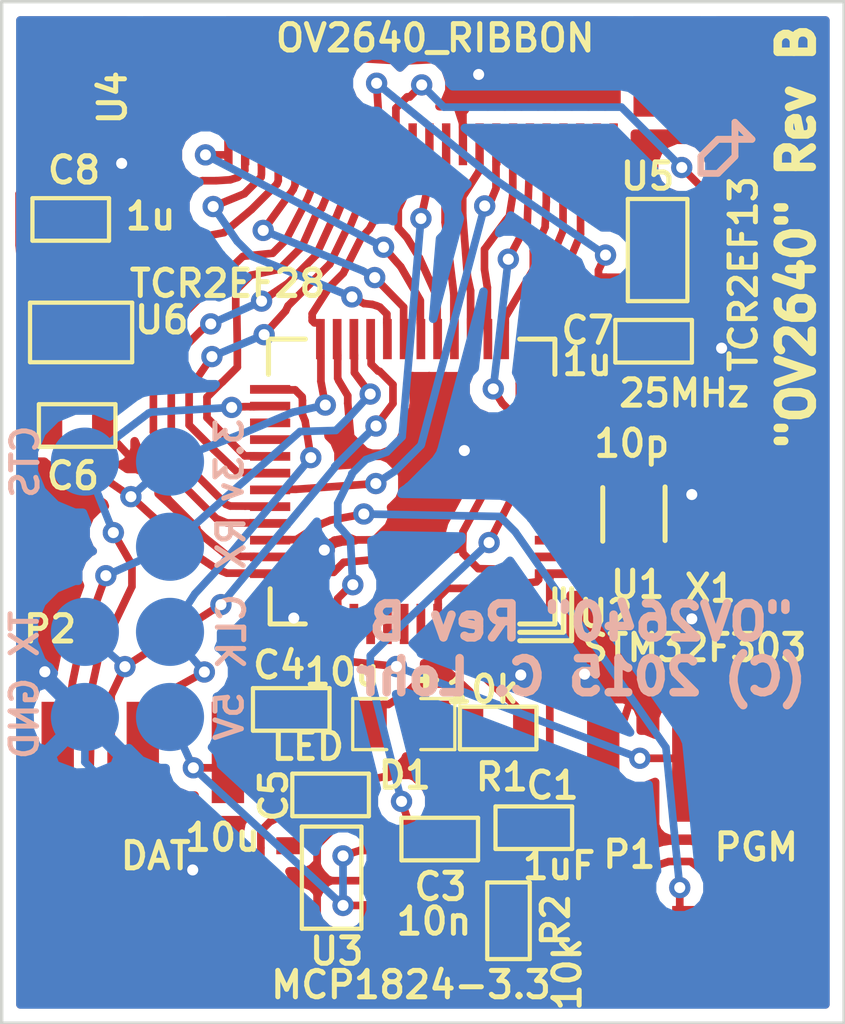
<source format=kicad_pcb>
(kicad_pcb (version 3) (host pcbnew "(2013-jul-07)-stable")

  (general
    (links 84)
    (no_connects 0)
    (area 60.575916 54.776715 90.773552 85.394001)
    (thickness 1.6)
    (drawings 24)
    (tracks 983)
    (zones 0)
    (modules 26)
    (nets 34)
  )

  (page User 150.012 150.012)
  (layers
    (15 F.Cu signal)
    (0 B.Cu signal)
    (16 B.Adhes user)
    (17 F.Adhes user)
    (18 B.Paste user)
    (19 F.Paste user)
    (20 B.SilkS user)
    (21 F.SilkS user)
    (22 B.Mask user)
    (23 F.Mask user)
    (24 Dwgs.User user)
    (25 Cmts.User user)
    (26 Eco1.User user)
    (27 Eco2.User user)
    (28 Edge.Cuts user)
  )

  (setup
    (last_trace_width 0.2286)
    (trace_clearance 0.2159)
    (zone_clearance 0.381)
    (zone_45_only no)
    (trace_min 0.2286)
    (segment_width 0.2)
    (edge_width 0.1)
    (via_size 0.635)
    (via_drill 0.3302)
    (via_min_size 0.635)
    (via_min_drill 0.3302)
    (uvia_size 0.508)
    (uvia_drill 0.127)
    (uvias_allowed no)
    (uvia_min_size 0.508)
    (uvia_min_drill 0.127)
    (pcb_text_width 0.3)
    (pcb_text_size 1.5 1.5)
    (mod_edge_width 0.15)
    (mod_text_size 0.7874 0.7874)
    (mod_text_width 0.15)
    (pad_size 1.2 0.26)
    (pad_drill 0)
    (pad_to_mask_clearance 0)
    (aux_axis_origin 0 0)
    (visible_elements FFFFFFBF)
    (pcbplotparams
      (layerselection 284721153)
      (usegerberextensions true)
      (excludeedgelayer true)
      (linewidth 0.150000)
      (plotframeref false)
      (viasonmask false)
      (mode 1)
      (useauxorigin false)
      (hpglpennumber 1)
      (hpglpenspeed 20)
      (hpglpendiameter 15)
      (hpglpenoverlay 2)
      (psnegative false)
      (psa4output false)
      (plotreference true)
      (plotvalue true)
      (plotothertext true)
      (plotinvisibletext false)
      (padsonsilk false)
      (subtractmaskfromsilk false)
      (outputformat 1)
      (mirror false)
      (drillshape 0)
      (scaleselection 1)
      (outputdirectory gerbersA))
  )

  (net 0 "")
  (net 1 +5V)
  (net 2 CLK)
  (net 3 CTS)
  (net 4 DCMI_D0)
  (net 5 DCMI_D1)
  (net 6 DCMI_D2)
  (net 7 DCMI_D3)
  (net 8 DCMI_D4)
  (net 9 DCMI_D5)
  (net 10 DCMI_D6)
  (net 11 DCMI_D7)
  (net 12 DPRST)
  (net 13 GND)
  (net 14 HREF)
  (net 15 N-0000035)
  (net 16 N-0000036)
  (net 17 N-0000042)
  (net 18 N-000005)
  (net 19 N-000006)
  (net 20 N-000009)
  (net 21 NRST)
  (net 22 PCLK)
  (net 23 PWDN)
  (net 24 RX)
  (net 25 SIO_C)
  (net 26 SIO_D)
  (net 27 STROB)
  (net 28 SWCLK)
  (net 29 SWDIO)
  (net 30 TX)
  (net 31 VDD)
  (net 32 VSYNC)
  (net 33 XCLK)

  (net_class Default "This is the default net class."
    (clearance 0.2159)
    (trace_width 0.2286)
    (via_dia 0.635)
    (via_drill 0.3302)
    (uvia_dia 0.508)
    (uvia_drill 0.127)
    (add_net "")
    (add_net +5V)
    (add_net CLK)
    (add_net CTS)
    (add_net DCMI_D0)
    (add_net DCMI_D1)
    (add_net DCMI_D2)
    (add_net DCMI_D3)
    (add_net DCMI_D4)
    (add_net DCMI_D5)
    (add_net DCMI_D6)
    (add_net DCMI_D7)
    (add_net DPRST)
    (add_net GND)
    (add_net HREF)
    (add_net N-0000035)
    (add_net N-0000036)
    (add_net N-0000042)
    (add_net N-000005)
    (add_net N-000006)
    (add_net N-000009)
    (add_net NRST)
    (add_net PCLK)
    (add_net PWDN)
    (add_net RX)
    (add_net SIO_C)
    (add_net SIO_D)
    (add_net STROB)
    (add_net SWCLK)
    (add_net SWDIO)
    (add_net TX)
    (add_net VDD)
    (add_net VSYNC)
    (add_net XCLK)
  )

  (module XTAL4P (layer F.Cu) (tedit 55511CBB) (tstamp 553361E4)
    (at 81.3155 70.5297 90)
    (path /5532C374)
    (fp_text reference X1 (at -1.84142 0.54288 180) (layer F.SilkS)
      (effects (font (size 0.7874 0.7874) (thickness 0.15)))
    )
    (fp_text value 25MHz (at 3.9828 -0.2369 180) (layer F.SilkS)
      (effects (font (size 0.7874 0.7874) (thickness 0.15)))
    )
    (pad 4 smd rect (at 0 0 90) (size 1.397 1.1938)
      (layers F.Cu F.Paste F.Mask)
      (net 13 GND)
    )
    (pad 1 smd rect (at 0 1.7018 90) (size 1.397 1.1938)
      (layers F.Cu F.Paste F.Mask)
      (net 18 N-000005)
    )
    (pad 3 smd rect (at 2.286 1.7018 90) (size 1.397 1.1938)
      (layers F.Cu F.Paste F.Mask)
      (net 13 GND)
    )
    (pad 2 smd rect (at 2.286 0 90) (size 1.397 1.1938)
      (layers F.Cu F.Paste F.Mask)
      (net 19 N-000006)
    )
  )

  (module SOT23-5 (layer F.Cu) (tedit 55512252) (tstamp 5533623B)
    (at 63.0769 64.7337)
    (path /5532DAEE)
    (attr smd)
    (fp_text reference U6 (at 2.40684 -0.3701) (layer F.SilkS)
      (effects (font (size 0.7874 0.7874) (thickness 0.15)))
    )
    (fp_text value TCR2EF28 (at 4.3723 -1.4594) (layer F.SilkS)
      (effects (font (size 0.7874 0.7874) (thickness 0.15)))
    )
    (fp_line (start 1.524 -0.889) (end 1.524 0.889) (layer F.SilkS) (width 0.127))
    (fp_line (start 1.524 0.889) (end -1.524 0.889) (layer F.SilkS) (width 0.127))
    (fp_line (start -1.524 0.889) (end -1.524 -0.889) (layer F.SilkS) (width 0.127))
    (fp_line (start -1.524 -0.889) (end 1.524 -0.889) (layer F.SilkS) (width 0.127))
    (pad 1 smd rect (at -0.9525 1.27) (size 0.508 0.762)
      (layers F.Cu F.Paste F.Mask)
      (net 31 VDD)
    )
    (pad 3 smd rect (at 0.9525 1.27) (size 0.508 0.762)
      (layers F.Cu F.Paste F.Mask)
      (net 31 VDD)
    )
    (pad 5 smd rect (at -0.9525 -1.27) (size 0.508 0.762)
      (layers F.Cu F.Paste F.Mask)
      (net 16 N-0000036)
    )
    (pad 2 smd rect (at 0 1.27) (size 0.508 0.762)
      (layers F.Cu F.Paste F.Mask)
      (net 13 GND)
    )
    (pad 4 smd rect (at 0.9525 -1.27) (size 0.508 0.762)
      (layers F.Cu F.Paste F.Mask)
    )
    (model smd/SOT23_5.wrl
      (at (xyz 0 0 0))
      (scale (xyz 0.1 0.1 0.1))
      (rotate (xyz 0 0 0))
    )
  )

  (module SOT23-5 (layer F.Cu) (tedit 55512233) (tstamp 55336248)
    (at 70.5548 81.0021 90)
    (path /5532C7D7)
    (attr smd)
    (fp_text reference U3 (at -2.19814 0.15118 180) (layer F.SilkS)
      (effects (font (size 0.7874 0.7874) (thickness 0.15)))
    )
    (fp_text value MCP1824-3.3 (at -3.1989 2.3686 180) (layer F.SilkS)
      (effects (font (size 0.7874 0.7874) (thickness 0.15)))
    )
    (fp_line (start 1.524 -0.889) (end 1.524 0.889) (layer F.SilkS) (width 0.127))
    (fp_line (start 1.524 0.889) (end -1.524 0.889) (layer F.SilkS) (width 0.127))
    (fp_line (start -1.524 0.889) (end -1.524 -0.889) (layer F.SilkS) (width 0.127))
    (fp_line (start -1.524 -0.889) (end 1.524 -0.889) (layer F.SilkS) (width 0.127))
    (pad 1 smd rect (at -0.9525 1.27 90) (size 0.508 0.762)
      (layers F.Cu F.Paste F.Mask)
      (net 1 +5V)
    )
    (pad 3 smd rect (at 0.9525 1.27 90) (size 0.508 0.762)
      (layers F.Cu F.Paste F.Mask)
      (net 1 +5V)
    )
    (pad 5 smd rect (at -0.9525 -1.27 90) (size 0.508 0.762)
      (layers F.Cu F.Paste F.Mask)
      (net 31 VDD)
    )
    (pad 2 smd rect (at 0 1.27 90) (size 0.508 0.762)
      (layers F.Cu F.Paste F.Mask)
      (net 13 GND)
    )
    (pad 4 smd rect (at 0.9525 -1.27 90) (size 0.508 0.762)
      (layers F.Cu F.Paste F.Mask)
    )
    (model smd/SOT23_5.wrl
      (at (xyz 0 0 0))
      (scale (xyz 0.1 0.1 0.1))
      (rotate (xyz 0 0 0))
    )
  )

  (module SOT23-5 (layer F.Cu) (tedit 55511CA7) (tstamp 55336255)
    (at 80.285 62.2749 90)
    (path /5532D9A6)
    (attr smd)
    (fp_text reference U5 (at 2.19964 -0.29972 180) (layer F.SilkS)
      (effects (font (size 0.7874 0.7874) (thickness 0.15)))
    )
    (fp_text value TCR2EF13 (at -0.7134 2.5627 90) (layer F.SilkS)
      (effects (font (size 0.7874 0.7874) (thickness 0.15)))
    )
    (fp_line (start 1.524 -0.889) (end 1.524 0.889) (layer F.SilkS) (width 0.127))
    (fp_line (start 1.524 0.889) (end -1.524 0.889) (layer F.SilkS) (width 0.127))
    (fp_line (start -1.524 0.889) (end -1.524 -0.889) (layer F.SilkS) (width 0.127))
    (fp_line (start -1.524 -0.889) (end 1.524 -0.889) (layer F.SilkS) (width 0.127))
    (pad 1 smd rect (at -0.9525 1.27 90) (size 0.508 0.762)
      (layers F.Cu F.Paste F.Mask)
      (net 31 VDD)
    )
    (pad 3 smd rect (at 0.9525 1.27 90) (size 0.508 0.762)
      (layers F.Cu F.Paste F.Mask)
      (net 31 VDD)
    )
    (pad 5 smd rect (at -0.9525 -1.27 90) (size 0.508 0.762)
      (layers F.Cu F.Paste F.Mask)
      (net 15 N-0000035)
    )
    (pad 2 smd rect (at 0 1.27 90) (size 0.508 0.762)
      (layers F.Cu F.Paste F.Mask)
      (net 13 GND)
    )
    (pad 4 smd rect (at 0.9525 -1.27 90) (size 0.508 0.762)
      (layers F.Cu F.Paste F.Mask)
    )
    (model smd/SOT23_5.wrl
      (at (xyz 0 0 0))
      (scale (xyz 0.1 0.1 0.1))
      (rotate (xyz 0 0 0))
    )
  )

  (module SM0805 (layer F.Cu) (tedit 5551220F) (tstamp 55336262)
    (at 72.7081 76.4198 180)
    (path /5532D727)
    (attr smd)
    (fp_text reference D1 (at -0.02988 -1.52772 180) (layer F.SilkS)
      (effects (font (size 0.7874 0.7874) (thickness 0.15)))
    )
    (fp_text value LED (at 2.8637 -0.6681 180) (layer F.SilkS)
      (effects (font (size 0.7874 0.7874) (thickness 0.15)))
    )
    (fp_circle (center -1.651 0.762) (end -1.651 0.635) (layer F.SilkS) (width 0.09906))
    (fp_line (start -0.508 0.762) (end -1.524 0.762) (layer F.SilkS) (width 0.09906))
    (fp_line (start -1.524 0.762) (end -1.524 -0.762) (layer F.SilkS) (width 0.09906))
    (fp_line (start -1.524 -0.762) (end -0.508 -0.762) (layer F.SilkS) (width 0.09906))
    (fp_line (start 0.508 -0.762) (end 1.524 -0.762) (layer F.SilkS) (width 0.09906))
    (fp_line (start 1.524 -0.762) (end 1.524 0.762) (layer F.SilkS) (width 0.09906))
    (fp_line (start 1.524 0.762) (end 0.508 0.762) (layer F.SilkS) (width 0.09906))
    (pad 1 smd rect (at -0.9525 0 180) (size 0.889 1.397)
      (layers F.Cu F.Paste F.Mask)
      (net 17 N-0000042)
    )
    (pad 2 smd rect (at 0.9525 0 180) (size 0.889 1.397)
      (layers F.Cu F.Paste F.Mask)
      (net 13 GND)
    )
    (model smd/chip_cms.wrl
      (at (xyz 0 0 0))
      (scale (xyz 0.1 0.1 0.1))
      (rotate (xyz 0 0 0))
    )
  )

  (module SM0603 (layer F.Cu) (tedit 556E8496) (tstamp 55336276)
    (at 76.5895 79.5114 180)
    (path /5532BEF5)
    (attr smd)
    (fp_text reference C1 (at -0.55792 1.26162 180) (layer F.SilkS)
      (effects (font (size 0.7874 0.7874) (thickness 0.15)))
    )
    (fp_text value 1uF (at -0.7535 -1.13868 180) (layer F.SilkS)
      (effects (font (size 0.7874 0.7874) (thickness 0.15)))
    )
    (fp_line (start -1.143 -0.635) (end 1.143 -0.635) (layer F.SilkS) (width 0.127))
    (fp_line (start 1.143 -0.635) (end 1.143 0.635) (layer F.SilkS) (width 0.127))
    (fp_line (start 1.143 0.635) (end -1.143 0.635) (layer F.SilkS) (width 0.127))
    (fp_line (start -1.143 0.635) (end -1.143 -0.635) (layer F.SilkS) (width 0.127))
    (pad 1 smd rect (at -0.762 0 180) (size 0.635 1.143)
      (layers F.Cu F.Paste F.Mask)
      (net 13 GND)
    )
    (pad 2 smd rect (at 0.762 0 180) (size 0.635 1.143)
      (layers F.Cu F.Paste F.Mask)
      (net 31 VDD)
    )
    (model smd\resistors\R0603.wrl
      (at (xyz 0 0 0.001))
      (scale (xyz 0.5 0.5 0.5))
      (rotate (xyz 0 0 0))
    )
  )

  (module SM0603 (layer F.Cu) (tedit 556E84A2) (tstamp 55336280)
    (at 75.8344 82.2884 270)
    (path /5532CB60)
    (attr smd)
    (fp_text reference R2 (at -0.0178 -1.407 270) (layer F.SilkS)
      (effects (font (size 0.7874 0.7874) (thickness 0.15)))
    )
    (fp_text value 10k (at 1.59764 -1.75244 270) (layer F.SilkS)
      (effects (font (size 0.7874 0.7874) (thickness 0.15)))
    )
    (fp_line (start -1.143 -0.635) (end 1.143 -0.635) (layer F.SilkS) (width 0.127))
    (fp_line (start 1.143 -0.635) (end 1.143 0.635) (layer F.SilkS) (width 0.127))
    (fp_line (start 1.143 0.635) (end -1.143 0.635) (layer F.SilkS) (width 0.127))
    (fp_line (start -1.143 0.635) (end -1.143 -0.635) (layer F.SilkS) (width 0.127))
    (pad 1 smd rect (at -0.762 0 270) (size 0.635 1.143)
      (layers F.Cu F.Paste F.Mask)
      (net 31 VDD)
    )
    (pad 2 smd rect (at 0.762 0 270) (size 0.635 1.143)
      (layers F.Cu F.Paste F.Mask)
      (net 21 NRST)
    )
    (model smd\resistors\R0603.wrl
      (at (xyz 0 0 0.001))
      (scale (xyz 0.5 0.5 0.5))
      (rotate (xyz 0 0 0))
    )
  )

  (module SM0603 (layer F.Cu) (tedit 556E848D) (tstamp 5533628A)
    (at 73.7815 79.8509 180)
    (path /5532CBE6)
    (attr smd)
    (fp_text reference C3 (at -0.02328 -1.42148 180) (layer F.SilkS)
      (effects (font (size 0.7874 0.7874) (thickness 0.15)))
    )
    (fp_text value 10n (at 0.1723 -2.45272 180) (layer F.SilkS)
      (effects (font (size 0.7874 0.7874) (thickness 0.15)))
    )
    (fp_line (start -1.143 -0.635) (end 1.143 -0.635) (layer F.SilkS) (width 0.127))
    (fp_line (start 1.143 -0.635) (end 1.143 0.635) (layer F.SilkS) (width 0.127))
    (fp_line (start 1.143 0.635) (end -1.143 0.635) (layer F.SilkS) (width 0.127))
    (fp_line (start -1.143 0.635) (end -1.143 -0.635) (layer F.SilkS) (width 0.127))
    (pad 1 smd rect (at -0.762 0 180) (size 0.635 1.143)
      (layers F.Cu F.Paste F.Mask)
      (net 13 GND)
    )
    (pad 2 smd rect (at 0.762 0 180) (size 0.635 1.143)
      (layers F.Cu F.Paste F.Mask)
      (net 21 NRST)
    )
    (model smd\resistors\R0603.wrl
      (at (xyz 0 0 0.001))
      (scale (xyz 0.5 0.5 0.5))
      (rotate (xyz 0 0 0))
    )
  )

  (module SM0603 (layer F.Cu) (tedit 556E8456) (tstamp 55336294)
    (at 69.3491 75.9822)
    (path /5532D4D4)
    (attr smd)
    (fp_text reference C4 (at -0.35762 -1.32144) (layer F.SilkS)
      (effects (font (size 0.7874 0.7874) (thickness 0.15)))
    )
    (fp_text value 10u (at 1.52198 -1.11062) (layer F.SilkS)
      (effects (font (size 0.7874 0.7874) (thickness 0.15)))
    )
    (fp_line (start -1.143 -0.635) (end 1.143 -0.635) (layer F.SilkS) (width 0.127))
    (fp_line (start 1.143 -0.635) (end 1.143 0.635) (layer F.SilkS) (width 0.127))
    (fp_line (start 1.143 0.635) (end -1.143 0.635) (layer F.SilkS) (width 0.127))
    (fp_line (start -1.143 0.635) (end -1.143 -0.635) (layer F.SilkS) (width 0.127))
    (pad 1 smd rect (at -0.762 0) (size 0.635 1.143)
      (layers F.Cu F.Paste F.Mask)
      (net 1 +5V)
    )
    (pad 2 smd rect (at 0.762 0) (size 0.635 1.143)
      (layers F.Cu F.Paste F.Mask)
      (net 13 GND)
    )
    (model smd\resistors\R0603.wrl
      (at (xyz 0 0 0.001))
      (scale (xyz 0.5 0.5 0.5))
      (rotate (xyz 0 0 0))
    )
  )

  (module SM0603 (layer F.Cu) (tedit 556E8447) (tstamp 5533629E)
    (at 70.5241 78.5331)
    (path /5532D5F9)
    (attr smd)
    (fp_text reference C5 (at -1.69772 0.01894 90) (layer F.SilkS)
      (effects (font (size 0.7874 0.7874) (thickness 0.15)))
    )
    (fp_text value 10u (at -3.22426 1.27116) (layer F.SilkS)
      (effects (font (size 0.7874 0.7874) (thickness 0.15)))
    )
    (fp_line (start -1.143 -0.635) (end 1.143 -0.635) (layer F.SilkS) (width 0.127))
    (fp_line (start 1.143 -0.635) (end 1.143 0.635) (layer F.SilkS) (width 0.127))
    (fp_line (start 1.143 0.635) (end -1.143 0.635) (layer F.SilkS) (width 0.127))
    (fp_line (start -1.143 0.635) (end -1.143 -0.635) (layer F.SilkS) (width 0.127))
    (pad 1 smd rect (at -0.762 0) (size 0.635 1.143)
      (layers F.Cu F.Paste F.Mask)
      (net 31 VDD)
    )
    (pad 2 smd rect (at 0.762 0) (size 0.635 1.143)
      (layers F.Cu F.Paste F.Mask)
      (net 13 GND)
    )
    (model smd\resistors\R0603.wrl
      (at (xyz 0 0 0.001))
      (scale (xyz 0.5 0.5 0.5))
      (rotate (xyz 0 0 0))
    )
  )

  (module SM0603 (layer F.Cu) (tedit 55512257) (tstamp 553362A8)
    (at 62.9595 67.5103)
    (path /5532D613)
    (attr smd)
    (fp_text reference C6 (at -0.12752 1.50404) (layer F.SilkS)
      (effects (font (size 0.7874 0.7874) (thickness 0.15)))
    )
    (fp_text value 1u (at 0 0) (layer F.SilkS) hide
      (effects (font (size 0.7874 0.7874) (thickness 0.15)))
    )
    (fp_line (start -1.143 -0.635) (end 1.143 -0.635) (layer F.SilkS) (width 0.127))
    (fp_line (start 1.143 -0.635) (end 1.143 0.635) (layer F.SilkS) (width 0.127))
    (fp_line (start 1.143 0.635) (end -1.143 0.635) (layer F.SilkS) (width 0.127))
    (fp_line (start -1.143 0.635) (end -1.143 -0.635) (layer F.SilkS) (width 0.127))
    (pad 1 smd rect (at -0.762 0) (size 0.635 1.143)
      (layers F.Cu F.Paste F.Mask)
      (net 31 VDD)
    )
    (pad 2 smd rect (at 0.762 0) (size 0.635 1.143)
      (layers F.Cu F.Paste F.Mask)
      (net 13 GND)
    )
    (model smd\resistors\R0603.wrl
      (at (xyz 0 0 0.001))
      (scale (xyz 0.5 0.5 0.5))
      (rotate (xyz 0 0 0))
    )
  )

  (module SM0603 (layer F.Cu) (tedit 556E8467) (tstamp 553362B2)
    (at 75.5258 76.5363)
    (path /5532D71F)
    (attr smd)
    (fp_text reference R1 (at 0.11032 1.46456) (layer F.SilkS)
      (effects (font (size 0.7874 0.7874) (thickness 0.15)))
    )
    (fp_text value 10k (at -0.47642 -1.1491) (layer F.SilkS)
      (effects (font (size 0.7874 0.7874) (thickness 0.15)))
    )
    (fp_line (start -1.143 -0.635) (end 1.143 -0.635) (layer F.SilkS) (width 0.127))
    (fp_line (start 1.143 -0.635) (end 1.143 0.635) (layer F.SilkS) (width 0.127))
    (fp_line (start 1.143 0.635) (end -1.143 0.635) (layer F.SilkS) (width 0.127))
    (fp_line (start -1.143 0.635) (end -1.143 -0.635) (layer F.SilkS) (width 0.127))
    (pad 1 smd rect (at -0.762 0) (size 0.635 1.143)
      (layers F.Cu F.Paste F.Mask)
      (net 17 N-0000042)
    )
    (pad 2 smd rect (at 0.762 0) (size 0.635 1.143)
      (layers F.Cu F.Paste F.Mask)
      (net 20 N-000009)
    )
    (model smd\resistors\R0603.wrl
      (at (xyz 0 0 0.001))
      (scale (xyz 0.5 0.5 0.5))
      (rotate (xyz 0 0 0))
    )
  )

  (module RIBBON6SMT (layer F.Cu) (tedit 55511D0F) (tstamp 553362BC)
    (at 67.4583 82.8039 180)
    (path /5532E010)
    (fp_text reference P2 (at 5.3086 9.2202 180) (layer F.SilkS)
      (effects (font (size 0.7874 0.7874) (thickness 0.15)))
    )
    (fp_text value DAT (at 2.1549 2.451 180) (layer F.SilkS)
      (effects (font (size 0.7874 0.7874) (thickness 0.15)))
    )
    (pad 2 smd rect (at 0 0 180) (size 0.9652 3.0226)
      (layers F.Cu F.Paste F.Mask)
      (net 13 GND)
    )
    (pad 4 smd rect (at 2.54 0 180) (size 0.9652 3.0226)
      (layers F.Cu F.Paste F.Mask)
      (net 30 TX)
    )
    (pad 6 smd rect (at 5.08 0 180) (size 0.9652 3.0226)
      (layers F.Cu F.Paste F.Mask)
      (net 3 CTS)
    )
    (pad 1 smd rect (at 0 5.5372 180) (size 0.9652 3.0226)
      (layers F.Cu F.Paste F.Mask)
      (net 1 +5V)
    )
    (pad 3 smd rect (at 2.54 5.5372 180) (size 0.9652 3.0226)
      (layers F.Cu F.Paste F.Mask)
      (net 2 CLK)
    )
    (pad 5 smd rect (at 5.08 5.5372 180) (size 0.9652 3.0226)
      (layers F.Cu F.Paste F.Mask)
      (net 24 RX)
    )
  )

  (module RIBBON6SMT (layer F.Cu) (tedit 556E8498) (tstamp 553362C6)
    (at 83.7421 83.3585 180)
    (path /5532BAF9)
    (fp_text reference P1 (at 4.30106 3.04624 180) (layer F.SilkS)
      (effects (font (size 0.7874 0.7874) (thickness 0.15)))
    )
    (fp_text value PGM (at 0.51308 3.2639 180) (layer F.SilkS)
      (effects (font (size 0.7874 0.7874) (thickness 0.15)))
    )
    (pad 2 smd rect (at 0 0 180) (size 0.9652 3.0226)
      (layers F.Cu F.Paste F.Mask)
      (net 21 NRST)
    )
    (pad 4 smd rect (at 2.54 0 180) (size 0.9652 3.0226)
      (layers F.Cu F.Paste F.Mask)
      (net 29 SWDIO)
    )
    (pad 6 smd rect (at 5.08 0 180) (size 0.9652 3.0226)
      (layers F.Cu F.Paste F.Mask)
      (net 1 +5V)
    )
    (pad 1 smd rect (at 0 5.5372 180) (size 0.9652 3.0226)
      (layers F.Cu F.Paste F.Mask)
    )
    (pad 3 smd rect (at 2.54 5.5372 180) (size 0.9652 3.0226)
      (layers F.Cu F.Paste F.Mask)
      (net 28 SWCLK)
    )
    (pad 5 smd rect (at 5.08 5.5372 180) (size 0.9652 3.0226)
      (layers F.Cu F.Paste F.Mask)
      (net 13 GND)
    )
  )

  (module NETWORK0606 (layer F.Cu) (tedit 55511CB9) (tstamp 553362D0)
    (at 79.5774 70.1631 90)
    (path /5532C4D7)
    (fp_text reference U1 (at -2.09482 0.11256 180) (layer F.SilkS)
      (effects (font (size 0.7874 0.7874) (thickness 0.15)))
    )
    (fp_text value 10p (at 2.1165 -0.0627 180) (layer F.SilkS)
      (effects (font (size 0.7874 0.7874) (thickness 0.15)))
    )
    (fp_line (start 0.8 -0.93) (end -0.8 -0.93) (layer F.SilkS) (width 0.15))
    (fp_line (start -0.78 0.93) (end 0.82 0.93) (layer F.SilkS) (width 0.15))
    (pad 1 smd rect (at -0.8 -0.5 90) (size 0.7 0.6)
      (layers F.Cu F.Paste F.Mask)
      (net 13 GND)
    )
    (pad 2 smd rect (at 0.8 -0.5 90) (size 0.7 0.6)
      (layers F.Cu F.Paste F.Mask)
      (net 19 N-000006)
    )
    (pad 3 smd rect (at -0.8 0.5 90) (size 0.7 0.6)
      (layers F.Cu F.Paste F.Mask)
      (net 18 N-000005)
    )
    (pad 4 smd rect (at 0.8 0.5 90) (size 0.7 0.6)
      (layers F.Cu F.Paste F.Mask)
      (net 13 GND)
    )
  )

  (module SM0603 (layer F.Cu) (tedit 556E8436) (tstamp 5533662D)
    (at 62.7674 61.3621 180)
    (path /5532BB23)
    (attr smd)
    (fp_text reference C8 (at -0.0976 1.4716 180) (layer F.SilkS)
      (effects (font (size 0.7874 0.7874) (thickness 0.15)))
    )
    (fp_text value 1u (at -2.3836 0.0973 180) (layer F.SilkS)
      (effects (font (size 0.7874 0.7874) (thickness 0.15)))
    )
    (fp_line (start -1.143 -0.635) (end 1.143 -0.635) (layer F.SilkS) (width 0.127))
    (fp_line (start 1.143 -0.635) (end 1.143 0.635) (layer F.SilkS) (width 0.127))
    (fp_line (start 1.143 0.635) (end -1.143 0.635) (layer F.SilkS) (width 0.127))
    (fp_line (start -1.143 0.635) (end -1.143 -0.635) (layer F.SilkS) (width 0.127))
    (pad 1 smd rect (at -0.762 0 180) (size 0.635 1.143)
      (layers F.Cu F.Paste F.Mask)
      (net 13 GND)
    )
    (pad 2 smd rect (at 0.762 0 180) (size 0.635 1.143)
      (layers F.Cu F.Paste F.Mask)
      (net 16 N-0000036)
    )
    (model smd\resistors\R0603.wrl
      (at (xyz 0 0 0.001))
      (scale (xyz 0.5 0.5 0.5))
      (rotate (xyz 0 0 0))
    )
  )

  (module SM0603 (layer F.Cu) (tedit 556E84B1) (tstamp 55336637)
    (at 80.166 64.9966)
    (path /5532BC58)
    (attr smd)
    (fp_text reference C7 (at -1.9708 -0.3241) (layer F.SilkS)
      (effects (font (size 0.7874 0.7874) (thickness 0.15)))
    )
    (fp_text value 1u (at -1.9848 0.6116) (layer F.SilkS)
      (effects (font (size 0.7874 0.7874) (thickness 0.15)))
    )
    (fp_line (start -1.143 -0.635) (end 1.143 -0.635) (layer F.SilkS) (width 0.127))
    (fp_line (start 1.143 -0.635) (end 1.143 0.635) (layer F.SilkS) (width 0.127))
    (fp_line (start 1.143 0.635) (end -1.143 0.635) (layer F.SilkS) (width 0.127))
    (fp_line (start -1.143 0.635) (end -1.143 -0.635) (layer F.SilkS) (width 0.127))
    (pad 1 smd rect (at -0.762 0) (size 0.635 1.143)
      (layers F.Cu F.Paste F.Mask)
      (net 15 N-0000035)
    )
    (pad 2 smd rect (at 0.762 0) (size 0.635 1.143)
      (layers F.Cu F.Paste F.Mask)
      (net 13 GND)
    )
    (model smd\resistors\R0603.wrl
      (at (xyz 0 0 0.001))
      (scale (xyz 0.5 0.5 0.5))
      (rotate (xyz 0 0 0))
    )
  )

  (module FPC24 (layer F.Cu) (tedit 55511D68) (tstamp 553362EE)
    (at 74.7228 59.1191 180)
    (path /55329006)
    (fp_text reference U4 (at 10.7086 1.3915 270) (layer F.SilkS)
      (effects (font (size 0.7874 0.7874) (thickness 0.15)))
    )
    (fp_text value OV2640_RIBBON (at 1.0772 3.1695 180) (layer F.SilkS)
      (effects (font (size 0.7874 0.7874) (thickness 0.15)))
    )
    (pad 31 smd rect (at -5.842 2.3241 180) (size 1.99898 2.99974)
      (layers F.Cu F.Paste F.Mask)
    )
    (pad 32 smd rect (at 8.79094 2.3241 180) (size 1.99898 2.99974)
      (layers F.Cu F.Paste F.Mask)
    )
    (pad 1 smd rect (at 7.24916 0 180) (size 0.25 1.24968)
      (layers F.Cu F.Paste F.Mask)
      (net 27 STROB)
    )
    (pad 2 smd rect (at 6.74878 0 180) (size 0.25 1.24968)
      (layers F.Cu F.Paste F.Mask)
      (net 13 GND)
    )
    (pad 3 smd rect (at 6.25094 0 180) (size 0.25 1.24968)
      (layers F.Cu F.Paste F.Mask)
      (net 26 SIO_D)
    )
    (pad 4 smd rect (at 5.75056 0 180) (size 0.25 1.24968)
      (layers F.Cu F.Paste F.Mask)
      (net 16 N-0000036)
    )
    (pad 5 smd rect (at 5.25018 0 180) (size 0.25 1.24968)
      (layers F.Cu F.Paste F.Mask)
      (net 25 SIO_C)
    )
    (pad 6 smd rect (at 4.7498 0 180) (size 0.25 1.24968)
      (layers F.Cu F.Paste F.Mask)
      (net 12 DPRST)
    )
    (pad 7 smd rect (at 4.24942 0 180) (size 0.25 1.24968)
      (layers F.Cu F.Paste F.Mask)
      (net 32 VSYNC)
    )
    (pad 8 smd rect (at 3.74904 0 180) (size 0.25 1.24968)
      (layers F.Cu F.Paste F.Mask)
      (net 23 PWDN)
    )
    (pad 9 smd rect (at 3.2512 0 180) (size 0.25 1.24968)
      (layers F.Cu F.Paste F.Mask)
      (net 14 HREF)
    )
    (pad 10 smd rect (at 2.75082 0 180) (size 0.25 1.24968)
      (layers F.Cu F.Paste F.Mask)
      (net 15 N-0000035)
    )
    (pad 11 smd rect (at 2.25044 0 180) (size 0.25 1.24968)
      (layers F.Cu F.Paste F.Mask)
      (net 31 VDD)
    )
    (pad 12 smd rect (at 1.75006 0 180) (size 0.25 1.24968)
      (layers F.Cu F.Paste F.Mask)
      (net 11 DCMI_D7)
    )
    (pad 13 smd rect (at 1.24968 0 180) (size 0.25 1.24968)
      (layers F.Cu F.Paste F.Mask)
      (net 33 XCLK)
    )
    (pad 14 smd rect (at 0.7493 0 180) (size 0.25 1.24968)
      (layers F.Cu F.Paste F.Mask)
      (net 10 DCMI_D6)
    )
    (pad 15 smd rect (at 0.24892 0 180) (size 0.25 1.24968)
      (layers F.Cu F.Paste F.Mask)
      (net 13 GND)
    )
    (pad 16 smd rect (at -0.24892 0 180) (size 0.25 1.24968)
      (layers F.Cu F.Paste F.Mask)
      (net 9 DCMI_D5)
    )
    (pad 17 smd rect (at -0.7493 0 180) (size 0.25 1.24968)
      (layers F.Cu F.Paste F.Mask)
      (net 22 PCLK)
    )
    (pad 18 smd rect (at -1.24968 0 180) (size 0.25 1.24968)
      (layers F.Cu F.Paste F.Mask)
      (net 8 DCMI_D4)
    )
    (pad 19 smd rect (at -1.75006 0 180) (size 0.25 1.24968)
      (layers F.Cu F.Paste F.Mask)
      (net 4 DCMI_D0)
    )
    (pad 20 smd rect (at -2.25044 0 180) (size 0.25 1.24968)
      (layers F.Cu F.Paste F.Mask)
      (net 7 DCMI_D3)
    )
    (pad 21 smd rect (at -2.75082 0 180) (size 0.25 1.24968)
      (layers F.Cu F.Paste F.Mask)
      (net 5 DCMI_D1)
    )
    (pad 22 smd rect (at -3.2512 0 180) (size 0.25 1.24968)
      (layers F.Cu F.Paste F.Mask)
      (net 6 DCMI_D2)
    )
    (pad 23 smd rect (at -3.74904 0 180) (size 0.25 1.24968)
      (layers F.Cu F.Paste F.Mask)
    )
    (pad 24 smd rect (at -4.24942 0 180) (size 0.25 1.24968)
      (layers F.Cu F.Paste F.Mask)
    )
  )

  (module .1SMTPIN (layer B.Cu) (tedit 5532C27F) (tstamp 55336E1C)
    (at 65.7305 68.5882 270)
    (path /5532C0D3)
    (fp_text reference P3 (at 0 0 270) (layer B.SilkS) hide
      (effects (font (size 0.7874 0.7874) (thickness 0.15)) (justify mirror))
    )
    (fp_text value 3.3v (at -0.03302 -1.77292 270) (layer B.SilkS)
      (effects (font (size 0.7874 0.7874) (thickness 0.15)) (justify mirror))
    )
    (pad 1 smd circle (at 0 0 270) (size 2.032 2.032)
      (layers B.Cu B.Paste B.Mask)
      (net 31 VDD)
    )
  )

  (module .1SMTPIN (layer B.Cu) (tedit 5532C2B6) (tstamp 55336E21)
    (at 63.1905 68.5882 270)
    (path /5532C0F6)
    (fp_text reference P4 (at 0.02032 1.66116 270) (layer B.SilkS) hide
      (effects (font (size 0.7874 0.7874) (thickness 0.15)) (justify mirror))
    )
    (fp_text value CTS (at 0.00254 1.78562 270) (layer B.SilkS)
      (effects (font (size 0.7874 0.7874) (thickness 0.15)) (justify mirror))
    )
    (pad 1 smd circle (at 0 0 270) (size 2.032 2.032)
      (layers B.Cu B.Paste B.Mask)
      (net 3 CTS)
    )
  )

  (module .1SMTPIN (layer B.Cu) (tedit 5532C28A) (tstamp 55336E26)
    (at 65.7305 71.1282 270)
    (path /5532C0FC)
    (fp_text reference P5 (at 0.36068 -2.44856 270) (layer B.SilkS) hide
      (effects (font (size 0.7874 0.7874) (thickness 0.15)) (justify mirror))
    )
    (fp_text value RX (at -0.1016 -1.82626 270) (layer B.SilkS)
      (effects (font (size 0.7874 0.7874) (thickness 0.15)) (justify mirror))
    )
    (pad 1 smd circle (at 0 0 270) (size 2.032 2.032)
      (layers B.Cu B.Paste B.Mask)
      (net 24 RX)
    )
  )

  (module .1SMTPIN (layer B.Cu) (tedit 5532C2AA) (tstamp 55336E2B)
    (at 63.1905 73.6682 270)
    (path /5532C102)
    (fp_text reference P6 (at 0 0 270) (layer B.SilkS) hide
      (effects (font (size 0.7874 0.7874) (thickness 0.15)) (justify mirror))
    )
    (fp_text value TX (at 0.06096 1.8034 270) (layer B.SilkS)
      (effects (font (size 0.7874 0.7874) (thickness 0.15)) (justify mirror))
    )
    (pad 1 smd circle (at 0 0 270) (size 2.032 2.032)
      (layers B.Cu B.Paste B.Mask)
      (net 30 TX)
    )
  )

  (module .1SMTPIN (layer B.Cu) (tedit 5532C292) (tstamp 55336E30)
    (at 65.7305 73.6682 270)
    (path /5532C108)
    (fp_text reference P7 (at 0 0 270) (layer B.SilkS) hide
      (effects (font (size 0.7874 0.7874) (thickness 0.15)) (justify mirror))
    )
    (fp_text value CLK (at -0.01016 -1.84404 270) (layer B.SilkS)
      (effects (font (size 0.7874 0.7874) (thickness 0.15)) (justify mirror))
    )
    (pad 1 smd circle (at 0 0 270) (size 2.032 2.032)
      (layers B.Cu B.Paste B.Mask)
      (net 2 CLK)
    )
  )

  (module .1SMTPIN (layer B.Cu) (tedit 5532C2A3) (tstamp 55336E35)
    (at 63.1905 76.2082 270)
    (path /5532C10E)
    (fp_text reference P8 (at 0 0 270) (layer B.SilkS) hide
      (effects (font (size 0.7874 0.7874) (thickness 0.15)) (justify mirror))
    )
    (fp_text value GND (at 0.04572 1.8034 270) (layer B.SilkS)
      (effects (font (size 0.7874 0.7874) (thickness 0.15)) (justify mirror))
    )
    (pad 1 smd circle (at 0 0 270) (size 2.032 2.032)
      (layers B.Cu B.Paste B.Mask)
      (net 13 GND)
    )
  )

  (module .1SMTPIN (layer B.Cu) (tedit 5532C29A) (tstamp 55336E3A)
    (at 65.7305 76.2082 270)
    (path /5532C114)
    (fp_text reference P9 (at 0 0 270) (layer B.SilkS) hide
      (effects (font (size 0.7874 0.7874) (thickness 0.15)) (justify mirror))
    )
    (fp_text value 5V (at -0.0254 -1.77292 270) (layer B.SilkS)
      (effects (font (size 0.7874 0.7874) (thickness 0.15)) (justify mirror))
    )
    (pad 1 smd circle (at 0 0 270) (size 2.032 2.032)
      (layers B.Cu B.Paste B.Mask)
      (net 1 +5V)
    )
  )

  (module TQFP48 (layer F.Cu) (tedit 55512249) (tstamp 55512100)
    (at 72.9691 69.182 180)
    (path /55511637)
    (fp_text reference U2 (at -5.7709 -3.9446 180) (layer F.SilkS)
      (effects (font (size 0.7874 0.7874) (thickness 0.15)))
    )
    (fp_text value STM32F303 (at -8.4125 -4.9606 180) (layer F.SilkS)
      (effects (font (size 0.7874 0.7874) (thickness 0.15)))
    )
    (fp_line (start -3.2 4.25) (end -4.25 4.25) (layer F.SilkS) (width 0.15))
    (fp_line (start -4.25 4.25) (end -4.25 3.2) (layer F.SilkS) (width 0.15))
    (fp_line (start 4.3 3.2) (end 4.3 4.25) (layer F.SilkS) (width 0.15))
    (fp_line (start 4.3 4.25) (end 3.2 4.25) (layer F.SilkS) (width 0.15))
    (fp_line (start 3.25 -4.25) (end 3.2 -4.25) (layer F.SilkS) (width 0.15))
    (fp_line (start 3.25 -4.25) (end 4.25 -4.25) (layer F.SilkS) (width 0.15))
    (fp_line (start 4.25 -4.25) (end 4.25 -3.2) (layer F.SilkS) (width 0.15))
    (fp_line (start -4.75 -3.2) (end -4.75 -4.75) (layer F.SilkS) (width 0.15))
    (fp_line (start -4.75 -4.75) (end -3.25 -4.75) (layer F.SilkS) (width 0.15))
    (fp_line (start -3.25 -4.75) (end -3.2 -4.75) (layer F.SilkS) (width 0.15))
    (fp_line (start -4.5 -3.2) (end -4.5 -4.45) (layer F.SilkS) (width 0.15))
    (fp_line (start -4.5 -4.45) (end -4.5 -4.5) (layer F.SilkS) (width 0.15))
    (fp_line (start -4.5 -4.5) (end -3.2 -4.5) (layer F.SilkS) (width 0.15))
    (fp_line (start -4.25 -3.2) (end -4.25 -4.25) (layer F.SilkS) (width 0.15))
    (fp_line (start -4.25 -4.25) (end -3.2 -4.25) (layer F.SilkS) (width 0.15))
    (pad 1 smd rect (at -4.25 -2.75 180) (size 1.2 0.26)
      (layers F.Cu F.Paste F.Mask)
      (net 31 VDD)
    )
    (pad 2 smd rect (at -4.25 -2.25 180) (size 1.2 0.26)
      (layers F.Cu F.Paste F.Mask)
    )
    (pad 3 smd rect (at -4.25 -1.75 180) (size 1.2 0.26)
      (layers F.Cu F.Paste F.Mask)
    )
    (pad 4 smd rect (at -4.25 -1.25 180) (size 1.2 0.26)
      (layers F.Cu F.Paste F.Mask)
    )
    (pad 5 smd rect (at -4.25 -0.75 180) (size 1.2 0.26)
      (layers F.Cu F.Paste F.Mask)
      (net 18 N-000005)
    )
    (pad 6 smd rect (at -4.25 -0.25 180) (size 1.2 0.26)
      (layers F.Cu F.Paste F.Mask)
      (net 19 N-000006)
    )
    (pad 7 smd rect (at -4.25 0.25 180) (size 1.2 0.26)
      (layers F.Cu F.Paste F.Mask)
      (net 21 NRST)
    )
    (pad 8 smd rect (at -4.25 0.75 180) (size 1.2 0.26)
      (layers F.Cu F.Paste F.Mask)
      (net 13 GND)
    )
    (pad 9 smd rect (at -4.25 1.25 180) (size 1.2 0.26)
      (layers F.Cu F.Paste F.Mask)
      (net 31 VDD)
    )
    (pad 10 smd rect (at -4.25 1.75 180) (size 1.2 0.26)
      (layers F.Cu F.Paste F.Mask)
      (net 4 DCMI_D0)
    )
    (pad 11 smd rect (at -4.25 2.25 180) (size 1.2 0.26)
      (layers F.Cu F.Paste F.Mask)
      (net 5 DCMI_D1)
    )
    (pad 12 smd rect (at -4.25 2.75 180) (size 1.2 0.26)
      (layers F.Cu F.Paste F.Mask)
      (net 6 DCMI_D2)
    )
    (pad 13 smd rect (at -2.75 4.25 270) (size 1.2 0.26)
      (layers F.Cu F.Paste F.Mask)
      (net 7 DCMI_D3)
    )
    (pad 15 smd rect (at -1.75 4.25 270) (size 1.2 0.26)
      (layers F.Cu F.Paste F.Mask)
      (net 9 DCMI_D5)
    )
    (pad 16 smd rect (at -1.25 4.25 270) (size 1.2 0.26)
      (layers F.Cu F.Paste F.Mask)
      (net 10 DCMI_D6)
    )
    (pad 17 smd rect (at -0.75 4.25 270) (size 1.2 0.26)
      (layers F.Cu F.Paste F.Mask)
      (net 11 DCMI_D7)
    )
    (pad 19 smd rect (at 0.25 4.25 270) (size 1.2 0.26)
      (layers F.Cu F.Paste F.Mask)
      (net 25 SIO_C)
    )
    (pad 20 smd rect (at 0.75 4.25 270) (size 1.2 0.26)
      (layers F.Cu F.Paste F.Mask)
      (net 26 SIO_D)
    )
    (pad 21 smd rect (at 1.25 4.25 270) (size 1.2 0.26)
      (layers F.Cu F.Paste F.Mask)
      (net 30 TX)
    )
    (pad 22 smd rect (at 1.75 4.25 270) (size 1.2 0.26)
      (layers F.Cu F.Paste F.Mask)
      (net 24 RX)
    )
    (pad 23 smd rect (at 2.25 4.25 270) (size 1.2 0.26)
      (layers F.Cu F.Paste F.Mask)
      (net 13 GND)
    )
    (pad 24 smd rect (at 2.75 4.25 270) (size 1.2 0.26)
      (layers F.Cu F.Paste F.Mask)
      (net 31 VDD)
    )
    (pad 25 smd rect (at 4.25 2.75 180) (size 1.2 0.26)
      (layers F.Cu F.Paste F.Mask)
      (net 2 CLK)
    )
    (pad 14 smd rect (at -2.25 4.25 270) (size 1.2 0.26)
      (layers F.Cu F.Paste F.Mask)
      (net 8 DCMI_D4)
    )
    (pad 18 smd rect (at -0.25 4.25 270) (size 1.2 0.26)
      (layers F.Cu F.Paste F.Mask)
      (net 27 STROB)
    )
    (pad 26 smd rect (at 4.25 2.25 180) (size 1.2 0.26)
      (layers F.Cu F.Paste F.Mask)
      (net 3 CTS)
    )
    (pad 27 smd rect (at 4.25 1.75 180) (size 1.2 0.26)
      (layers F.Cu F.Paste F.Mask)
    )
    (pad 28 smd rect (at 4.25 1.25 180) (size 1.2 0.26)
      (layers F.Cu F.Paste F.Mask)
    )
    (pad 29 smd rect (at 4.25 0.75 180) (size 1.2 0.26)
      (layers F.Cu F.Paste F.Mask)
      (net 32 VSYNC)
    )
    (pad 30 smd rect (at 4.25 0.25 180) (size 1.2 0.26)
      (layers F.Cu F.Paste F.Mask)
      (net 14 HREF)
    )
    (pad 31 smd rect (at 4.25 -0.25 180) (size 1.2 0.26)
      (layers F.Cu F.Paste F.Mask)
      (net 22 PCLK)
    )
    (pad 32 smd rect (at 4.25 -0.75 180) (size 1.2 0.26)
      (layers F.Cu F.Paste F.Mask)
      (net 23 PWDN)
    )
    (pad 33 smd rect (at 4.25 -1.25 180) (size 1.2 0.26)
      (layers F.Cu F.Paste F.Mask)
      (net 12 DPRST)
    )
    (pad 34 smd rect (at 4.25 -1.75 180) (size 1.2 0.26)
      (layers F.Cu F.Paste F.Mask)
      (net 29 SWDIO)
    )
    (pad 36 smd rect (at 4.25 -2.75 180) (size 1.2 0.26)
      (layers F.Cu F.Paste F.Mask)
      (net 31 VDD)
    )
    (pad 38 smd rect (at 2.25 -4.25 270) (size 1.2 0.26)
      (layers F.Cu F.Paste F.Mask)
      (net 33 XCLK)
    )
    (pad 35 smd rect (at 4.25 -2.25 180) (size 1.2 0.26)
      (layers F.Cu F.Paste F.Mask)
      (net 13 GND)
    )
    (pad 37 smd rect (at 2.75 -4.25 270) (size 1.2 0.26)
      (layers F.Cu F.Paste F.Mask)
      (net 28 SWCLK)
    )
    (pad 39 smd rect (at 1.75 -4.25 270) (size 1.2 0.26)
      (layers F.Cu F.Paste F.Mask)
    )
    (pad 40 smd rect (at 1.25 -4.25 270) (size 1.2 0.26)
      (layers F.Cu F.Paste F.Mask)
    )
    (pad 41 smd rect (at 0.75 -4.25 270) (size 1.2 0.26)
      (layers F.Cu F.Paste F.Mask)
    )
    (pad 42 smd rect (at 0.25 -4.25 270) (size 1.2 0.26)
      (layers F.Cu F.Paste F.Mask)
    )
    (pad 43 smd rect (at -0.25 -4.25 270) (size 1.2 0.26)
      (layers F.Cu F.Paste F.Mask)
    )
    (pad 44 smd rect (at -0.75 -4.25 270) (size 1.2 0.26)
      (layers F.Cu F.Paste F.Mask)
      (net 13 GND)
    )
    (pad 45 smd rect (at -1.25 -4.25 270) (size 1.2 0.26)
      (layers F.Cu F.Paste F.Mask)
      (net 20 N-000009)
    )
    (pad 46 smd rect (at -1.75 -4.25 270) (size 1.2 0.26)
      (layers F.Cu F.Paste F.Mask)
    )
    (pad 47 smd rect (at -2.25 -4.25 270) (size 1.2 0.26)
      (layers F.Cu F.Paste F.Mask)
      (net 13 GND)
    )
    (pad 48 smd rect (at -2.75 -4.25 270) (size 1.2 0.26)
      (layers F.Cu F.Paste F.Mask)
      (net 31 VDD)
    )
  )

  (gr_text + (at 73.37806 75.04938) (layer F.SilkS)
    (effects (font (size 0.762 0.762) (thickness 0.1905)))
  )
  (gr_line (start 60.706 85.344) (end 85.852 85.344) (angle 90) (layer Edge.Cuts) (width 0.1))
  (gr_line (start 60.706 54.864) (end 60.706 85.344) (angle 90) (layer Edge.Cuts) (width 0.1))
  (gr_line (start 85.852 54.864) (end 60.706 54.864) (angle 90) (layer Edge.Cuts) (width 0.1))
  (gr_line (start 85.852 85.344) (end 85.852 54.864) (angle 90) (layer Edge.Cuts) (width 0.1))
  (gr_text "\"OV2640\" Rev B\n(C) 2015 C. Lohr" (at 78.0034 74.1934) (layer B.SilkS)
    (effects (font (size 1.016 1.016) (thickness 0.254)) (justify mirror))
  )
  (gr_line (start 82.08518 59.98718) (end 82.59318 59.47918) (angle 90) (layer B.SilkS) (width 0.2))
  (gr_line (start 81.57718 59.98718) (end 82.08518 59.98718) (angle 90) (layer B.SilkS) (width 0.2))
  (gr_line (start 81.57718 59.47918) (end 81.57718 59.98718) (angle 90) (layer B.SilkS) (width 0.2))
  (gr_line (start 82.08518 58.97118) (end 81.57718 59.47918) (angle 90) (layer B.SilkS) (width 0.2))
  (gr_line (start 82.59318 58.97118) (end 82.08518 58.97118) (angle 90) (layer B.SilkS) (width 0.2))
  (gr_line (start 82.59318 58.97118) (end 82.59318 58.46318) (angle 90) (layer B.SilkS) (width 0.2))
  (gr_line (start 82.59318 58.97118) (end 83.10118 58.97118) (angle 90) (layer B.SilkS) (width 0.2))
  (gr_line (start 82.59318 59.47918) (end 82.59318 58.97118) (angle 90) (layer B.SilkS) (width 0.2))
  (gr_line (start 82.08518 59.98718) (end 82.59318 59.47918) (angle 90) (layer B.SilkS) (width 0.2))
  (gr_line (start 83.10118 58.97118) (end 82.59318 58.46318) (angle 90) (layer B.SilkS) (width 0.2))
  (gr_text "\"OV2640\" Rev B" (at 84.4296 61.8744 90) (layer F.SilkS)
    (effects (font (size 1.016 1.016) (thickness 0.254)))
  )
  (gr_line (start 81.57718 59.47918) (end 81.57718 59.98718) (angle 90) (layer F.SilkS) (width 0.2))
  (gr_line (start 82.08518 58.97118) (end 81.57718 59.47918) (angle 90) (layer F.SilkS) (width 0.2))
  (gr_line (start 83.10118 58.97118) (end 82.08518 58.97118) (angle 90) (layer F.SilkS) (width 0.2))
  (gr_line (start 82.08518 59.98718) (end 82.59318 59.47918) (angle 90) (layer F.SilkS) (width 0.2))
  (gr_line (start 81.57718 59.98718) (end 82.08518 59.98718) (angle 90) (layer F.SilkS) (width 0.2))
  (gr_line (start 82.59318 58.46318) (end 82.59318 59.47918) (angle 90) (layer F.SilkS) (width 0.2))
  (gr_line (start 83.10118 58.97118) (end 82.59318 58.46318) (angle 90) (layer F.SilkS) (width 0.2))

  (via (at 66.427 77.7246) (size 0.635) (layers F.Cu B.Cu) (net 1))
  (via (at 70.8951 81.8316) (size 0.635) (layers F.Cu B.Cu) (net 1))
  (via (at 70.8949 80.3529) (size 0.635) (layers F.Cu B.Cu) (net 1))
  (segment (start 66.427 77.7246) (end 70.8951 81.8316) (width 0.2286) (layer B.Cu) (net 1))
  (segment (start 65.7305 76.2082) (end 66.427 77.7246) (width 0.2286) (layer B.Cu) (net 1))
  (segment (start 70.8949 80.3529) (end 70.8951 81.8316) (width 0.2286) (layer B.Cu) (net 1))
  (segment (start 66.9757 77.7246) (end 66.427 77.7246) (width 0.2286) (layer F.Cu) (net 1))
  (segment (start 67.09 77.7246) (end 66.9757 77.7246) (width 0.2286) (layer F.Cu) (net 1))
  (segment (start 67.4583 77.2667) (end 67.09 77.7246) (width 0.2286) (layer F.Cu) (net 1))
  (segment (start 71.4438 81.8316) (end 70.8951 81.8316) (width 0.2286) (layer F.Cu) (net 1))
  (segment (start 71.5581 81.8316) (end 71.4438 81.8316) (width 0.2286) (layer F.Cu) (net 1))
  (segment (start 71.8248 81.9546) (end 71.5581 81.8316) (width 0.2286) (layer F.Cu) (net 1))
  (segment (start 72.0915 82.0943) (end 71.8248 81.9546) (width 0.2286) (layer F.Cu) (net 1))
  (segment (start 72.0915 82.2086) (end 72.0915 82.0943) (width 0.2286) (layer F.Cu) (net 1))
  (segment (start 72.0915 82.2559) (end 72.0915 82.2086) (width 0.2286) (layer F.Cu) (net 1))
  (segment (start 72.1585 82.3229) (end 72.0915 82.2559) (width 0.2286) (layer F.Cu) (net 1))
  (segment (start 74.8336 83.7694) (end 72.1585 82.3229) (width 0.2286) (layer F.Cu) (net 1))
  (segment (start 75.0719 83.829) (end 74.8336 83.7694) (width 0.2286) (layer F.Cu) (net 1))
  (segment (start 78.1795 83.829) (end 75.0719 83.829) (width 0.2286) (layer F.Cu) (net 1))
  (segment (start 78.2938 83.829) (end 78.1795 83.829) (width 0.2286) (layer F.Cu) (net 1))
  (segment (start 78.6621 83.3585) (end 78.2938 83.829) (width 0.2286) (layer F.Cu) (net 1))
  (segment (start 68.3839 76.4394) (end 68.5871 75.9822) (width 0.2286) (layer F.Cu) (net 1))
  (segment (start 68.2696 76.4394) (end 68.3839 76.4394) (width 0.2286) (layer F.Cu) (net 1))
  (segment (start 67.9409 76.4394) (end 68.2696 76.4394) (width 0.2286) (layer F.Cu) (net 1))
  (segment (start 67.8266 76.4394) (end 67.9409 76.4394) (width 0.2286) (layer F.Cu) (net 1))
  (segment (start 67.4583 77.2667) (end 67.8266 76.4394) (width 0.2286) (layer F.Cu) (net 1))
  (segment (start 71.3965 80.1893) (end 70.8949 80.3529) (width 0.2286) (layer F.Cu) (net 1))
  (segment (start 71.4438 80.1893) (end 71.3965 80.1893) (width 0.2286) (layer F.Cu) (net 1))
  (segment (start 71.5581 80.1893) (end 71.4438 80.1893) (width 0.2286) (layer F.Cu) (net 1))
  (segment (start 71.8248 80.0496) (end 71.5581 80.1893) (width 0.2286) (layer F.Cu) (net 1))
  (via (at 69.9329 68.4695) (size 0.635) (layers F.Cu B.Cu) (net 2))
  (via (at 66.7557 74.8658) (size 0.635) (layers F.Cu B.Cu) (net 2))
  (segment (start 66.4725 72.5334) (end 65.7305 73.6682) (width 0.2286) (layer B.Cu) (net 2))
  (segment (start 67.1745 71.7731) (end 66.4725 72.5334) (width 0.2286) (layer B.Cu) (net 2))
  (segment (start 69.9329 68.4695) (end 67.1745 71.7731) (width 0.2286) (layer B.Cu) (net 2))
  (segment (start 65.7305 73.6682) (end 66.7557 74.8658) (width 0.2286) (layer B.Cu) (net 2))
  (segment (start 69.7644 67.3776) (end 69.9329 68.4695) (width 0.2286) (layer F.Cu) (net 2))
  (segment (start 69.6839 67.1833) (end 69.7644 67.3776) (width 0.2286) (layer F.Cu) (net 2))
  (segment (start 69.6839 66.7652) (end 69.6839 67.1833) (width 0.2286) (layer F.Cu) (net 2))
  (segment (start 69.6734 66.6552) (end 69.6839 66.7652) (width 0.2286) (layer F.Cu) (net 2))
  (segment (start 69.4659 66.4477) (end 69.6734 66.6552) (width 0.2286) (layer F.Cu) (net 2))
  (segment (start 69.3191 66.4477) (end 69.4659 66.4477) (width 0.2286) (layer F.Cu) (net 2))
  (segment (start 69.2048 66.4477) (end 69.3191 66.4477) (width 0.2286) (layer F.Cu) (net 2))
  (segment (start 68.7191 66.432) (end 69.2048 66.4477) (width 0.2286) (layer F.Cu) (net 2))
  (segment (start 65.2866 75.8697) (end 64.9183 77.2667) (width 0.2286) (layer F.Cu) (net 2))
  (segment (start 65.2866 75.7554) (end 65.2866 75.8697) (width 0.2286) (layer F.Cu) (net 2))
  (segment (start 65.2866 75.7081) (end 65.2866 75.7554) (width 0.2286) (layer F.Cu) (net 2))
  (segment (start 65.3536 75.6411) (end 65.2866 75.7081) (width 0.2286) (layer F.Cu) (net 2))
  (segment (start 66.7557 74.8658) (end 65.3536 75.6411) (width 0.2286) (layer F.Cu) (net 2))
  (via (at 67.5704 66.9709) (size 0.635) (layers F.Cu B.Cu) (net 3))
  (via (at 64.0389 70.7063) (size 0.635) (layers F.Cu B.Cu) (net 3))
  (segment (start 65.0856 67.1442) (end 63.1905 68.5882) (width 0.2286) (layer B.Cu) (net 3))
  (segment (start 65.1654 67.1111) (end 65.0856 67.1442) (width 0.2286) (layer B.Cu) (net 3))
  (segment (start 67.5704 66.9709) (end 65.1654 67.1111) (width 0.2286) (layer B.Cu) (net 3))
  (segment (start 63.1905 68.5882) (end 64.0389 70.7063) (width 0.2286) (layer B.Cu) (net 3))
  (segment (start 67.9617 66.9477) (end 67.5704 66.9709) (width 0.2286) (layer F.Cu) (net 3))
  (segment (start 68.1191 66.9477) (end 67.9617 66.9477) (width 0.2286) (layer F.Cu) (net 3))
  (segment (start 68.2334 66.9477) (end 68.1191 66.9477) (width 0.2286) (layer F.Cu) (net 3))
  (segment (start 68.7191 66.932) (end 68.2334 66.9477) (width 0.2286) (layer F.Cu) (net 3))
  (segment (start 62.7466 81.4069) (end 62.3783 82.8039) (width 0.2286) (layer F.Cu) (net 3))
  (segment (start 62.7466 81.2926) (end 62.7466 81.4069) (width 0.2286) (layer F.Cu) (net 3))
  (segment (start 62.7466 81.2453) (end 62.7466 81.2926) (width 0.2286) (layer F.Cu) (net 3))
  (segment (start 63.322 78.969) (end 62.7466 81.2453) (width 0.2286) (layer F.Cu) (net 3))
  (segment (start 63.3992 75.3261) (end 63.322 78.969) (width 0.2286) (layer F.Cu) (net 3))
  (segment (start 63.6063 74.3834) (end 63.3992 75.3261) (width 0.2286) (layer F.Cu) (net 3))
  (segment (start 64.5945 72.3146) (end 63.6063 74.3834) (width 0.2286) (layer F.Cu) (net 3))
  (segment (start 64.5945 71.6696) (end 64.5945 72.3146) (width 0.2286) (layer F.Cu) (net 3))
  (segment (start 64.0389 70.7063) (end 64.5945 71.6696) (width 0.2286) (layer F.Cu) (net 3))
  (via (at 75.8282 62.5488) (size 0.635) (layers F.Cu B.Cu) (net 4))
  (via (at 75.3794 66.4181) (size 0.635) (layers F.Cu B.Cu) (net 4))
  (segment (start 75.3794 66.4181) (end 75.8282 62.5488) (width 0.2286) (layer B.Cu) (net 4))
  (segment (start 76.4622 59.6296) (end 76.4729 59.1191) (width 0.2286) (layer F.Cu) (net 4))
  (segment (start 76.4622 59.7439) (end 76.4622 59.6296) (width 0.2286) (layer F.Cu) (net 4))
  (segment (start 76.3937 61.4831) (end 76.4622 59.7439) (width 0.2286) (layer F.Cu) (net 4))
  (segment (start 76.3922 61.4867) (end 76.3937 61.4831) (width 0.2286) (layer F.Cu) (net 4))
  (segment (start 75.8282 62.5488) (end 76.3922 61.4867) (width 0.2286) (layer F.Cu) (net 4))
  (segment (start 75.6505 66.8489) (end 75.3794 66.4181) (width 0.2286) (layer F.Cu) (net 4))
  (segment (start 76.2179 67.4163) (end 75.6505 66.8489) (width 0.2286) (layer F.Cu) (net 4))
  (segment (start 76.6191 67.4163) (end 76.2179 67.4163) (width 0.2286) (layer F.Cu) (net 4))
  (segment (start 76.7334 67.4163) (end 76.6191 67.4163) (width 0.2286) (layer F.Cu) (net 4))
  (segment (start 77.2191 67.432) (end 76.7334 67.4163) (width 0.2286) (layer F.Cu) (net 4))
  (segment (start 77.4629 59.6296) (end 77.4736 59.1191) (width 0.2286) (layer F.Cu) (net 5))
  (segment (start 77.4629 59.7439) (end 77.4629 59.6296) (width 0.2286) (layer F.Cu) (net 5))
  (segment (start 77.4629 60.8986) (end 77.4629 59.7439) (width 0.2286) (layer F.Cu) (net 5))
  (segment (start 77.4604 61.6953) (end 77.4629 60.8986) (width 0.2286) (layer F.Cu) (net 5))
  (segment (start 77.2965 62.091) (end 77.4604 61.6953) (width 0.2286) (layer F.Cu) (net 5))
  (segment (start 77.1571 62.3066) (end 77.2965 62.091) (width 0.2286) (layer F.Cu) (net 5))
  (segment (start 77.1182 62.4006) (end 77.1571 62.3066) (width 0.2286) (layer F.Cu) (net 5))
  (segment (start 77.1182 63.0767) (end 77.1182 62.4006) (width 0.2286) (layer F.Cu) (net 5))
  (segment (start 76.3102 65.723) (end 77.1182 63.0767) (width 0.2286) (layer F.Cu) (net 5))
  (segment (start 76.158 66.111) (end 76.3102 65.723) (width 0.2286) (layer F.Cu) (net 5))
  (segment (start 76.158 66.2567) (end 76.158 66.111) (width 0.2286) (layer F.Cu) (net 5))
  (segment (start 76.158 66.6387) (end 76.158 66.2567) (width 0.2286) (layer F.Cu) (net 5))
  (segment (start 76.4281 66.9088) (end 76.158 66.6387) (width 0.2286) (layer F.Cu) (net 5))
  (segment (start 76.4723 66.9163) (end 76.4281 66.9088) (width 0.2286) (layer F.Cu) (net 5))
  (segment (start 76.6191 66.9163) (end 76.4723 66.9163) (width 0.2286) (layer F.Cu) (net 5))
  (segment (start 76.7334 66.9163) (end 76.6191 66.9163) (width 0.2286) (layer F.Cu) (net 5))
  (segment (start 77.2191 66.932) (end 76.7334 66.9163) (width 0.2286) (layer F.Cu) (net 5))
  (segment (start 77.9847 59.6296) (end 77.974 59.1191) (width 0.2286) (layer F.Cu) (net 6))
  (segment (start 77.9847 59.7439) (end 77.9847 59.6296) (width 0.2286) (layer F.Cu) (net 6))
  (segment (start 77.9847 61.7995) (end 77.9847 59.7439) (width 0.2286) (layer F.Cu) (net 6))
  (segment (start 77.6649 62.572) (end 77.9847 61.7995) (width 0.2286) (layer F.Cu) (net 6))
  (segment (start 77.6649 66.302) (end 77.6649 62.572) (width 0.2286) (layer F.Cu) (net 6))
  (segment (start 77.6649 66.4163) (end 77.6649 66.302) (width 0.2286) (layer F.Cu) (net 6))
  (segment (start 77.2191 66.432) (end 77.6649 66.4163) (width 0.2286) (layer F.Cu) (net 6))
  (segment (start 76.9625 59.6296) (end 76.9732 59.1191) (width 0.2286) (layer F.Cu) (net 7))
  (segment (start 76.9625 59.7439) (end 76.9625 59.6296) (width 0.2286) (layer F.Cu) (net 7))
  (segment (start 76.9625 60.8493) (end 76.9625 59.7439) (width 0.2286) (layer F.Cu) (net 7))
  (segment (start 76.927 61.5892) (end 76.9625 60.8493) (width 0.2286) (layer F.Cu) (net 7))
  (segment (start 76.8443 61.7888) (end 76.927 61.5892) (width 0.2286) (layer F.Cu) (net 7))
  (segment (start 76.6965 61.9988) (end 76.8443 61.7888) (width 0.2286) (layer F.Cu) (net 7))
  (segment (start 76.5748 62.2925) (end 76.6965 61.9988) (width 0.2286) (layer F.Cu) (net 7))
  (segment (start 76.5748 62.8581) (end 76.5748 62.2925) (width 0.2286) (layer F.Cu) (net 7))
  (segment (start 75.7348 64.2847) (end 76.5748 62.8581) (width 0.2286) (layer F.Cu) (net 7))
  (segment (start 75.7348 64.332) (end 75.7348 64.2847) (width 0.2286) (layer F.Cu) (net 7))
  (segment (start 75.7348 64.4463) (end 75.7348 64.332) (width 0.2286) (layer F.Cu) (net 7))
  (segment (start 75.7191 64.932) (end 75.7348 64.4463) (width 0.2286) (layer F.Cu) (net 7))
  (segment (start 75.9618 59.6296) (end 75.9725 59.1191) (width 0.2286) (layer F.Cu) (net 8))
  (segment (start 75.9618 59.7439) (end 75.9618 59.6296) (width 0.2286) (layer F.Cu) (net 8))
  (segment (start 75.9618 60.6346) (end 75.9618 59.7439) (width 0.2286) (layer F.Cu) (net 8))
  (segment (start 75.8603 61.2643) (end 75.9618 60.6346) (width 0.2286) (layer F.Cu) (net 8))
  (segment (start 75.7651 61.3765) (end 75.8603 61.2643) (width 0.2286) (layer F.Cu) (net 8))
  (segment (start 75.1167 62.2541) (end 75.7651 61.3765) (width 0.2286) (layer F.Cu) (net 8))
  (segment (start 75.1167 62.8435) (end 75.1167 62.2541) (width 0.2286) (layer F.Cu) (net 8))
  (segment (start 75.2034 63.3935) (end 75.1167 62.8435) (width 0.2286) (layer F.Cu) (net 8))
  (segment (start 75.2034 64.332) (end 75.2034 63.3935) (width 0.2286) (layer F.Cu) (net 8))
  (segment (start 75.2034 64.4463) (end 75.2034 64.332) (width 0.2286) (layer F.Cu) (net 8))
  (segment (start 75.2191 64.932) (end 75.2034 64.4463) (width 0.2286) (layer F.Cu) (net 8))
  (segment (start 74.961 59.6296) (end 74.9717 59.1191) (width 0.2286) (layer F.Cu) (net 9))
  (segment (start 74.961 59.7439) (end 74.961 59.6296) (width 0.2286) (layer F.Cu) (net 9))
  (segment (start 74.961 59.8939) (end 74.961 59.7439) (width 0.2286) (layer F.Cu) (net 9))
  (segment (start 74.9457 59.9349) (end 74.961 59.8939) (width 0.2286) (layer F.Cu) (net 9))
  (segment (start 74.4667 60.687) (end 74.9457 59.9349) (width 0.2286) (layer F.Cu) (net 9))
  (segment (start 74.4667 61.2314) (end 74.4667 60.687) (width 0.2286) (layer F.Cu) (net 9))
  (segment (start 74.6084 63.0541) (end 74.4667 61.2314) (width 0.2286) (layer F.Cu) (net 9))
  (segment (start 74.7034 63.493) (end 74.6084 63.0541) (width 0.2286) (layer F.Cu) (net 9))
  (segment (start 74.7034 64.332) (end 74.7034 63.493) (width 0.2286) (layer F.Cu) (net 9))
  (segment (start 74.7034 64.4463) (end 74.7034 64.332) (width 0.2286) (layer F.Cu) (net 9))
  (segment (start 74.7191 64.932) (end 74.7034 64.4463) (width 0.2286) (layer F.Cu) (net 9))
  (segment (start 73.9628 59.6296) (end 73.9735 59.1191) (width 0.2286) (layer F.Cu) (net 10))
  (segment (start 73.9628 59.7439) (end 73.9628 59.6296) (width 0.2286) (layer F.Cu) (net 10))
  (segment (start 73.9628 60.3365) (end 73.9628 59.7439) (width 0.2286) (layer F.Cu) (net 10))
  (segment (start 73.9413 60.4694) (end 73.9628 60.3365) (width 0.2286) (layer F.Cu) (net 10))
  (segment (start 73.9413 61.449) (end 73.9413 60.4694) (width 0.2286) (layer F.Cu) (net 10))
  (segment (start 74.2034 63.5924) (end 73.9413 61.449) (width 0.2286) (layer F.Cu) (net 10))
  (segment (start 74.2034 64.332) (end 74.2034 63.5924) (width 0.2286) (layer F.Cu) (net 10))
  (segment (start 74.2034 64.4463) (end 74.2034 64.332) (width 0.2286) (layer F.Cu) (net 10))
  (segment (start 74.2191 64.932) (end 74.2034 64.4463) (width 0.2286) (layer F.Cu) (net 10))
  (segment (start 72.962 59.6296) (end 72.9727 59.1191) (width 0.2286) (layer F.Cu) (net 11))
  (segment (start 72.962 59.7439) (end 72.962 59.6296) (width 0.2286) (layer F.Cu) (net 11))
  (segment (start 72.962 60.1022) (end 72.962 59.7439) (width 0.2286) (layer F.Cu) (net 11))
  (segment (start 72.7181 60.6729) (end 72.962 60.1022) (width 0.2286) (layer F.Cu) (net 11))
  (segment (start 72.5441 61.0539) (end 72.7181 60.6729) (width 0.2286) (layer F.Cu) (net 11))
  (segment (start 72.5441 61.6141) (end 72.5441 61.0539) (width 0.2286) (layer F.Cu) (net 11))
  (segment (start 72.8014 61.9011) (end 72.5441 61.6141) (width 0.2286) (layer F.Cu) (net 11))
  (segment (start 73.1806 62.5213) (end 72.8014 61.9011) (width 0.2286) (layer F.Cu) (net 11))
  (segment (start 73.6129 63.4734) (end 73.1806 62.5213) (width 0.2286) (layer F.Cu) (net 11))
  (segment (start 73.7034 63.6919) (end 73.6129 63.4734) (width 0.2286) (layer F.Cu) (net 11))
  (segment (start 73.7034 64.332) (end 73.7034 63.6919) (width 0.2286) (layer F.Cu) (net 11))
  (segment (start 73.7034 64.4463) (end 73.7034 64.332) (width 0.2286) (layer F.Cu) (net 11))
  (segment (start 73.7191 64.932) (end 73.7034 64.4463) (width 0.2286) (layer F.Cu) (net 11))
  (segment (start 69.9623 59.6296) (end 69.973 59.1191) (width 0.2286) (layer F.Cu) (net 12))
  (segment (start 69.9623 59.7439) (end 69.9623 59.6296) (width 0.2286) (layer F.Cu) (net 12))
  (segment (start 69.9623 60.4355) (end 69.9623 59.7439) (width 0.2286) (layer F.Cu) (net 12))
  (segment (start 69.8324 60.7492) (end 69.9623 60.4355) (width 0.2286) (layer F.Cu) (net 12))
  (segment (start 69.1938 61.9716) (end 69.8324 60.7492) (width 0.2286) (layer F.Cu) (net 12))
  (segment (start 68.7947 62.3707) (end 69.1938 61.9716) (width 0.2286) (layer F.Cu) (net 12))
  (segment (start 67.9259 62.4602) (end 68.7947 62.3707) (width 0.2286) (layer F.Cu) (net 12))
  (segment (start 67.897 62.4722) (end 67.9259 62.4602) (width 0.2286) (layer F.Cu) (net 12))
  (segment (start 66.6245 63.7004) (end 67.897 62.4722) (width 0.2286) (layer F.Cu) (net 12))
  (segment (start 66.1684 64.1565) (end 66.6245 63.7004) (width 0.2286) (layer F.Cu) (net 12))
  (segment (start 65.642 64.8788) (end 66.1684 64.1565) (width 0.2286) (layer F.Cu) (net 12))
  (segment (start 65.6277 64.9134) (end 65.642 64.8788) (width 0.2286) (layer F.Cu) (net 12))
  (segment (start 65.2351 66.2351) (end 65.6277 64.9134) (width 0.2286) (layer F.Cu) (net 12))
  (segment (start 65.2351 67.7067) (end 65.2351 66.2351) (width 0.2286) (layer F.Cu) (net 12))
  (segment (start 65.3988 68.1019) (end 65.2351 67.7067) (width 0.2286) (layer F.Cu) (net 12))
  (segment (start 66.1349 69.3078) (end 65.3988 68.1019) (width 0.2286) (layer F.Cu) (net 12))
  (segment (start 67.1133 70.2862) (end 66.1349 69.3078) (width 0.2286) (layer F.Cu) (net 12))
  (segment (start 67.4273 70.4163) (end 67.1133 70.2862) (width 0.2286) (layer F.Cu) (net 12))
  (segment (start 68.1191 70.4163) (end 67.4273 70.4163) (width 0.2286) (layer F.Cu) (net 12))
  (segment (start 68.2334 70.4163) (end 68.1191 70.4163) (width 0.2286) (layer F.Cu) (net 12))
  (segment (start 68.7191 70.432) (end 68.2334 70.4163) (width 0.2286) (layer F.Cu) (net 12))
  (segment (start 80.928 64.9966) (end 81.9892 64.9966) (width 0.2286) (layer F.Cu) (net 13))
  (segment (start 82.7151 65.7225) (end 82.7151 66.0654) (width 0.2286) (layer B.Cu) (net 13) (tstamp 55512368))
  (segment (start 82.1944 65.2018) (end 82.7151 65.7225) (width 0.2286) (layer B.Cu) (net 13) (tstamp 55512367))
  (via (at 82.1944 65.2018) (size 0.635) (layers F.Cu B.Cu) (net 13))
  (segment (start 81.9892 64.9966) (end 82.1944 65.2018) (width 0.2286) (layer F.Cu) (net 13) (tstamp 55512365))
  (segment (start 74.47388 59.1191) (end 74.47388 57.50452) (width 0.2286) (layer F.Cu) (net 13))
  (segment (start 67.7037 56.2737) (end 64.2874 59.69) (width 0.2286) (layer B.Cu) (net 13) (tstamp 555121E1))
  (segment (start 74.1807 56.2737) (end 67.7037 56.2737) (width 0.2286) (layer B.Cu) (net 13) (tstamp 555121E0))
  (segment (start 74.9427 57.0357) (end 74.1807 56.2737) (width 0.2286) (layer B.Cu) (net 13) (tstamp 555121DF))
  (via (at 74.9427 57.0357) (size 0.635) (layers F.Cu B.Cu) (net 13))
  (segment (start 74.47388 57.50452) (end 74.9427 57.0357) (width 0.2286) (layer F.Cu) (net 13) (tstamp 555121DC))
  (segment (start 63.5294 61.3621) (end 63.5294 60.448) (width 0.2286) (layer F.Cu) (net 13))
  (segment (start 64.6176 60.0202) (end 64.9986 60.0202) (width 0.2286) (layer B.Cu) (net 13) (tstamp 555121D9))
  (segment (start 64.2874 59.69) (end 64.6176 60.0202) (width 0.2286) (layer B.Cu) (net 13) (tstamp 555121D8))
  (via (at 64.2874 59.69) (size 0.635) (layers F.Cu B.Cu) (net 13))
  (segment (start 63.5294 60.448) (end 64.2874 59.69) (width 0.2286) (layer F.Cu) (net 13) (tstamp 555121D6))
  (segment (start 72.6529 69.44868) (end 73.11136 69.44868) (width 0.2286) (layer F.Cu) (net 13))
  (segment (start 74.74712 68.02628) (end 74.81824 68.02628) (width 0.2286) (layer B.Cu) (net 13) (tstamp 555121D3))
  (segment (start 74.51598 68.25742) (end 74.74712 68.02628) (width 0.2286) (layer B.Cu) (net 13) (tstamp 555121D2))
  (via (at 74.51598 68.25742) (size 0.635) (layers F.Cu B.Cu) (net 13))
  (segment (start 74.30262 68.25742) (end 74.51598 68.25742) (width 0.2286) (layer F.Cu) (net 13) (tstamp 555121D0))
  (segment (start 73.11136 69.44868) (end 74.30262 68.25742) (width 0.2286) (layer F.Cu) (net 13) (tstamp 555121CF))
  (segment (start 75.2191 73.432) (end 75.2191 74.3809) (width 0.2286) (layer F.Cu) (net 13))
  (segment (start 78.6621 75.4871) (end 78.6621 77.8213) (width 0.2286) (layer F.Cu) (net 13) (tstamp 555121C8))
  (segment (start 78.105 74.93) (end 78.6621 75.4871) (width 0.2286) (layer F.Cu) (net 13) (tstamp 555121C7))
  (via (at 78.105 74.93) (size 0.635) (layers F.Cu B.Cu) (net 13))
  (segment (start 76.2254 74.93) (end 78.105 74.93) (width 0.2286) (layer B.Cu) (net 13) (tstamp 555121C4))
  (segment (start 76.2 74.9554) (end 76.2254 74.93) (width 0.2286) (layer B.Cu) (net 13) (tstamp 555121C3))
  (via (at 76.2 74.9554) (size 0.635) (layers F.Cu B.Cu) (net 13))
  (segment (start 75.7936 74.9554) (end 76.2 74.9554) (width 0.2286) (layer F.Cu) (net 13) (tstamp 555121C0))
  (segment (start 75.2191 74.3809) (end 75.7936 74.9554) (width 0.2286) (layer F.Cu) (net 13) (tstamp 555121BD))
  (segment (start 67.4583 82.8039) (end 67.4583 81.822) (width 0.2286) (layer F.Cu) (net 13))
  (segment (start 63.1905 77.5542) (end 63.1905 76.2082) (width 0.2286) (layer B.Cu) (net 13) (tstamp 555121B2))
  (segment (start 66.4083 80.772) (end 63.1905 77.5542) (width 0.2286) (layer B.Cu) (net 13) (tstamp 555121B1))
  (via (at 66.4083 80.772) (size 0.635) (layers F.Cu B.Cu) (net 13))
  (segment (start 67.4583 81.822) (end 66.4083 80.772) (width 0.2286) (layer F.Cu) (net 13) (tstamp 555121AE))
  (segment (start 81.3155 70.5297) (end 81.3155 69.5807) (width 0.2286) (layer F.Cu) (net 13))
  (segment (start 80.418476 72.822073) (end 80.418476 72.822072) (width 0.2286) (layer F.Cu) (net 13) (tstamp 555121A8))
  (segment (start 80.848473 72.822073) (end 80.418476 72.822073) (width 0.2286) (layer F.Cu) (net 13) (tstamp 555121A6))
  (segment (start 81.3054 73.279) (end 80.848473 72.822073) (width 0.2286) (layer F.Cu) (net 13) (tstamp 555121A5))
  (via (at 81.3054 73.279) (size 0.635) (layers F.Cu B.Cu) (net 13))
  (segment (start 81.3054 69.5706) (end 81.3054 73.279) (width 0.2286) (layer B.Cu) (net 13) (tstamp 555121A2))
  (via (at 81.3054 69.5706) (size 0.635) (layers F.Cu B.Cu) (net 13))
  (segment (start 81.3155 69.5807) (end 81.3054 69.5706) (width 0.2286) (layer F.Cu) (net 13) (tstamp 5551219F))
  (via (at 70.3366 71.2262) (size 0.635) (layers F.Cu B.Cu) (net 13))
  (via (at 69.4248 73.2554) (size 0.635) (layers F.Cu B.Cu) (net 13))
  (via (at 61.9941 74.8586) (size 0.635) (layers F.Cu B.Cu) (net 13))
  (segment (start 61.9941 74.8586) (end 61.4189 68.2728) (width 0.2286) (layer F.Cu) (net 13))
  (segment (start 61.4189 68.2728) (end 61.4093 66.7861) (width 0.2286) (layer F.Cu) (net 13))
  (segment (start 61.4093 66.7861) (end 61.4093 66.5757) (width 0.2286) (layer F.Cu) (net 13))
  (segment (start 61.4093 66.5757) (end 61.4093 66.1937) (width 0.2286) (layer F.Cu) (net 13))
  (segment (start 61.4093 66.1937) (end 61.4093 65.2213) (width 0.2286) (layer F.Cu) (net 13))
  (segment (start 61.4093 65.2213) (end 61.8417 64.6228) (width 0.2286) (layer F.Cu) (net 13))
  (segment (start 61.9941 74.8586) (end 63.1905 76.2082) (width 0.2286) (layer B.Cu) (net 13))
  (segment (start 70.3366 71.2262) (end 69.4248 73.2554) (width 0.2286) (layer B.Cu) (net 13))
  (segment (start 71.2861 78.2791) (end 71.4893 78.0759) (width 0.2286) (layer F.Cu) (net 13))
  (segment (start 71.2861 78.5331) (end 71.2861 78.2791) (width 0.2286) (layer F.Cu) (net 13))
  (segment (start 63.2166 66.2704) (end 63.0769 66.0037) (width 0.2286) (layer F.Cu) (net 13))
  (segment (start 63.2166 66.3847) (end 63.2166 66.2704) (width 0.2286) (layer F.Cu) (net 13))
  (segment (start 63.2166 66.432) (end 63.2166 66.3847) (width 0.2286) (layer F.Cu) (net 13))
  (segment (start 63.5183 66.8915) (end 63.2166 66.432) (width 0.2286) (layer F.Cu) (net 13))
  (segment (start 63.5183 66.9388) (end 63.5183 66.8915) (width 0.2286) (layer F.Cu) (net 13))
  (segment (start 63.5183 67.0531) (end 63.5183 66.9388) (width 0.2286) (layer F.Cu) (net 13))
  (segment (start 63.7215 67.5103) (end 63.5183 67.0531) (width 0.2286) (layer F.Cu) (net 13))
  (segment (start 63.3262 60.9049) (end 63.5294 61.3621) (width 0.2286) (layer F.Cu) (net 13))
  (segment (start 63.3262 60.7906) (end 63.3262 60.9049) (width 0.2286) (layer F.Cu) (net 13))
  (segment (start 63.3262 60.7433) (end 63.3262 60.7906) (width 0.2286) (layer F.Cu) (net 13))
  (segment (start 63.2592 60.6763) (end 63.3262 60.7433) (width 0.2286) (layer F.Cu) (net 13))
  (segment (start 62.5139 60.3295) (end 63.2592 60.6763) (width 0.2286) (layer F.Cu) (net 13))
  (segment (start 61.8789 60.3295) (end 62.5139 60.3295) (width 0.2286) (layer F.Cu) (net 13))
  (segment (start 61.4969 60.3295) (end 61.8789 60.3295) (width 0.2286) (layer F.Cu) (net 13))
  (segment (start 61.2268 60.5996) (end 61.4969 60.3295) (width 0.2286) (layer F.Cu) (net 13))
  (segment (start 61.2268 61.7426) (end 61.2268 60.5996) (width 0.2286) (layer F.Cu) (net 13))
  (segment (start 61.2268 62.1246) (end 61.2268 61.7426) (width 0.2286) (layer F.Cu) (net 13))
  (segment (start 61.4093 64.0357) (end 61.2268 62.1246) (width 0.2286) (layer F.Cu) (net 13))
  (segment (start 61.8417 64.6228) (end 61.4093 64.0357) (width 0.2286) (layer F.Cu) (net 13))
  (segment (start 70.1217 81.5112) (end 70.4285 81.0929) (width 0.2286) (layer F.Cu) (net 13))
  (segment (start 70.1217 82.3974) (end 70.1217 81.5112) (width 0.2286) (layer F.Cu) (net 13))
  (segment (start 69.8546 82.6645) (end 70.1217 82.3974) (width 0.2286) (layer F.Cu) (net 13))
  (segment (start 69.7425 82.6697) (end 69.8546 82.6645) (width 0.2286) (layer F.Cu) (net 13))
  (segment (start 67.9409 82.6697) (end 69.7425 82.6697) (width 0.2286) (layer F.Cu) (net 13))
  (segment (start 67.8266 82.6697) (end 67.9409 82.6697) (width 0.2286) (layer F.Cu) (net 13))
  (segment (start 67.4583 82.8039) (end 67.8266 82.6697) (width 0.2286) (layer F.Cu) (net 13))
  (segment (start 77.143 81.4179) (end 77.6907 80.4284) (width 0.2286) (layer F.Cu) (net 13))
  (segment (start 76.8504 82.028) (end 77.143 81.4179) (width 0.2286) (layer F.Cu) (net 13))
  (segment (start 76.59 82.2884) (end 76.8504 82.028) (width 0.2286) (layer F.Cu) (net 13))
  (segment (start 76.2218 82.2884) (end 76.59 82.2884) (width 0.2286) (layer F.Cu) (net 13))
  (segment (start 75.0788 82.2884) (end 76.2218 82.2884) (width 0.2286) (layer F.Cu) (net 13))
  (segment (start 74.8184 82.028) (end 75.0788 82.2884) (width 0.2286) (layer F.Cu) (net 13))
  (segment (start 74.8018 81.9206) (end 74.8184 82.028) (width 0.2286) (layer F.Cu) (net 13))
  (segment (start 74.7467 80.4697) (end 74.8018 81.9206) (width 0.2286) (layer F.Cu) (net 13))
  (segment (start 74.7467 80.4224) (end 74.7467 80.4697) (width 0.2286) (layer F.Cu) (net 13))
  (segment (start 74.7467 80.3081) (end 74.7467 80.4224) (width 0.2286) (layer F.Cu) (net 13))
  (segment (start 74.5435 79.8509) (end 74.7467 80.3081) (width 0.2286) (layer F.Cu) (net 13))
  (segment (start 80.8329 69.9455) (end 81.3155 70.5297) (width 0.2286) (layer F.Cu) (net 13))
  (segment (start 80.7186 69.9455) (end 80.8329 69.9455) (width 0.2286) (layer F.Cu) (net 13))
  (segment (start 80.6713 69.9455) (end 80.7186 69.9455) (width 0.2286) (layer F.Cu) (net 13))
  (segment (start 80.6043 69.8785) (end 80.6713 69.9455) (width 0.2286) (layer F.Cu) (net 13))
  (segment (start 80.4917 69.6658) (end 80.6043 69.8785) (width 0.2286) (layer F.Cu) (net 13))
  (segment (start 80.4247 69.5988) (end 80.4917 69.6658) (width 0.2286) (layer F.Cu) (net 13))
  (segment (start 80.3774 69.5988) (end 80.4247 69.5988) (width 0.2286) (layer F.Cu) (net 13))
  (segment (start 80.2631 69.5988) (end 80.3774 69.5988) (width 0.2286) (layer F.Cu) (net 13))
  (segment (start 80.0774 69.3631) (end 80.2631 69.5988) (width 0.2286) (layer F.Cu) (net 13))
  (segment (start 81.1312 64.5394) (end 80.928 64.9966) (width 0.2286) (layer F.Cu) (net 13))
  (segment (start 81.2455 64.5394) (end 81.1312 64.5394) (width 0.2286) (layer F.Cu) (net 13))
  (segment (start 81.2928 64.5394) (end 81.2455 64.5394) (width 0.2286) (layer F.Cu) (net 13))
  (segment (start 82.127 63.9425) (end 81.2928 64.5394) (width 0.2286) (layer F.Cu) (net 13))
  (segment (start 82.3971 63.6724) (end 82.127 63.9425) (width 0.2286) (layer F.Cu) (net 13))
  (segment (start 82.3971 63.2904) (end 82.3971 63.6724) (width 0.2286) (layer F.Cu) (net 13))
  (segment (start 82.3971 62.7824) (end 82.3971 63.2904) (width 0.2286) (layer F.Cu) (net 13))
  (segment (start 82.127 62.5123) (end 82.3971 62.7824) (width 0.2286) (layer F.Cu) (net 13))
  (segment (start 81.9833 62.4146) (end 82.127 62.5123) (width 0.2286) (layer F.Cu) (net 13))
  (segment (start 81.936 62.4146) (end 81.9833 62.4146) (width 0.2286) (layer F.Cu) (net 13))
  (segment (start 81.8217 62.4146) (end 81.936 62.4146) (width 0.2286) (layer F.Cu) (net 13))
  (segment (start 81.555 62.2749) (end 81.8217 62.4146) (width 0.2286) (layer F.Cu) (net 13))
  (segment (start 70.1216 80.6732) (end 70.4285 81.0929) (width 0.2286) (layer F.Cu) (net 13))
  (segment (start 70.1216 80.0326) (end 70.1216 80.6732) (width 0.2286) (layer F.Cu) (net 13))
  (segment (start 70.5746 79.5796) (end 70.1216 80.0326) (width 0.2286) (layer F.Cu) (net 13))
  (segment (start 71.0159 79.2189) (end 70.5746 79.5796) (width 0.2286) (layer F.Cu) (net 13))
  (segment (start 71.0829 79.1519) (end 71.0159 79.2189) (width 0.2286) (layer F.Cu) (net 13))
  (segment (start 71.0829 79.1046) (end 71.0829 79.1519) (width 0.2286) (layer F.Cu) (net 13))
  (segment (start 71.0829 78.9903) (end 71.0829 79.1046) (width 0.2286) (layer F.Cu) (net 13))
  (segment (start 71.2861 78.5331) (end 71.0829 78.9903) (width 0.2286) (layer F.Cu) (net 13))
  (segment (start 71.4893 78.0759) (end 71.2861 78.5331) (width 0.2286) (layer F.Cu) (net 13))
  (segment (start 71.6036 78.0759) (end 71.4893 78.0759) (width 0.2286) (layer F.Cu) (net 13))
  (segment (start 71.7078 78.0759) (end 71.6036 78.0759) (width 0.2286) (layer F.Cu) (net 13))
  (segment (start 72.3193 77.9478) (end 71.7078 78.0759) (width 0.2286) (layer F.Cu) (net 13))
  (segment (start 72.9643 77.9478) (end 72.3193 77.9478) (width 0.2286) (layer F.Cu) (net 13))
  (segment (start 73.4204 78.4039) (end 72.9643 77.9478) (width 0.2286) (layer F.Cu) (net 13))
  (segment (start 74.1117 79.3267) (end 73.4204 78.4039) (width 0.2286) (layer F.Cu) (net 13))
  (segment (start 74.1787 79.3937) (end 74.1117 79.3267) (width 0.2286) (layer F.Cu) (net 13))
  (segment (start 74.226 79.3937) (end 74.1787 79.3937) (width 0.2286) (layer F.Cu) (net 13))
  (segment (start 74.3403 79.3937) (end 74.226 79.3937) (width 0.2286) (layer F.Cu) (net 13))
  (segment (start 74.5435 79.8509) (end 74.3403 79.3937) (width 0.2286) (layer F.Cu) (net 13))
  (segment (start 82.8497 72.2647) (end 80.4695 72.6665) (width 0.2286) (layer F.Cu) (net 13))
  (segment (start 83.8052 71.6893) (end 82.8497 72.2647) (width 0.2286) (layer F.Cu) (net 13))
  (segment (start 84.0753 71.4192) (end 83.8052 71.6893) (width 0.2286) (layer F.Cu) (net 13))
  (segment (start 84.0753 71.0372) (end 84.0753 71.4192) (width 0.2286) (layer F.Cu) (net 13))
  (segment (start 84.0753 69.6402) (end 84.0753 71.0372) (width 0.2286) (layer F.Cu) (net 13))
  (segment (start 83.7285 68.8949) (end 84.0753 69.6402) (width 0.2286) (layer F.Cu) (net 13))
  (segment (start 83.6615 68.8279) (end 83.7285 68.8949) (width 0.2286) (layer F.Cu) (net 13))
  (segment (start 83.6142 68.8279) (end 83.6615 68.8279) (width 0.2286) (layer F.Cu) (net 13))
  (segment (start 83.4999 68.8279) (end 83.6142 68.8279) (width 0.2286) (layer F.Cu) (net 13))
  (segment (start 83.0173 68.2437) (end 83.4999 68.8279) (width 0.2286) (layer F.Cu) (net 13))
  (segment (start 74.4632 58.6086) (end 74.4739 59.1191) (width 0.2286) (layer F.Cu) (net 13))
  (segment (start 74.4632 58.4943) (end 74.4632 58.6086) (width 0.2286) (layer F.Cu) (net 13))
  (segment (start 73.8557 56.6184) (end 74.4632 58.4943) (width 0.2286) (layer F.Cu) (net 13))
  (segment (start 73.8378 56.5785) (end 73.8557 56.6184) (width 0.2286) (layer F.Cu) (net 13))
  (segment (start 72.69988 56.63692) (end 73.8378 56.5785) (width 0.2286) (layer F.Cu) (net 13))
  (segment (start 71.38924 56.56072) (end 72.69988 56.63692) (width 0.2286) (layer F.Cu) (net 13))
  (segment (start 70.38848 56.97728) (end 71.38924 56.56072) (width 0.2286) (layer F.Cu) (net 13))
  (segment (start 68.2702 58.0332) (end 70.38848 56.97728) (width 0.2286) (layer F.Cu) (net 13))
  (segment (start 68.0001 58.3033) (end 68.2702 58.0332) (width 0.2286) (layer F.Cu) (net 13))
  (segment (start 67.9847 58.3443) (end 68.0001 58.3033) (width 0.2286) (layer F.Cu) (net 13))
  (segment (start 67.9847 58.4943) (end 67.9847 58.3443) (width 0.2286) (layer F.Cu) (net 13))
  (segment (start 67.9847 58.6086) (end 67.9847 58.4943) (width 0.2286) (layer F.Cu) (net 13))
  (segment (start 67.974 59.1191) (end 67.9847 58.6086) (width 0.2286) (layer F.Cu) (net 13))
  (segment (start 73.7034 73.9177) (end 73.7191 73.432) (width 0.2286) (layer F.Cu) (net 13))
  (segment (start 73.7034 74.032) (end 73.7034 73.9177) (width 0.2286) (layer F.Cu) (net 13))
  (segment (start 73.7034 74.1926) (end 73.7034 74.032) (width 0.2286) (layer F.Cu) (net 13))
  (segment (start 73.2656 75.023) (end 73.7034 74.1926) (width 0.2286) (layer F.Cu) (net 13))
  (segment (start 72.8109 75.4777) (end 73.2656 75.023) (width 0.2286) (layer F.Cu) (net 13))
  (segment (start 72.2474 75.8356) (end 72.8109 75.4777) (width 0.2286) (layer F.Cu) (net 13))
  (segment (start 72.2001 75.8356) (end 72.2474 75.8356) (width 0.2286) (layer F.Cu) (net 13))
  (segment (start 72.0858 75.8356) (end 72.2001 75.8356) (width 0.2286) (layer F.Cu) (net 13))
  (segment (start 71.7556 76.4198) (end 72.0858 75.8356) (width 0.2286) (layer F.Cu) (net 13))
  (segment (start 78.2333 68.4163) (end 81.1231 66.6643) (width 0.2286) (layer F.Cu) (net 13))
  (segment (start 77.8191 68.4163) (end 78.2333 68.4163) (width 0.2286) (layer F.Cu) (net 13))
  (segment (start 77.7048 68.4163) (end 77.8191 68.4163) (width 0.2286) (layer F.Cu) (net 13))
  (segment (start 77.2191 68.432) (end 77.7048 68.4163) (width 0.2286) (layer F.Cu) (net 13))
  (segment (start 70.6237 70.9392) (end 70.3366 71.2262) (width 0.2286) (layer F.Cu) (net 13))
  (segment (start 70.6508 70.928) (end 70.6237 70.9392) (width 0.2286) (layer F.Cu) (net 13))
  (segment (start 71.8358 70.9221) (end 70.6508 70.928) (width 0.2286) (layer F.Cu) (net 13))
  (segment (start 72.2876 70.4703) (end 71.8358 70.9221) (width 0.2286) (layer F.Cu) (net 13))
  (segment (start 72.6529 69.565) (end 72.2876 70.4703) (width 0.2286) (layer F.Cu) (net 13))
  (segment (start 72.6529 68.92) (end 72.6529 69.44868) (width 0.2286) (layer F.Cu) (net 13))
  (segment (start 72.6529 69.44868) (end 72.6529 69.565) (width 0.2286) (layer F.Cu) (net 13) (tstamp 555121CD))
  (segment (start 72.1968 68.4639) (end 72.6529 68.92) (width 0.2286) (layer F.Cu) (net 13))
  (segment (start 71.5664 68.2824) (end 72.1968 68.4639) (width 0.2286) (layer F.Cu) (net 13))
  (segment (start 71.123 67.839) (end 71.5664 68.2824) (width 0.2286) (layer F.Cu) (net 13))
  (segment (start 71.0363 66.8501) (end 71.123 67.839) (width 0.2286) (layer F.Cu) (net 13))
  (segment (start 71.0364 66.6231) (end 71.0363 66.8501) (width 0.2286) (layer F.Cu) (net 13))
  (segment (start 70.7666 66.1721) (end 71.0364 66.6231) (width 0.2286) (layer F.Cu) (net 13))
  (segment (start 70.7348 66.0954) (end 70.7666 66.1721) (width 0.2286) (layer F.Cu) (net 13))
  (segment (start 70.7348 65.532) (end 70.7348 66.0954) (width 0.2286) (layer F.Cu) (net 13))
  (segment (start 70.7348 65.4177) (end 70.7348 65.532) (width 0.2286) (layer F.Cu) (net 13))
  (segment (start 70.7191 64.932) (end 70.7348 65.4177) (width 0.2286) (layer F.Cu) (net 13))
  (segment (start 67.9633 59.6296) (end 67.974 59.1191) (width 0.2286) (layer F.Cu) (net 13))
  (segment (start 67.9633 59.7439) (end 67.9633 59.6296) (width 0.2286) (layer F.Cu) (net 13))
  (segment (start 67.9633 59.895) (end 67.9633 59.7439) (width 0.2286) (layer F.Cu) (net 13))
  (segment (start 67.7497 60.1086) (end 67.9633 59.895) (width 0.2286) (layer F.Cu) (net 13))
  (segment (start 67.5287 60.1786) (end 67.7497 60.1086) (width 0.2286) (layer F.Cu) (net 13))
  (segment (start 67.109 60.2063) (end 67.5287 60.1786) (width 0.2286) (layer F.Cu) (net 13))
  (segment (start 66.6996 60.2063) (end 67.109 60.2063) (width 0.2286) (layer F.Cu) (net 13))
  (segment (start 63.8942 60.9049) (end 66.6996 60.2063) (width 0.2286) (layer F.Cu) (net 13))
  (segment (start 63.8469 60.9049) (end 63.8942 60.9049) (width 0.2286) (layer F.Cu) (net 13))
  (segment (start 63.7326 60.9049) (end 63.8469 60.9049) (width 0.2286) (layer F.Cu) (net 13))
  (segment (start 63.5294 61.3621) (end 63.7326 60.9049) (width 0.2286) (layer F.Cu) (net 13))
  (segment (start 61.9491 64.5862) (end 61.8417 64.6228) (width 0.2286) (layer F.Cu) (net 13))
  (segment (start 62.8077 64.5862) (end 61.9491 64.5862) (width 0.2286) (layer F.Cu) (net 13))
  (segment (start 63.7602 64.5862) (end 62.8077 64.5862) (width 0.2286) (layer F.Cu) (net 13))
  (segment (start 64.1593 64.696) (end 63.7602 64.5862) (width 0.2286) (layer F.Cu) (net 13))
  (segment (start 64.7021 65.2388) (end 64.1593 64.696) (width 0.2286) (layer F.Cu) (net 13))
  (segment (start 64.7021 66.2113) (end 64.7021 65.2388) (width 0.2286) (layer F.Cu) (net 13))
  (segment (start 64.7021 66.5581) (end 64.7021 66.2113) (width 0.2286) (layer F.Cu) (net 13))
  (segment (start 64.4568 66.8034) (end 64.7021 66.5581) (width 0.2286) (layer F.Cu) (net 13))
  (segment (start 64.0863 67.0531) (end 64.4568 66.8034) (width 0.2286) (layer F.Cu) (net 13))
  (segment (start 64.039 67.0531) (end 64.0863 67.0531) (width 0.2286) (layer F.Cu) (net 13))
  (segment (start 63.9247 67.0531) (end 64.039 67.0531) (width 0.2286) (layer F.Cu) (net 13))
  (segment (start 63.7215 67.5103) (end 63.9247 67.0531) (width 0.2286) (layer F.Cu) (net 13))
  (segment (start 75.2034 72.9463) (end 75.2191 73.432) (width 0.2286) (layer F.Cu) (net 13))
  (segment (start 75.2034 72.832) (end 75.2034 72.9463) (width 0.2286) (layer F.Cu) (net 13))
  (segment (start 75.2034 72.6746) (end 75.2034 72.832) (width 0.2286) (layer F.Cu) (net 13))
  (segment (start 74.9809 72.4521) (end 75.2034 72.6746) (width 0.2286) (layer F.Cu) (net 13))
  (segment (start 74.8057 72.3709) (end 74.9809 72.4521) (width 0.2286) (layer F.Cu) (net 13))
  (segment (start 74.3944 72.3709) (end 74.8057 72.3709) (width 0.2286) (layer F.Cu) (net 13))
  (segment (start 74.0124 72.3709) (end 74.3944 72.3709) (width 0.2286) (layer F.Cu) (net 13))
  (segment (start 73.7423 72.641) (end 74.0124 72.3709) (width 0.2286) (layer F.Cu) (net 13))
  (segment (start 73.7348 72.6852) (end 73.7423 72.641) (width 0.2286) (layer F.Cu) (net 13))
  (segment (start 73.7348 72.832) (end 73.7348 72.6852) (width 0.2286) (layer F.Cu) (net 13))
  (segment (start 73.7348 72.9463) (end 73.7348 72.832) (width 0.2286) (layer F.Cu) (net 13))
  (segment (start 73.7191 73.432) (end 73.7348 72.9463) (width 0.2286) (layer F.Cu) (net 13))
  (segment (start 69.2048 71.4163) (end 68.7191 71.432) (width 0.2286) (layer F.Cu) (net 13))
  (segment (start 69.3191 71.4163) (end 69.2048 71.4163) (width 0.2286) (layer F.Cu) (net 13))
  (segment (start 69.7203 71.4163) (end 69.3191 71.4163) (width 0.2286) (layer F.Cu) (net 13))
  (segment (start 70.3366 71.2262) (end 69.7203 71.4163) (width 0.2286) (layer F.Cu) (net 13))
  (segment (start 63.9247 67.9675) (end 63.7215 67.5103) (width 0.2286) (layer F.Cu) (net 13))
  (segment (start 64.039 67.9675) (end 63.9247 67.9675) (width 0.2286) (layer F.Cu) (net 13))
  (segment (start 64.0863 67.9675) (end 64.039 67.9675) (width 0.2286) (layer F.Cu) (net 13))
  (segment (start 64.1533 68.0345) (end 64.0863 67.9675) (width 0.2286) (layer F.Cu) (net 13))
  (segment (start 65.3422 69.3117) (end 64.1533 68.0345) (width 0.2286) (layer F.Cu) (net 13))
  (segment (start 65.5852 69.6751) (end 65.3422 69.3117) (width 0.2286) (layer F.Cu) (net 13))
  (segment (start 66.746 70.8359) (end 65.5852 69.6751) (width 0.2286) (layer F.Cu) (net 13))
  (segment (start 67.3979 71.3603) (end 66.746 70.8359) (width 0.2286) (layer F.Cu) (net 13))
  (segment (start 67.5272 71.4139) (end 67.3979 71.3603) (width 0.2286) (layer F.Cu) (net 13))
  (segment (start 67.9723 71.4163) (end 67.5272 71.4139) (width 0.2286) (layer F.Cu) (net 13))
  (segment (start 68.1191 71.4163) (end 67.9723 71.4163) (width 0.2286) (layer F.Cu) (net 13))
  (segment (start 68.2334 71.4163) (end 68.1191 71.4163) (width 0.2286) (layer F.Cu) (net 13))
  (segment (start 68.7191 71.432) (end 68.2334 71.4163) (width 0.2286) (layer F.Cu) (net 13))
  (segment (start 77.5547 79.9686) (end 77.3515 79.5114) (width 0.2286) (layer F.Cu) (net 13))
  (segment (start 77.5547 80.0829) (end 77.5547 79.9686) (width 0.2286) (layer F.Cu) (net 13))
  (segment (start 77.5547 80.1302) (end 77.5547 80.0829) (width 0.2286) (layer F.Cu) (net 13))
  (segment (start 77.6907 80.4284) (end 77.5547 80.1302) (width 0.2286) (layer F.Cu) (net 13))
  (segment (start 69.628 74.4301) (end 69.4248 73.2554) (width 0.2286) (layer F.Cu) (net 13))
  (segment (start 69.9079 74.9951) (end 69.628 74.4301) (width 0.2286) (layer F.Cu) (net 13))
  (segment (start 69.9079 75.4107) (end 69.9079 74.9951) (width 0.2286) (layer F.Cu) (net 13))
  (segment (start 69.9079 75.525) (end 69.9079 75.4107) (width 0.2286) (layer F.Cu) (net 13))
  (segment (start 70.1111 75.9822) (end 69.9079 75.525) (width 0.2286) (layer F.Cu) (net 13))
  (segment (start 82.5347 67.6595) (end 83.0173 68.2437) (width 0.2286) (layer F.Cu) (net 13))
  (segment (start 82.5347 67.5452) (end 82.5347 67.6595) (width 0.2286) (layer F.Cu) (net 13))
  (segment (start 82.5347 67.4979) (end 82.5347 67.5452) (width 0.2286) (layer F.Cu) (net 13))
  (segment (start 82.4677 67.4309) (end 82.5347 67.4979) (width 0.2286) (layer F.Cu) (net 13))
  (segment (start 82.1034 67.0841) (end 82.4677 67.4309) (width 0.2286) (layer F.Cu) (net 13))
  (segment (start 81.1231 66.6643) (end 82.1034 67.0841) (width 0.2286) (layer F.Cu) (net 13))
  (segment (start 71.5581 81.0923) (end 71.8248 81.0021) (width 0.2286) (layer F.Cu) (net 13))
  (segment (start 71.4438 81.0923) (end 71.5581 81.0923) (width 0.2286) (layer F.Cu) (net 13))
  (segment (start 70.5889 81.0923) (end 71.4438 81.0923) (width 0.2286) (layer F.Cu) (net 13))
  (segment (start 70.4285 81.0929) (end 70.5889 81.0923) (width 0.2286) (layer F.Cu) (net 13))
  (segment (start 79.0304 76.4243) (end 78.6621 77.8213) (width 0.2286) (layer F.Cu) (net 13))
  (segment (start 79.1447 76.4243) (end 79.0304 76.4243) (width 0.2286) (layer F.Cu) (net 13))
  (segment (start 79.192 76.4243) (end 79.1447 76.4243) (width 0.2286) (layer F.Cu) (net 13))
  (segment (start 79.259 76.3573) (end 79.192 76.4243) (width 0.2286) (layer F.Cu) (net 13))
  (segment (start 80.418476 72.822072) (end 79.259 76.3573) (width 0.2286) (layer F.Cu) (net 13) (tstamp 555121A9))
  (segment (start 80.4695 72.6665) (end 80.418476 72.822072) (width 0.2286) (layer F.Cu) (net 13))
  (segment (start 79.9481 72.3496) (end 80.4695 72.6665) (width 0.2286) (layer F.Cu) (net 13))
  (segment (start 79.3409 71.7424) (end 79.9481 72.3496) (width 0.2286) (layer F.Cu) (net 13))
  (segment (start 79.2631 71.3604) (end 79.3409 71.7424) (width 0.2286) (layer F.Cu) (net 13))
  (segment (start 79.2631 71.3131) (end 79.2631 71.3604) (width 0.2286) (layer F.Cu) (net 13))
  (segment (start 79.2631 71.1988) (end 79.2631 71.3131) (width 0.2286) (layer F.Cu) (net 13))
  (segment (start 79.0774 70.9631) (end 79.2631 71.1988) (width 0.2286) (layer F.Cu) (net 13))
  (segment (start 81.7981 69.9455) (end 81.3155 70.5297) (width 0.2286) (layer F.Cu) (net 13))
  (segment (start 81.9124 69.9455) (end 81.7981 69.9455) (width 0.2286) (layer F.Cu) (net 13))
  (segment (start 81.85562 69.72142) (end 81.9124 69.9455) (width 0.2286) (layer F.Cu) (net 13))
  (segment (start 81.92262 69.65442) (end 81.85562 69.72142) (width 0.2286) (layer F.Cu) (net 13))
  (segment (start 82.5347 68.9895) (end 81.92262 69.65442) (width 0.2286) (layer F.Cu) (net 13))
  (segment (start 82.5347 68.9422) (end 82.5347 68.9895) (width 0.2286) (layer F.Cu) (net 13))
  (segment (start 82.5347 68.8279) (end 82.5347 68.9422) (width 0.2286) (layer F.Cu) (net 13))
  (segment (start 83.0173 68.2437) (end 82.5347 68.8279) (width 0.2286) (layer F.Cu) (net 13))
  (segment (start 77.8595 80.4284) (end 77.6907 80.4284) (width 0.2286) (layer F.Cu) (net 13))
  (segment (start 78.6621 77.8213) (end 78.2938 79.2183) (width 0.2286) (layer F.Cu) (net 13))
  (segment (start 78.2938 79.2183) (end 78.2938 79.3326) (width 0.2286) (layer F.Cu) (net 13))
  (segment (start 78.2938 79.3326) (end 78.1288 80.1591) (width 0.2286) (layer F.Cu) (net 13))
  (segment (start 78.1288 80.1591) (end 77.8595 80.4284) (width 0.2286) (layer F.Cu) (net 13))
  (segment (start 81.1312 65.5681) (end 81.1231 66.6643) (width 0.2286) (layer F.Cu) (net 13))
  (segment (start 81.1312 65.4538) (end 81.1312 65.5681) (width 0.2286) (layer F.Cu) (net 13))
  (segment (start 80.928 64.9966) (end 81.1312 65.4538) (width 0.2286) (layer F.Cu) (net 13))
  (segment (start 71.4254 76.201) (end 71.7556 76.4198) (width 0.2286) (layer F.Cu) (net 13))
  (segment (start 71.3111 76.201) (end 71.4254 76.201) (width 0.2286) (layer F.Cu) (net 13))
  (segment (start 70.4286 76.201) (end 71.3111 76.201) (width 0.2286) (layer F.Cu) (net 13))
  (segment (start 70.3143 76.201) (end 70.4286 76.201) (width 0.2286) (layer F.Cu) (net 13))
  (segment (start 70.1111 75.9822) (end 70.3143 76.201) (width 0.2286) (layer F.Cu) (net 13))
  (segment (start 71.6036 78.0759) (end 71.4893 78.0759) (width 0.2286) (layer F.Cu) (net 13))
  (segment (start 71.4893 78.0759) (end 71.6036 78.0759) (width 0.2286) (layer F.Cu) (net 13))
  (segment (start 71.2861 78.5331) (end 71.4893 78.0759) (width 0.2286) (layer F.Cu) (net 13))
  (segment (start 71.4893 78.0759) (end 71.2861 78.5331) (width 0.2286) (layer F.Cu) (net 13))
  (segment (start 71.4893 77.9616) (end 71.4893 78.0759) (width 0.2286) (layer F.Cu) (net 13))
  (segment (start 71.4893 77.1183) (end 71.4893 77.9616) (width 0.2286) (layer F.Cu) (net 13))
  (segment (start 71.4893 77.004) (end 71.4893 77.1183) (width 0.2286) (layer F.Cu) (net 13))
  (segment (start 71.7556 76.4198) (end 71.4893 77.004) (width 0.2286) (layer F.Cu) (net 13))
  (segment (start 71.4893 77.9616) (end 71.4893 78.0759) (width 0.2286) (layer F.Cu) (net 13))
  (segment (start 71.4893 78.0759) (end 71.4893 77.9616) (width 0.2286) (layer F.Cu) (net 13))
  (segment (start 71.2861 78.5331) (end 71.4893 78.0759) (width 0.2286) (layer F.Cu) (net 13))
  (via (at 68.5399 64.7996) (size 0.635) (layers F.Cu B.Cu) (net 14))
  (via (at 66.9817 65.454) (size 0.635) (layers F.Cu B.Cu) (net 14))
  (segment (start 66.9817 65.454) (end 68.5399 64.7996) (width 0.2286) (layer B.Cu) (net 14))
  (segment (start 66.3026 66.4438) (end 66.9817 65.454) (width 0.2286) (layer F.Cu) (net 14))
  (segment (start 66.3012 66.4472) (end 66.3026 66.4438) (width 0.2286) (layer F.Cu) (net 14))
  (segment (start 66.3012 67.4946) (end 66.3012 66.4472) (width 0.2286) (layer F.Cu) (net 14))
  (segment (start 66.3026 67.498) (end 66.3012 67.4946) (width 0.2286) (layer F.Cu) (net 14))
  (segment (start 67.0433 68.2387) (end 66.3026 67.498) (width 0.2286) (layer F.Cu) (net 14))
  (segment (start 67.7546 68.9163) (end 67.0433 68.2387) (width 0.2286) (layer F.Cu) (net 14))
  (segment (start 68.1191 68.9163) (end 67.7546 68.9163) (width 0.2286) (layer F.Cu) (net 14))
  (segment (start 68.2334 68.9163) (end 68.1191 68.9163) (width 0.2286) (layer F.Cu) (net 14))
  (segment (start 68.7191 68.932) (end 68.2334 68.9163) (width 0.2286) (layer F.Cu) (net 14))
  (segment (start 71.4609 59.6296) (end 71.4716 59.1191) (width 0.2286) (layer F.Cu) (net 14))
  (segment (start 71.4609 59.7439) (end 71.4609 59.6296) (width 0.2286) (layer F.Cu) (net 14))
  (segment (start 71.4609 60.6839) (end 71.4609 59.7439) (width 0.2286) (layer F.Cu) (net 14))
  (segment (start 71.4543 60.7323) (end 71.4609 60.6839) (width 0.2286) (layer F.Cu) (net 14))
  (segment (start 71.0972 61.5943) (end 71.4543 60.7323) (width 0.2286) (layer F.Cu) (net 14))
  (segment (start 70.9711 61.7206) (end 71.0972 61.5943) (width 0.2286) (layer F.Cu) (net 14))
  (segment (start 70.4979 62.696) (end 70.9711 61.7206) (width 0.2286) (layer F.Cu) (net 14))
  (segment (start 69.2549 63.9391) (end 70.4979 62.696) (width 0.2286) (layer F.Cu) (net 14))
  (segment (start 69.1789 64.0951) (end 69.2549 63.9391) (width 0.2286) (layer F.Cu) (net 14))
  (segment (start 68.5399 64.7996) (end 69.1789 64.0951) (width 0.2286) (layer F.Cu) (net 14))
  (via (at 78.7303 62.4247) (size 0.635) (layers F.Cu B.Cu) (net 15))
  (via (at 71.89724 57.29732) (size 0.635) (layers F.Cu B.Cu) (net 15))
  (segment (start 75.4463 60.1806) (end 78.7303 62.4247) (width 0.2286) (layer B.Cu) (net 15))
  (segment (start 71.89724 57.29732) (end 75.4463 60.1806) (width 0.2286) (layer B.Cu) (net 15))
  (segment (start 79.2095 63.3671) (end 79.015 63.2274) (width 0.2286) (layer F.Cu) (net 15))
  (segment (start 79.2095 63.4814) (end 79.2095 63.3671) (width 0.2286) (layer F.Cu) (net 15))
  (segment (start 79.2095 64.4251) (end 79.2095 63.4814) (width 0.2286) (layer F.Cu) (net 15))
  (segment (start 79.2095 64.5394) (end 79.2095 64.4251) (width 0.2286) (layer F.Cu) (net 15))
  (segment (start 79.404 64.9966) (end 79.2095 64.5394) (width 0.2286) (layer F.Cu) (net 15))
  (segment (start 78.7483 63.0877) (end 79.015 63.2274) (width 0.2286) (layer F.Cu) (net 15))
  (segment (start 78.634 63.0877) (end 78.7483 63.0877) (width 0.2286) (layer F.Cu) (net 15))
  (segment (start 78.5867 63.0877) (end 78.634 63.0877) (width 0.2286) (layer F.Cu) (net 15))
  (segment (start 78.5197 63.0207) (end 78.5867 63.0877) (width 0.2286) (layer F.Cu) (net 15))
  (segment (start 78.5197 62.9261) (end 78.5197 63.0207) (width 0.2286) (layer F.Cu) (net 15))
  (segment (start 78.5197 62.8787) (end 78.5197 62.9261) (width 0.2286) (layer F.Cu) (net 15))
  (segment (start 78.7303 62.4247) (end 78.5197 62.8787) (width 0.2286) (layer F.Cu) (net 15))
  (segment (start 71.972 58.4943) (end 71.89724 57.29732) (width 0.2286) (layer F.Cu) (net 15))
  (segment (start 71.972 58.6086) (end 71.972 58.4943) (width 0.2286) (layer F.Cu) (net 15))
  (segment (start 71.972 59.1191) (end 71.972 58.6086) (width 0.2286) (layer F.Cu) (net 15))
  (segment (start 62.2168 63.0158) (end 62.567 62.4745) (width 0.2286) (layer F.Cu) (net 16))
  (segment (start 62.2168 63.0827) (end 62.2168 63.0158) (width 0.2286) (layer F.Cu) (net 16))
  (segment (start 62.2168 63.197) (end 62.2168 63.0827) (width 0.2286) (layer F.Cu) (net 16))
  (segment (start 62.1244 63.4637) (end 62.2168 63.197) (width 0.2286) (layer F.Cu) (net 16))
  (segment (start 64.0379 62.3947) (end 62.567 62.4745) (width 0.2286) (layer F.Cu) (net 16))
  (segment (start 67.3413 61.7556) (end 64.0379 62.3947) (width 0.2286) (layer F.Cu) (net 16))
  (segment (start 68.1623 61.0664) (end 67.3413 61.7556) (width 0.2286) (layer F.Cu) (net 16))
  (segment (start 68.9211 60.3076) (end 68.1623 61.0664) (width 0.2286) (layer F.Cu) (net 16))
  (segment (start 68.9323 60.2805) (end 68.9211 60.3076) (width 0.2286) (layer F.Cu) (net 16))
  (segment (start 68.9615 60.2047) (end 68.9323 60.2805) (width 0.2286) (layer F.Cu) (net 16))
  (segment (start 68.9615 59.7439) (end 68.9615 60.2047) (width 0.2286) (layer F.Cu) (net 16))
  (segment (start 68.9615 59.6296) (end 68.9615 59.7439) (width 0.2286) (layer F.Cu) (net 16))
  (segment (start 68.9722 59.1191) (end 68.9615 59.6296) (width 0.2286) (layer F.Cu) (net 16))
  (segment (start 62.2086 61.9809) (end 62.567 62.4745) (width 0.2286) (layer F.Cu) (net 16))
  (segment (start 62.2086 61.9336) (end 62.2086 61.9809) (width 0.2286) (layer F.Cu) (net 16))
  (segment (start 62.2086 61.8193) (end 62.2086 61.9336) (width 0.2286) (layer F.Cu) (net 16))
  (segment (start 62.0054 61.3621) (end 62.2086 61.8193) (width 0.2286) (layer F.Cu) (net 16))
  (segment (start 73.9908 76.478) (end 73.6606 76.4198) (width 0.2286) (layer F.Cu) (net 17))
  (segment (start 74.1051 76.478) (end 73.9908 76.478) (width 0.2286) (layer F.Cu) (net 17))
  (segment (start 74.4463 76.478) (end 74.1051 76.478) (width 0.2286) (layer F.Cu) (net 17))
  (segment (start 74.5606 76.478) (end 74.4463 76.478) (width 0.2286) (layer F.Cu) (net 17))
  (segment (start 74.7638 76.5363) (end 74.5606 76.478) (width 0.2286) (layer F.Cu) (net 17))
  (segment (start 79.8917 70.7274) (end 80.0774 70.9631) (width 0.2286) (layer F.Cu) (net 18))
  (segment (start 79.8917 70.6131) (end 79.8917 70.7274) (width 0.2286) (layer F.Cu) (net 18))
  (segment (start 79.8917 70.5658) (end 79.8917 70.6131) (width 0.2286) (layer F.Cu) (net 18))
  (segment (start 79.8274 70.4267) (end 79.8917 70.5658) (width 0.2286) (layer F.Cu) (net 18))
  (segment (start 79.5638 70.1631) (end 79.8274 70.4267) (width 0.2286) (layer F.Cu) (net 18))
  (segment (start 78.591 70.1631) (end 79.5638 70.1631) (width 0.2286) (layer F.Cu) (net 18))
  (segment (start 77.9765 69.9477) (end 78.591 70.1631) (width 0.2286) (layer F.Cu) (net 18))
  (segment (start 77.8191 69.9477) (end 77.9765 69.9477) (width 0.2286) (layer F.Cu) (net 18))
  (segment (start 77.7048 69.9477) (end 77.8191 69.9477) (width 0.2286) (layer F.Cu) (net 18))
  (segment (start 77.2191 69.932) (end 77.7048 69.9477) (width 0.2286) (layer F.Cu) (net 18))
  (segment (start 82.5347 71.1139) (end 83.0173 70.5297) (width 0.2286) (layer F.Cu) (net 18))
  (segment (start 82.5347 71.2282) (end 82.5347 71.1139) (width 0.2286) (layer F.Cu) (net 18))
  (segment (start 82.5347 71.2755) (end 82.5347 71.2282) (width 0.2286) (layer F.Cu) (net 18))
  (segment (start 82.4677 71.3425) (end 82.5347 71.2755) (width 0.2286) (layer F.Cu) (net 18))
  (segment (start 82.1034 71.6893) (end 82.4677 71.3425) (width 0.2286) (layer F.Cu) (net 18))
  (segment (start 81.7214 71.6893) (end 82.1034 71.6893) (width 0.2286) (layer F.Cu) (net 18))
  (segment (start 80.6419 71.6893) (end 81.7214 71.6893) (width 0.2286) (layer F.Cu) (net 18))
  (segment (start 80.5299 71.6837) (end 80.6419 71.6893) (width 0.2286) (layer F.Cu) (net 18))
  (segment (start 80.2631 71.4169) (end 80.5299 71.6837) (width 0.2286) (layer F.Cu) (net 18))
  (segment (start 80.2631 71.3131) (end 80.2631 71.4169) (width 0.2286) (layer F.Cu) (net 18))
  (segment (start 80.2631 71.1988) (end 80.2631 71.3131) (width 0.2286) (layer F.Cu) (net 18))
  (segment (start 80.0774 70.9631) (end 80.2631 71.1988) (width 0.2286) (layer F.Cu) (net 18))
  (segment (start 78.8917 69.4163) (end 79.0774 69.3631) (width 0.2286) (layer F.Cu) (net 19))
  (segment (start 78.7774 69.4163) (end 78.8917 69.4163) (width 0.2286) (layer F.Cu) (net 19))
  (segment (start 77.8191 69.4163) (end 78.7774 69.4163) (width 0.2286) (layer F.Cu) (net 19))
  (segment (start 77.7048 69.4163) (end 77.8191 69.4163) (width 0.2286) (layer F.Cu) (net 19))
  (segment (start 77.2191 69.432) (end 77.7048 69.4163) (width 0.2286) (layer F.Cu) (net 19))
  (segment (start 80.8329 68.552) (end 81.3155 68.2437) (width 0.2286) (layer F.Cu) (net 19))
  (segment (start 80.7186 68.552) (end 80.8329 68.552) (width 0.2286) (layer F.Cu) (net 19))
  (segment (start 79.5864 68.552) (end 80.7186 68.552) (width 0.2286) (layer F.Cu) (net 19))
  (segment (start 79.3163 68.8221) (end 79.5864 68.552) (width 0.2286) (layer F.Cu) (net 19))
  (segment (start 79.2631 68.9658) (end 79.3163 68.8221) (width 0.2286) (layer F.Cu) (net 19))
  (segment (start 79.2631 69.0131) (end 79.2631 68.9658) (width 0.2286) (layer F.Cu) (net 19))
  (segment (start 79.2631 69.1274) (end 79.2631 69.0131) (width 0.2286) (layer F.Cu) (net 19))
  (segment (start 79.0774 69.3631) (end 79.2631 69.1274) (width 0.2286) (layer F.Cu) (net 19))
  (segment (start 76.0846 76.0791) (end 76.2878 76.5363) (width 0.2286) (layer F.Cu) (net 20))
  (segment (start 76.0846 75.9648) (end 76.0846 76.0791) (width 0.2286) (layer F.Cu) (net 20))
  (segment (start 76.0846 75.9175) (end 76.0846 75.9648) (width 0.2286) (layer F.Cu) (net 20))
  (segment (start 76.0176 75.8505) (end 76.0846 75.9175) (width 0.2286) (layer F.Cu) (net 20))
  (segment (start 74.4573 74.4119) (end 76.0176 75.8505) (width 0.2286) (layer F.Cu) (net 20))
  (segment (start 74.2348 74.1894) (end 74.4573 74.4119) (width 0.2286) (layer F.Cu) (net 20))
  (segment (start 74.2348 74.032) (end 74.2348 74.1894) (width 0.2286) (layer F.Cu) (net 20))
  (segment (start 74.2348 73.9177) (end 74.2348 74.032) (width 0.2286) (layer F.Cu) (net 20))
  (segment (start 74.2191 73.432) (end 74.2348 73.9177) (width 0.2286) (layer F.Cu) (net 20))
  (via (at 72.6418 78.7264) (size 0.635) (layers F.Cu B.Cu) (net 21))
  (via (at 75.255 71.0035) (size 0.635) (layers F.Cu B.Cu) (net 21))
  (segment (start 71.7107 75.0239) (end 72.6418 78.7264) (width 0.2286) (layer B.Cu) (net 21))
  (segment (start 71.7107 74.3789) (end 71.7107 75.0239) (width 0.2286) (layer B.Cu) (net 21))
  (segment (start 72.1668 73.9228) (end 71.7107 74.3789) (width 0.2286) (layer B.Cu) (net 21))
  (segment (start 75.255 71.0035) (end 72.1668 73.9228) (width 0.2286) (layer B.Cu) (net 21))
  (segment (start 76.158 69.2253) (end 75.255 71.0035) (width 0.2286) (layer F.Cu) (net 21))
  (segment (start 76.4281 68.9552) (end 76.158 69.2253) (width 0.2286) (layer F.Cu) (net 21))
  (segment (start 76.4723 68.9477) (end 76.4281 68.9552) (width 0.2286) (layer F.Cu) (net 21))
  (segment (start 76.6191 68.9477) (end 76.4723 68.9477) (width 0.2286) (layer F.Cu) (net 21))
  (segment (start 76.7334 68.9477) (end 76.6191 68.9477) (width 0.2286) (layer F.Cu) (net 21))
  (segment (start 77.2191 68.932) (end 76.7334 68.9477) (width 0.2286) (layer F.Cu) (net 21))
  (segment (start 76.2916 82.8472) (end 75.8344 83.0504) (width 0.2286) (layer F.Cu) (net 21))
  (segment (start 76.4059 82.8472) (end 76.2916 82.8472) (width 0.2286) (layer F.Cu) (net 21))
  (segment (start 76.8215 82.8472) (end 76.4059 82.8472) (width 0.2286) (layer F.Cu) (net 21))
  (segment (start 77.4092 82.2595) (end 76.8215 82.8472) (width 0.2286) (layer F.Cu) (net 21))
  (segment (start 77.7184 81.6562) (end 77.4092 82.2595) (width 0.2286) (layer F.Cu) (net 21))
  (segment (start 77.9885 81.3861) (end 77.7184 81.6562) (width 0.2286) (layer F.Cu) (net 21))
  (segment (start 80.6232 80.5199) (end 77.9885 81.3861) (width 0.2286) (layer F.Cu) (net 21))
  (segment (start 81.2682 80.5199) (end 80.6232 80.5199) (width 0.2286) (layer F.Cu) (net 21))
  (segment (start 83.2122 81.9615) (end 81.2682 80.5199) (width 0.2286) (layer F.Cu) (net 21))
  (segment (start 83.2595 81.9615) (end 83.2122 81.9615) (width 0.2286) (layer F.Cu) (net 21))
  (segment (start 83.3738 81.9615) (end 83.2595 81.9615) (width 0.2286) (layer F.Cu) (net 21))
  (segment (start 83.7421 83.3585) (end 83.3738 81.9615) (width 0.2286) (layer F.Cu) (net 21))
  (segment (start 75.3772 82.8472) (end 75.8344 83.0504) (width 0.2286) (layer F.Cu) (net 21))
  (segment (start 75.2629 82.8472) (end 75.3772 82.8472) (width 0.2286) (layer F.Cu) (net 21))
  (segment (start 74.8473 82.8472) (end 75.2629 82.8472) (width 0.2286) (layer F.Cu) (net 21))
  (segment (start 74.2596 82.2595) (end 74.8473 82.8472) (width 0.2286) (layer F.Cu) (net 21))
  (segment (start 73.2227 80.4697) (end 74.2596 82.2595) (width 0.2286) (layer F.Cu) (net 21))
  (segment (start 73.2227 80.4224) (end 73.2227 80.4697) (width 0.2286) (layer F.Cu) (net 21))
  (segment (start 73.2227 80.3081) (end 73.2227 80.4224) (width 0.2286) (layer F.Cu) (net 21))
  (segment (start 73.0195 79.8509) (end 73.2227 80.3081) (width 0.2286) (layer F.Cu) (net 21))
  (segment (start 72.8163 79.3937) (end 73.0195 79.8509) (width 0.2286) (layer F.Cu) (net 21))
  (segment (start 72.8163 79.2794) (end 72.8163 79.3937) (width 0.2286) (layer F.Cu) (net 21))
  (segment (start 72.8163 79.2321) (end 72.8163 79.2794) (width 0.2286) (layer F.Cu) (net 21))
  (segment (start 72.6418 78.7264) (end 72.8163 79.2321) (width 0.2286) (layer F.Cu) (net 21))
  (via (at 75.1238 60.9592) (size 0.635) (layers F.Cu B.Cu) (net 22))
  (via (at 71.8743 69.2425) (size 0.635) (layers F.Cu B.Cu) (net 22))
  (segment (start 73.2339 68.0661) (end 75.1238 60.9592) (width 0.2286) (layer B.Cu) (net 22))
  (segment (start 73.2196 68.1007) (end 73.2339 68.0661) (width 0.2286) (layer B.Cu) (net 22))
  (segment (start 72.4551 68.8652) (end 73.2196 68.1007) (width 0.2286) (layer B.Cu) (net 22))
  (segment (start 71.8743 69.2425) (end 72.4551 68.8652) (width 0.2286) (layer B.Cu) (net 22))
  (segment (start 69.4659 69.4163) (end 71.8743 69.2425) (width 0.2286) (layer F.Cu) (net 22))
  (segment (start 69.3191 69.4163) (end 69.4659 69.4163) (width 0.2286) (layer F.Cu) (net 22))
  (segment (start 69.2048 69.4163) (end 69.3191 69.4163) (width 0.2286) (layer F.Cu) (net 22))
  (segment (start 68.7191 69.432) (end 69.2048 69.4163) (width 0.2286) (layer F.Cu) (net 22))
  (segment (start 75.4614 59.6296) (end 75.4721 59.1191) (width 0.2286) (layer F.Cu) (net 22))
  (segment (start 75.4614 59.7439) (end 75.4614 59.6296) (width 0.2286) (layer F.Cu) (net 22))
  (segment (start 75.4614 60.4355) (end 75.4614 59.7439) (width 0.2286) (layer F.Cu) (net 22))
  (segment (start 75.3315 60.7492) (end 75.4614 60.4355) (width 0.2286) (layer F.Cu) (net 22))
  (segment (start 75.1238 60.9592) (end 75.3315 60.7492) (width 0.2286) (layer F.Cu) (net 22))
  (via (at 68.4634 63.7987) (size 0.635) (layers F.Cu B.Cu) (net 23))
  (via (at 66.947 64.479) (size 0.635) (layers F.Cu B.Cu) (net 23))
  (segment (start 66.947 64.479) (end 68.4634 63.7987) (width 0.2286) (layer B.Cu) (net 23))
  (segment (start 70.9631 59.6296) (end 70.9738 59.1191) (width 0.2286) (layer F.Cu) (net 23))
  (segment (start 70.9631 59.7439) (end 70.9631 59.6296) (width 0.2286) (layer F.Cu) (net 23))
  (segment (start 70.9631 60.6346) (end 70.9631 59.7439) (width 0.2286) (layer F.Cu) (net 23))
  (segment (start 70.6808 61.3161) (end 70.9631 60.6346) (width 0.2286) (layer F.Cu) (net 23))
  (segment (start 70.5354 61.4616) (end 70.6808 61.3161) (width 0.2286) (layer F.Cu) (net 23))
  (segment (start 70.0926 62.4252) (end 70.5354 61.4616) (width 0.2286) (layer F.Cu) (net 23))
  (segment (start 69.2483 63.2695) (end 70.0926 62.4252) (width 0.2286) (layer F.Cu) (net 23))
  (segment (start 68.4634 63.7987) (end 69.2483 63.2695) (width 0.2286) (layer F.Cu) (net 23))
  (segment (start 66.6592 64.6754) (end 66.947 64.479) (width 0.2286) (layer F.Cu) (net 23))
  (segment (start 66.2031 65.1315) (end 66.6592 64.6754) (width 0.2286) (layer F.Cu) (net 23))
  (segment (start 65.7681 66.3411) (end 66.2031 65.1315) (width 0.2286) (layer F.Cu) (net 23))
  (segment (start 65.7681 67.6007) (end 65.7681 66.3411) (width 0.2286) (layer F.Cu) (net 23))
  (segment (start 65.8507 67.8) (end 65.7681 67.6007) (width 0.2286) (layer F.Cu) (net 23))
  (segment (start 66.5608 69.0232) (end 65.8507 67.8) (width 0.2286) (layer F.Cu) (net 23))
  (segment (start 67.3979 69.8603) (end 66.5608 69.0232) (width 0.2286) (layer F.Cu) (net 23))
  (segment (start 67.5272 69.9139) (end 67.3979 69.8603) (width 0.2286) (layer F.Cu) (net 23))
  (segment (start 67.9723 69.9163) (end 67.5272 69.9139) (width 0.2286) (layer F.Cu) (net 23))
  (segment (start 68.1191 69.9163) (end 67.9723 69.9163) (width 0.2286) (layer F.Cu) (net 23))
  (segment (start 68.2334 69.9163) (end 68.1191 69.9163) (width 0.2286) (layer F.Cu) (net 23))
  (segment (start 68.7191 69.932) (end 68.2334 69.9163) (width 0.2286) (layer F.Cu) (net 23))
  (via (at 71.7065 66.5725) (size 0.635) (layers F.Cu B.Cu) (net 24))
  (via (at 63.8159 71.9921) (size 0.635) (layers F.Cu B.Cu) (net 24))
  (segment (start 69.6104 67.6909) (end 65.7305 71.1282) (width 0.2286) (layer B.Cu) (net 24))
  (segment (start 70.6797 67.6576) (end 69.6104 67.6909) (width 0.2286) (layer B.Cu) (net 24))
  (segment (start 71.1231 67.2142) (end 70.6797 67.6576) (width 0.2286) (layer B.Cu) (net 24))
  (segment (start 71.123 67.212) (end 71.1231 67.2142) (width 0.2286) (layer B.Cu) (net 24))
  (segment (start 71.7065 66.5725) (end 71.123 67.212) (width 0.2286) (layer B.Cu) (net 24))
  (segment (start 65.7305 71.1282) (end 63.8159 71.9921) (width 0.2286) (layer B.Cu) (net 24))
  (segment (start 62.7466 75.8697) (end 62.3783 77.2667) (width 0.2286) (layer F.Cu) (net 24))
  (segment (start 62.7466 75.7554) (end 62.7466 75.8697) (width 0.2286) (layer F.Cu) (net 24))
  (segment (start 62.7466 75.7081) (end 62.7466 75.7554) (width 0.2286) (layer F.Cu) (net 24))
  (segment (start 62.8238 75.1635) (end 62.7466 75.7081) (width 0.2286) (layer F.Cu) (net 24))
  (segment (start 63.0309 74.1653) (end 62.8238 75.1635) (width 0.2286) (layer F.Cu) (net 24))
  (segment (start 63.8159 71.9921) (end 63.0309 74.1653) (width 0.2286) (layer F.Cu) (net 24))
  (segment (start 71.2348 65.9332) (end 71.7065 66.5725) (width 0.2286) (layer F.Cu) (net 24))
  (segment (start 71.2348 65.532) (end 71.2348 65.9332) (width 0.2286) (layer F.Cu) (net 24))
  (segment (start 71.2348 65.4177) (end 71.2348 65.532) (width 0.2286) (layer F.Cu) (net 24))
  (segment (start 71.2191 64.932) (end 71.2348 65.4177) (width 0.2286) (layer F.Cu) (net 24))
  (via (at 68.5125 61.6894) (size 0.635) (layers F.Cu B.Cu) (net 25))
  (via (at 71.8409 63.0965) (size 0.635) (layers F.Cu B.Cu) (net 25))
  (segment (start 71.4824 62.8951) (end 68.5125 61.6894) (width 0.2286) (layer B.Cu) (net 25))
  (segment (start 71.8409 63.0965) (end 71.4824 62.8951) (width 0.2286) (layer B.Cu) (net 25))
  (segment (start 69.4619 59.6296) (end 69.4726 59.1191) (width 0.2286) (layer F.Cu) (net 25))
  (segment (start 69.4619 59.7439) (end 69.4619 59.6296) (width 0.2286) (layer F.Cu) (net 25))
  (segment (start 69.4619 60.336) (end 69.4619 59.7439) (width 0.2286) (layer F.Cu) (net 25))
  (segment (start 69.4082 60.4657) (end 69.4619 60.336) (width 0.2286) (layer F.Cu) (net 25))
  (segment (start 69.3302 60.5809) (end 69.4082 60.4657) (width 0.2286) (layer F.Cu) (net 25))
  (segment (start 69.285 60.6262) (end 69.3302 60.5809) (width 0.2286) (layer F.Cu) (net 25))
  (segment (start 68.5125 61.6894) (end 69.285 60.6262) (width 0.2286) (layer F.Cu) (net 25))
  (segment (start 72.7034 63.9781) (end 71.8409 63.0965) (width 0.2286) (layer F.Cu) (net 25))
  (segment (start 72.7034 64.332) (end 72.7034 63.9781) (width 0.2286) (layer F.Cu) (net 25))
  (segment (start 72.7034 64.4463) (end 72.7034 64.332) (width 0.2286) (layer F.Cu) (net 25))
  (segment (start 72.7191 64.932) (end 72.7034 64.4463) (width 0.2286) (layer F.Cu) (net 25))
  (via (at 67.0188 60.977) (size 0.635) (layers F.Cu B.Cu) (net 26))
  (via (at 71.1599 63.6737) (size 0.635) (layers F.Cu B.Cu) (net 26))
  (segment (start 67.7339 62.0119) (end 67.0188 60.977) (width 0.2286) (layer B.Cu) (net 26))
  (segment (start 68.19 62.468) (end 67.7339 62.0119) (width 0.2286) (layer B.Cu) (net 26))
  (segment (start 71.1599 63.6737) (end 68.19 62.468) (width 0.2286) (layer B.Cu) (net 26))
  (segment (start 68.4612 59.6296) (end 68.4719 59.1191) (width 0.2286) (layer F.Cu) (net 26))
  (segment (start 68.4612 59.7439) (end 68.4612 59.6296) (width 0.2286) (layer F.Cu) (net 26))
  (segment (start 68.4612 59.9975) (end 68.4612 59.7439) (width 0.2286) (layer F.Cu) (net 26))
  (segment (start 68.4496 60.0964) (end 68.4612 59.9975) (width 0.2286) (layer F.Cu) (net 26))
  (segment (start 67.9511 60.5949) (end 68.4496 60.0964) (width 0.2286) (layer F.Cu) (net 26))
  (segment (start 67.0188 60.977) (end 67.9511 60.5949) (width 0.2286) (layer F.Cu) (net 26))
  (segment (start 71.5193 63.873) (end 71.1599 63.6737) (width 0.2286) (layer F.Cu) (net 26))
  (segment (start 71.5392 63.873) (end 71.5193 63.873) (width 0.2286) (layer F.Cu) (net 26))
  (segment (start 71.769 63.8976) (end 71.5392 63.873) (width 0.2286) (layer F.Cu) (net 26))
  (segment (start 71.898 63.938) (end 71.769 63.8976) (width 0.2286) (layer F.Cu) (net 26))
  (segment (start 71.9959 63.9777) (end 71.898 63.938) (width 0.2286) (layer F.Cu) (net 26))
  (segment (start 72.2034 64.1852) (end 71.9959 63.9777) (width 0.2286) (layer F.Cu) (net 26))
  (segment (start 72.2034 64.332) (end 72.2034 64.1852) (width 0.2286) (layer F.Cu) (net 26))
  (segment (start 72.2034 64.4463) (end 72.2034 64.332) (width 0.2286) (layer F.Cu) (net 26))
  (segment (start 72.2191 64.932) (end 72.2034 64.4463) (width 0.2286) (layer F.Cu) (net 26))
  (via (at 72.1042 62.1899) (size 0.635) (layers F.Cu B.Cu) (net 27))
  (via (at 66.7898 59.4356) (size 0.635) (layers F.Cu B.Cu) (net 27))
  (segment (start 72.1042 62.1899) (end 66.7898 59.4356) (width 0.2286) (layer B.Cu) (net 27))
  (segment (start 67.4629 59.4356) (end 67.4736 59.1191) (width 0.2286) (layer F.Cu) (net 27))
  (segment (start 67.3486 59.4356) (end 67.4629 59.4356) (width 0.2286) (layer F.Cu) (net 27))
  (segment (start 66.7898 59.4356) (end 67.3486 59.4356) (width 0.2286) (layer F.Cu) (net 27))
  (segment (start 72.6195 62.774) (end 72.1042 62.1899) (width 0.2286) (layer F.Cu) (net 27))
  (segment (start 73.189 63.7567) (end 72.6195 62.774) (width 0.2286) (layer F.Cu) (net 27))
  (segment (start 73.2034 63.7913) (end 73.189 63.7567) (width 0.2286) (layer F.Cu) (net 27))
  (segment (start 73.2034 64.332) (end 73.2034 63.7913) (width 0.2286) (layer F.Cu) (net 27))
  (segment (start 73.2034 64.4463) (end 73.2034 64.332) (width 0.2286) (layer F.Cu) (net 27))
  (segment (start 73.2191 64.932) (end 73.2034 64.4463) (width 0.2286) (layer F.Cu) (net 27))
  (via (at 79.7543 77.4404) (size 0.635) (layers F.Cu B.Cu) (net 28))
  (via (at 72.4893 74.7014) (size 0.635) (layers F.Cu B.Cu) (net 28))
  (segment (start 72.4893 74.7014) (end 79.7543 77.4404) (width 0.2286) (layer B.Cu) (net 28))
  (segment (start 80.8338 77.4404) (end 81.2021 77.8213) (width 0.2286) (layer F.Cu) (net 28))
  (segment (start 80.7195 77.4404) (end 80.8338 77.4404) (width 0.2286) (layer F.Cu) (net 28))
  (segment (start 79.7543 77.4404) (end 80.7195 77.4404) (width 0.2286) (layer F.Cu) (net 28))
  (segment (start 70.5124 74.4931) (end 72.4893 74.7014) (width 0.2286) (layer F.Cu) (net 28))
  (segment (start 70.2423 74.223) (end 70.5124 74.4931) (width 0.2286) (layer F.Cu) (net 28))
  (segment (start 70.2348 74.1788) (end 70.2423 74.223) (width 0.2286) (layer F.Cu) (net 28))
  (segment (start 70.2348 74.032) (end 70.2348 74.1788) (width 0.2286) (layer F.Cu) (net 28))
  (segment (start 70.2348 73.9177) (end 70.2348 74.032) (width 0.2286) (layer F.Cu) (net 28))
  (segment (start 70.2191 73.432) (end 70.2348 73.9177) (width 0.2286) (layer F.Cu) (net 28))
  (via (at 80.9457 81.2985) (size 0.635) (layers F.Cu B.Cu) (net 29))
  (via (at 71.5163 70.1508) (size 0.635) (layers F.Cu B.Cu) (net 29))
  (segment (start 80.5329 77.1179) (end 80.9457 81.2985) (width 0.2286) (layer B.Cu) (net 29))
  (segment (start 76.0336 70.681) (end 80.5329 77.1179) (width 0.2286) (layer B.Cu) (net 29))
  (segment (start 75.5775 70.2249) (end 76.0336 70.681) (width 0.2286) (layer B.Cu) (net 29))
  (segment (start 71.5163 70.1508) (end 75.5775 70.2249) (width 0.2286) (layer B.Cu) (net 29))
  (segment (start 80.9457 81.9615) (end 81.2021 83.3585) (width 0.2286) (layer F.Cu) (net 29))
  (segment (start 80.9457 81.8472) (end 80.9457 81.9615) (width 0.2286) (layer F.Cu) (net 29))
  (segment (start 80.9457 81.2985) (end 80.9457 81.8472) (width 0.2286) (layer F.Cu) (net 29))
  (segment (start 70.5322 70.3322) (end 71.5163 70.1508) (width 0.2286) (layer F.Cu) (net 29))
  (segment (start 70.2862 70.4341) (end 70.5322 70.3322) (width 0.2286) (layer F.Cu) (net 29))
  (segment (start 70.0597 70.5577) (end 70.2862 70.4341) (width 0.2286) (layer F.Cu) (net 29))
  (segment (start 69.5101 70.9088) (end 70.0597 70.5577) (width 0.2286) (layer F.Cu) (net 29))
  (segment (start 69.4659 70.9163) (end 69.5101 70.9088) (width 0.2286) (layer F.Cu) (net 29))
  (segment (start 69.3191 70.9163) (end 69.4659 70.9163) (width 0.2286) (layer F.Cu) (net 29))
  (segment (start 69.2048 70.9163) (end 69.3191 70.9163) (width 0.2286) (layer F.Cu) (net 29))
  (segment (start 68.7191 70.932) (end 69.2048 70.9163) (width 0.2286) (layer F.Cu) (net 29))
  (via (at 67.2511 72.8559) (size 0.635) (layers F.Cu B.Cu) (net 30))
  (via (at 71.8799 67.5255) (size 0.635) (layers F.Cu B.Cu) (net 30))
  (via (at 64.3849 74.7059) (size 0.635) (layers F.Cu B.Cu) (net 30))
  (segment (start 70.6478 68.7656) (end 67.2511 72.8559) (width 0.2286) (layer B.Cu) (net 30))
  (segment (start 70.6478 68.7345) (end 70.6478 68.7656) (width 0.2286) (layer B.Cu) (net 30))
  (segment (start 71.3663 68.016) (end 70.6478 68.7345) (width 0.2286) (layer B.Cu) (net 30))
  (segment (start 71.8799 67.5255) (end 71.3663 68.016) (width 0.2286) (layer B.Cu) (net 30))
  (segment (start 63.1905 73.6682) (end 64.3849 74.7059) (width 0.2286) (layer B.Cu) (net 30))
  (segment (start 72.3855 66.8538) (end 71.8799 67.5255) (width 0.2286) (layer F.Cu) (net 30))
  (segment (start 72.3855 66.2912) (end 72.3855 66.8538) (width 0.2286) (layer F.Cu) (net 30))
  (segment (start 71.9878 65.8935) (end 72.3855 66.2912) (width 0.2286) (layer F.Cu) (net 30))
  (segment (start 71.9423 65.8863) (end 71.9878 65.8935) (width 0.2286) (layer F.Cu) (net 30))
  (segment (start 71.7348 65.6788) (end 71.9423 65.8863) (width 0.2286) (layer F.Cu) (net 30))
  (segment (start 71.7348 65.532) (end 71.7348 65.6788) (width 0.2286) (layer F.Cu) (net 30))
  (segment (start 71.7348 65.4177) (end 71.7348 65.532) (width 0.2286) (layer F.Cu) (net 30))
  (segment (start 71.7191 64.932) (end 71.7348 65.4177) (width 0.2286) (layer F.Cu) (net 30))
  (segment (start 63.9746 75.5644) (end 64.3849 74.7059) (width 0.2286) (layer F.Cu) (net 30))
  (segment (start 63.9746 78.587) (end 63.9746 75.5644) (width 0.2286) (layer F.Cu) (net 30))
  (segment (start 63.9746 78.969) (end 63.9746 78.587) (width 0.2286) (layer F.Cu) (net 30))
  (segment (start 64.55 81.2453) (end 63.9746 78.969) (width 0.2286) (layer F.Cu) (net 30))
  (segment (start 64.55 81.2926) (end 64.55 81.2453) (width 0.2286) (layer F.Cu) (net 30))
  (segment (start 64.55 81.4069) (end 64.55 81.2926) (width 0.2286) (layer F.Cu) (net 30))
  (segment (start 64.9183 82.8039) (end 64.55 81.4069) (width 0.2286) (layer F.Cu) (net 30))
  (segment (start 64.3849 74.7059) (end 67.2511 72.8559) (width 0.2286) (layer F.Cu) (net 30))
  (segment (start 72.8091 57.70626) (end 72.8853 57.70626) (width 0.2286) (layer F.Cu) (net 31))
  (segment (start 81.555 60.36124) (end 81.555 61.3224) (width 0.2286) (layer F.Cu) (net 31) (tstamp 55512360))
  (segment (start 81.00568 59.81192) (end 81.555 60.36124) (width 0.2286) (layer F.Cu) (net 31) (tstamp 5551235F))
  (via (at 81.00568 59.81192) (size 0.635) (layers F.Cu B.Cu) (net 31))
  (segment (start 79.20482 58.01106) (end 81.00568 59.81192) (width 0.2286) (layer B.Cu) (net 31) (tstamp 5551235B))
  (segment (start 73.90638 58.01106) (end 79.20482 58.01106) (width 0.2286) (layer B.Cu) (net 31) (tstamp 5551235A))
  (segment (start 73.24344 57.34812) (end 73.90638 58.01106) (width 0.2286) (layer B.Cu) (net 31) (tstamp 55512359))
  (via (at 73.24344 57.34812) (size 0.635) (layers F.Cu B.Cu) (net 31))
  (segment (start 72.8853 57.70626) (end 73.24344 57.34812) (width 0.2286) (layer F.Cu) (net 31) (tstamp 55512356))
  (segment (start 72.47236 59.1191) (end 72.47236 58.043) (width 0.2286) (layer F.Cu) (net 31))
  (segment (start 72.47236 58.043) (end 72.8091 57.70626) (width 0.2286) (layer F.Cu) (net 31) (tstamp 5551234C))
  (segment (start 72.8091 57.70626) (end 72.74814 57.76722) (width 0.2286) (layer F.Cu) (net 31) (tstamp 55512354))
  (via (at 64.5636 69.6342) (size 0.635) (layers F.Cu B.Cu) (net 31))
  (via (at 70.3662 66.9007) (size 0.635) (layers F.Cu B.Cu) (net 31))
  (segment (start 65.7305 68.5882) (end 64.5636 69.6342) (width 0.2286) (layer B.Cu) (net 31))
  (segment (start 67.8929 67.7495) (end 65.7305 68.5882) (width 0.2286) (layer B.Cu) (net 31))
  (segment (start 69.3577 67.1298) (end 67.8929 67.7495) (width 0.2286) (layer B.Cu) (net 31))
  (segment (start 69.3923 67.1155) (end 69.3577 67.1298) (width 0.2286) (layer B.Cu) (net 31))
  (segment (start 70.3662 66.9007) (end 69.3923 67.1155) (width 0.2286) (layer B.Cu) (net 31))
  (segment (start 70.2034 64.4463) (end 70.2191 64.932) (width 0.2286) (layer F.Cu) (net 31))
  (segment (start 70.0891 64.4463) (end 70.2034 64.4463) (width 0.2286) (layer F.Cu) (net 31))
  (segment (start 70.0418 64.4463) (end 70.0891 64.4463) (width 0.2286) (layer F.Cu) (net 31))
  (segment (start 69.9748 64.3793) (end 70.0418 64.4463) (width 0.2286) (layer F.Cu) (net 31))
  (segment (start 69.9748 64.2847) (end 69.9748 64.3793) (width 0.2286) (layer F.Cu) (net 31))
  (segment (start 69.9748 64.177) (end 69.9748 64.2847) (width 0.2286) (layer F.Cu) (net 31))
  (segment (start 70.4786 63.3915) (end 69.9748 64.177) (width 0.2286) (layer F.Cu) (net 31))
  (segment (start 70.9032 62.9668) (end 70.4786 63.3915) (width 0.2286) (layer F.Cu) (net 31))
  (segment (start 71.4361 61.9132) (end 70.9032 62.9668) (width 0.2286) (layer F.Cu) (net 31))
  (segment (start 71.4708 61.8783) (end 71.4361 61.9132) (width 0.2286) (layer F.Cu) (net 31))
  (segment (start 71.6802 61.6511) (end 71.4708 61.8783) (width 0.2286) (layer F.Cu) (net 31))
  (segment (start 71.7485 61.5297) (end 71.6802 61.6511) (width 0.2286) (layer F.Cu) (net 31))
  (segment (start 72.3234 60.4092) (end 71.7485 61.5297) (width 0.2286) (layer F.Cu) (net 31))
  (segment (start 72.3619 60.3162) (end 72.3234 60.4092) (width 0.2286) (layer F.Cu) (net 31))
  (segment (start 72.4617 59.895) (end 72.3619 60.3162) (width 0.2286) (layer F.Cu) (net 31))
  (segment (start 72.4617 59.7439) (end 72.4617 59.895) (width 0.2286) (layer F.Cu) (net 31))
  (segment (start 72.4617 59.6296) (end 72.4617 59.7439) (width 0.2286) (layer F.Cu) (net 31))
  (segment (start 72.4724 59.1191) (end 72.4617 59.6296) (width 0.2286) (layer F.Cu) (net 31))
  (segment (start 77.0664 71.9477) (end 77.2191 71.932) (width 0.2286) (layer F.Cu) (net 31))
  (segment (start 77.0664 72.062) (end 77.0664 71.9477) (width 0.2286) (layer F.Cu) (net 31))
  (segment (start 77.0664 77.2988) (end 77.0664 72.062) (width 0.2286) (layer F.Cu) (net 31))
  (segment (start 76.2593 78.9872) (end 77.0664 77.2988) (width 0.2286) (layer F.Cu) (net 31))
  (segment (start 76.1923 79.0542) (end 76.2593 78.9872) (width 0.2286) (layer F.Cu) (net 31))
  (segment (start 76.145 79.0542) (end 76.1923 79.0542) (width 0.2286) (layer F.Cu) (net 31))
  (segment (start 76.0307 79.0542) (end 76.145 79.0542) (width 0.2286) (layer F.Cu) (net 31))
  (segment (start 75.8275 79.5114) (end 76.0307 79.0542) (width 0.2286) (layer F.Cu) (net 31))
  (segment (start 72.054 71.4903) (end 74.46 71.1824) (width 0.2286) (layer F.Cu) (net 31))
  (segment (start 70.9111 71.5948) (end 72.054 71.4903) (width 0.2286) (layer F.Cu) (net 31))
  (segment (start 70.6128 71.893) (end 70.9111 71.5948) (width 0.2286) (layer F.Cu) (net 31))
  (segment (start 70.4602 71.893) (end 70.6128 71.893) (width 0.2286) (layer F.Cu) (net 31))
  (segment (start 69.8825 71.9163) (end 70.4602 71.893) (width 0.2286) (layer F.Cu) (net 31))
  (segment (start 69.3191 71.9163) (end 69.8825 71.9163) (width 0.2286) (layer F.Cu) (net 31))
  (segment (start 69.2048 71.9163) (end 69.3191 71.9163) (width 0.2286) (layer F.Cu) (net 31))
  (segment (start 68.7191 71.932) (end 69.2048 71.9163) (width 0.2286) (layer F.Cu) (net 31))
  (segment (start 69.5589 78.9903) (end 69.7621 78.5331) (width 0.2286) (layer F.Cu) (net 31))
  (segment (start 69.4446 78.9903) (end 69.5589 78.9903) (width 0.2286) (layer F.Cu) (net 31))
  (segment (start 69.3973 78.9903) (end 69.4446 78.9903) (width 0.2286) (layer F.Cu) (net 31))
  (segment (start 68.7128 79.3345) (end 69.3973 78.9903) (width 0.2286) (layer F.Cu) (net 31))
  (segment (start 68.4427 79.6046) (end 68.7128 79.3345) (width 0.2286) (layer F.Cu) (net 31))
  (segment (start 68.4427 80.1126) (end 68.4427 79.6046) (width 0.2286) (layer F.Cu) (net 31))
  (segment (start 68.4427 80.4946) (end 68.4427 80.1126) (width 0.2286) (layer F.Cu) (net 31))
  (segment (start 69.0181 81.6533) (end 68.4427 80.4946) (width 0.2286) (layer F.Cu) (net 31))
  (segment (start 69.0181 81.7006) (end 69.0181 81.6533) (width 0.2286) (layer F.Cu) (net 31))
  (segment (start 69.0181 81.8149) (end 69.0181 81.7006) (width 0.2286) (layer F.Cu) (net 31))
  (segment (start 69.2848 81.9546) (end 69.0181 81.8149) (width 0.2286) (layer F.Cu) (net 31))
  (segment (start 74.4764 70.681) (end 74.46 71.1824) (width 0.2286) (layer F.Cu) (net 31))
  (segment (start 75.5826 68.6327) (end 74.4764 70.681) (width 0.2286) (layer F.Cu) (net 31))
  (segment (start 76.1898 68.0255) (end 75.5826 68.6327) (width 0.2286) (layer F.Cu) (net 31))
  (segment (start 76.4281 67.9552) (end 76.1898 68.0255) (width 0.2286) (layer F.Cu) (net 31))
  (segment (start 76.4723 67.9477) (end 76.4281 67.9552) (width 0.2286) (layer F.Cu) (net 31))
  (segment (start 76.6191 67.9477) (end 76.4723 67.9477) (width 0.2286) (layer F.Cu) (net 31))
  (segment (start 76.7334 67.9477) (end 76.6191 67.9477) (width 0.2286) (layer F.Cu) (net 31))
  (segment (start 77.2191 67.932) (end 76.7334 67.9477) (width 0.2286) (layer F.Cu) (net 31))
  (segment (start 68.6462 71.9477) (end 68.7191 71.932) (width 0.2286) (layer F.Cu) (net 31))
  (segment (start 68.6462 72.062) (end 68.6462 71.9477) (width 0.2286) (layer F.Cu) (net 31))
  (segment (start 68.6462 73.5779) (end 68.6462 72.062) (width 0.2286) (layer F.Cu) (net 31))
  (segment (start 69.0526 74.6089) (end 68.6462 73.5779) (width 0.2286) (layer F.Cu) (net 31))
  (segment (start 69.0947 74.7105) (end 69.0526 74.6089) (width 0.2286) (layer F.Cu) (net 31))
  (segment (start 69.3491 75.2266) (end 69.0947 74.7105) (width 0.2286) (layer F.Cu) (net 31))
  (segment (start 69.3491 76.7378) (end 69.3491 75.2266) (width 0.2286) (layer F.Cu) (net 31))
  (segment (start 69.5589 77.9143) (end 69.3491 76.7378) (width 0.2286) (layer F.Cu) (net 31))
  (segment (start 69.5589 77.9616) (end 69.5589 77.9143) (width 0.2286) (layer F.Cu) (net 31))
  (segment (start 69.5589 78.0759) (end 69.5589 77.9616) (width 0.2286) (layer F.Cu) (net 31))
  (segment (start 69.7621 78.5331) (end 69.5589 78.0759) (width 0.2286) (layer F.Cu) (net 31))
  (segment (start 77.7048 67.9163) (end 77.2191 67.932) (width 0.2286) (layer F.Cu) (net 31))
  (segment (start 77.8191 67.9163) (end 77.7048 67.9163) (width 0.2286) (layer F.Cu) (net 31))
  (segment (start 77.9659 67.9163) (end 77.8191 67.9163) (width 0.2286) (layer F.Cu) (net 31))
  (segment (start 78.0101 67.9088) (end 77.9659 67.9163) (width 0.2286) (layer F.Cu) (net 31))
  (segment (start 78.2802 67.6387) (end 78.0101 67.9088) (width 0.2286) (layer F.Cu) (net 31))
  (segment (start 80.166 65.7522) (end 78.2802 67.6387) (width 0.2286) (layer F.Cu) (net 31))
  (segment (start 80.166 64.241) (end 80.166 65.7522) (width 0.2286) (layer F.Cu) (net 31))
  (segment (start 80.4264 63.9806) (end 80.166 64.241) (width 0.2286) (layer F.Cu) (net 31))
  (segment (start 81.1267 63.3671) (end 80.4264 63.9806) (width 0.2286) (layer F.Cu) (net 31))
  (segment (start 81.174 63.3671) (end 81.1267 63.3671) (width 0.2286) (layer F.Cu) (net 31))
  (segment (start 81.2883 63.3671) (end 81.174 63.3671) (width 0.2286) (layer F.Cu) (net 31))
  (segment (start 81.555 63.2274) (end 81.2883 63.3671) (width 0.2286) (layer F.Cu) (net 31))
  (segment (start 66.42 71.3237) (end 64.5636 69.6342) (width 0.2286) (layer F.Cu) (net 31))
  (segment (start 67.1133 71.7862) (end 66.42 71.3237) (width 0.2286) (layer F.Cu) (net 31))
  (segment (start 67.4273 71.9163) (end 67.1133 71.7862) (width 0.2286) (layer F.Cu) (net 31))
  (segment (start 68.1191 71.9163) (end 67.4273 71.9163) (width 0.2286) (layer F.Cu) (net 31))
  (segment (start 68.2334 71.9163) (end 68.1191 71.9163) (width 0.2286) (layer F.Cu) (net 31))
  (segment (start 68.7191 71.932) (end 68.2334 71.9163) (width 0.2286) (layer F.Cu) (net 31))
  (segment (start 75.8309 79.9686) (end 75.8275 79.5114) (width 0.2286) (layer F.Cu) (net 31))
  (segment (start 75.8309 80.0829) (end 75.8309 79.9686) (width 0.2286) (layer F.Cu) (net 31))
  (segment (start 75.8309 81.2089) (end 75.8309 80.0829) (width 0.2286) (layer F.Cu) (net 31))
  (segment (start 75.8309 81.3232) (end 75.8309 81.2089) (width 0.2286) (layer F.Cu) (net 31))
  (segment (start 75.8344 81.5264) (end 75.8309 81.3232) (width 0.2286) (layer F.Cu) (net 31))
  (segment (start 74.4764 71.326) (end 74.46 71.1824) (width 0.2286) (layer F.Cu) (net 31))
  (segment (start 74.9325 71.7821) (end 74.4764 71.326) (width 0.2286) (layer F.Cu) (net 31))
  (segment (start 75.5183 71.7959) (end 74.9325 71.7821) (width 0.2286) (layer F.Cu) (net 31))
  (segment (start 75.9849 72.2625) (end 75.5183 71.7959) (width 0.2286) (layer F.Cu) (net 31))
  (segment (start 62.1609 66.2704) (end 62.1244 66.0037) (width 0.2286) (layer F.Cu) (net 31))
  (segment (start 62.1609 66.3847) (end 62.1609 66.2704) (width 0.2286) (layer F.Cu) (net 31))
  (segment (start 62.1609 66.9388) (end 62.1609 66.3847) (width 0.2286) (layer F.Cu) (net 31))
  (segment (start 62.1609 67.0531) (end 62.1609 66.9388) (width 0.2286) (layer F.Cu) (net 31))
  (segment (start 62.1975 67.5103) (end 62.1609 67.0531) (width 0.2286) (layer F.Cu) (net 31))
  (segment (start 76.6664 72.1763) (end 75.9849 72.2625) (width 0.2286) (layer F.Cu) (net 31))
  (segment (start 76.7334 72.1093) (end 76.6664 72.1763) (width 0.2286) (layer F.Cu) (net 31))
  (segment (start 76.7334 72.062) (end 76.7334 72.1093) (width 0.2286) (layer F.Cu) (net 31))
  (segment (start 76.7334 71.9477) (end 76.7334 72.062) (width 0.2286) (layer F.Cu) (net 31))
  (segment (start 77.2191 71.932) (end 76.7334 71.9477) (width 0.2286) (layer F.Cu) (net 31))
  (segment (start 62.4007 67.9675) (end 62.1975 67.5103) (width 0.2286) (layer F.Cu) (net 31))
  (segment (start 62.4007 68.0818) (end 62.4007 67.9675) (width 0.2286) (layer F.Cu) (net 31))
  (segment (start 62.4007 68.1291) (end 62.4007 68.0818) (width 0.2286) (layer F.Cu) (net 31))
  (segment (start 62.4677 68.1961) (end 62.4007 68.1291) (width 0.2286) (layer F.Cu) (net 31))
  (segment (start 64.5636 69.6342) (end 62.4677 68.1961) (width 0.2286) (layer F.Cu) (net 31))
  (segment (start 81.2883 63.0877) (end 81.555 63.2274) (width 0.2286) (layer F.Cu) (net 31))
  (segment (start 81.555 61.3224) (end 81.2883 61.4621) (width 0.2286) (layer F.Cu) (net 31))
  (segment (start 81.2883 61.4621) (end 81.174 61.4621) (width 0.2286) (layer F.Cu) (net 31))
  (segment (start 81.174 61.4621) (end 81.1267 61.4621) (width 0.2286) (layer F.Cu) (net 31))
  (segment (start 81.1267 61.4621) (end 80.983 61.5598) (width 0.2286) (layer F.Cu) (net 31))
  (segment (start 80.983 61.5598) (end 80.7129 61.8299) (width 0.2286) (layer F.Cu) (net 31))
  (segment (start 80.7129 61.8299) (end 80.7129 62.3379) (width 0.2286) (layer F.Cu) (net 31))
  (segment (start 80.7129 62.3379) (end 80.7129 62.7199) (width 0.2286) (layer F.Cu) (net 31))
  (segment (start 80.7129 62.7199) (end 80.983 62.99) (width 0.2286) (layer F.Cu) (net 31))
  (segment (start 80.983 62.99) (end 81.1267 63.0877) (width 0.2286) (layer F.Cu) (net 31))
  (segment (start 81.1267 63.0877) (end 81.174 63.0877) (width 0.2286) (layer F.Cu) (net 31))
  (segment (start 81.174 63.0877) (end 81.2883 63.0877) (width 0.2286) (layer F.Cu) (net 31))
  (segment (start 70.2348 66.1949) (end 70.3662 66.9007) (width 0.2286) (layer F.Cu) (net 31))
  (segment (start 70.2348 65.532) (end 70.2348 66.1949) (width 0.2286) (layer F.Cu) (net 31))
  (segment (start 70.2348 65.4177) (end 70.2348 65.532) (width 0.2286) (layer F.Cu) (net 31))
  (segment (start 70.2191 64.932) (end 70.2348 65.4177) (width 0.2286) (layer F.Cu) (net 31))
  (segment (start 62.2641 65.737) (end 62.1244 66.0037) (width 0.2286) (layer F.Cu) (net 31))
  (segment (start 62.2641 65.6227) (end 62.2641 65.737) (width 0.2286) (layer F.Cu) (net 31))
  (segment (start 62.2641 65.5754) (end 62.2641 65.6227) (width 0.2286) (layer F.Cu) (net 31))
  (segment (start 62.3618 65.4317) (end 62.2641 65.5754) (width 0.2286) (layer F.Cu) (net 31))
  (segment (start 62.6319 65.1616) (end 62.3618 65.4317) (width 0.2286) (layer F.Cu) (net 31))
  (segment (start 63.0139 65.1616) (end 62.6319 65.1616) (width 0.2286) (layer F.Cu) (net 31))
  (segment (start 63.5219 65.1616) (end 63.0139 65.1616) (width 0.2286) (layer F.Cu) (net 31))
  (segment (start 63.792 65.4317) (end 63.5219 65.1616) (width 0.2286) (layer F.Cu) (net 31))
  (segment (start 63.8897 65.5754) (end 63.792 65.4317) (width 0.2286) (layer F.Cu) (net 31))
  (segment (start 63.8897 65.6227) (end 63.8897 65.5754) (width 0.2286) (layer F.Cu) (net 31))
  (segment (start 63.8897 65.737) (end 63.8897 65.6227) (width 0.2286) (layer F.Cu) (net 31))
  (segment (start 64.0294 66.0037) (end 63.8897 65.737) (width 0.2286) (layer F.Cu) (net 31))
  (segment (start 75.7191 72.7782) (end 75.9849 72.2625) (width 0.2286) (layer F.Cu) (net 31))
  (segment (start 75.7034 72.832) (end 75.7191 72.7782) (width 0.2286) (layer F.Cu) (net 31))
  (segment (start 75.7034 72.9463) (end 75.7034 72.832) (width 0.2286) (layer F.Cu) (net 31))
  (segment (start 75.7191 73.432) (end 75.7034 72.9463) (width 0.2286) (layer F.Cu) (net 31))
  (segment (start 70.4627 59.6296) (end 70.4734 59.1191) (width 0.2286) (layer F.Cu) (net 32))
  (segment (start 70.4627 59.7439) (end 70.4627 59.6296) (width 0.2286) (layer F.Cu) (net 32))
  (segment (start 70.4627 60.5351) (end 70.4627 59.7439) (width 0.2286) (layer F.Cu) (net 32))
  (segment (start 70.2566 61.0326) (end 70.4627 60.5351) (width 0.2286) (layer F.Cu) (net 32))
  (segment (start 70.1111 61.1782) (end 70.2566 61.0326) (width 0.2286) (layer F.Cu) (net 32))
  (segment (start 69.6719 62.1696) (end 70.1111 61.1782) (width 0.2286) (layer F.Cu) (net 32))
  (segment (start 68.9927 62.8488) (end 69.6719 62.1696) (width 0.2286) (layer F.Cu) (net 32))
  (segment (start 68.1441 63.0279) (end 68.9927 62.8488) (width 0.2286) (layer F.Cu) (net 32))
  (segment (start 67.6926 63.4794) (end 68.1441 63.0279) (width 0.2286) (layer F.Cu) (net 32))
  (segment (start 67.6926 64.118) (end 67.6926 63.4794) (width 0.2286) (layer F.Cu) (net 32))
  (segment (start 67.7237 64.1573) (end 67.6926 64.118) (width 0.2286) (layer F.Cu) (net 32))
  (segment (start 67.7402 65.1398) (end 67.7237 64.1573) (width 0.2286) (layer F.Cu) (net 32))
  (segment (start 67.7402 65.7682) (end 67.7402 65.1398) (width 0.2286) (layer F.Cu) (net 32))
  (segment (start 67.2959 66.2125) (end 67.7402 65.7682) (width 0.2286) (layer F.Cu) (net 32))
  (segment (start 67.2655 66.2347) (end 67.2959 66.2125) (width 0.2286) (layer F.Cu) (net 32))
  (segment (start 66.8342 66.666) (end 67.2655 66.2347) (width 0.2286) (layer F.Cu) (net 32))
  (segment (start 66.8342 67.2758) (end 66.8342 66.666) (width 0.2286) (layer F.Cu) (net 32))
  (segment (start 67.7392 68.1938) (end 66.8342 67.2758) (width 0.2286) (layer F.Cu) (net 32))
  (segment (start 67.9617 68.4163) (end 67.7392 68.1938) (width 0.2286) (layer F.Cu) (net 32))
  (segment (start 68.1191 68.4163) (end 67.9617 68.4163) (width 0.2286) (layer F.Cu) (net 32))
  (segment (start 68.2334 68.4163) (end 68.1191 68.4163) (width 0.2286) (layer F.Cu) (net 32))
  (segment (start 68.7191 68.432) (end 68.2334 68.4163) (width 0.2286) (layer F.Cu) (net 32))
  (via (at 71.1873 72.2616) (size 0.635) (layers F.Cu B.Cu) (net 33))
  (via (at 73.2203 61.334) (size 0.635) (layers F.Cu B.Cu) (net 33))
  (segment (start 72.6585 67.848) (end 73.2203 61.334) (width 0.2286) (layer B.Cu) (net 33))
  (segment (start 72.2024 68.3041) (end 72.6585 67.848) (width 0.2286) (layer B.Cu) (net 33))
  (segment (start 71.5782 68.5276) (end 72.2024 68.3041) (width 0.2286) (layer B.Cu) (net 33))
  (segment (start 71.1594 68.9464) (end 71.5782 68.5276) (width 0.2286) (layer B.Cu) (net 33))
  (segment (start 71.1594 68.9775) (end 71.1594 68.9464) (width 0.2286) (layer B.Cu) (net 33))
  (segment (start 70.7377 69.8283) (end 71.1594 68.9775) (width 0.2286) (layer B.Cu) (net 33))
  (segment (start 70.7377 70.4733) (end 70.7377 69.8283) (width 0.2286) (layer B.Cu) (net 33))
  (segment (start 71.1152 70.9037) (end 70.7377 70.4733) (width 0.2286) (layer B.Cu) (net 33))
  (segment (start 71.1873 72.2616) (end 71.1152 70.9037) (width 0.2286) (layer B.Cu) (net 33))
  (segment (start 73.4624 59.6296) (end 73.4731 59.1191) (width 0.2286) (layer F.Cu) (net 33))
  (segment (start 73.4624 59.7439) (end 73.4624 59.6296) (width 0.2286) (layer F.Cu) (net 33))
  (segment (start 73.4624 60.2057) (end 73.4624 59.7439) (width 0.2286) (layer F.Cu) (net 33))
  (segment (start 73.4516 60.2846) (end 73.4624 60.2057) (width 0.2286) (layer F.Cu) (net 33))
  (segment (start 73.2203 61.334) (end 73.4516 60.2846) (width 0.2286) (layer F.Cu) (net 33))
  (segment (start 70.9573 72.4521) (end 71.1873 72.2616) (width 0.2286) (layer F.Cu) (net 33))
  (segment (start 70.7348 72.6746) (end 70.9573 72.4521) (width 0.2286) (layer F.Cu) (net 33))
  (segment (start 70.7348 72.832) (end 70.7348 72.6746) (width 0.2286) (layer F.Cu) (net 33))
  (segment (start 70.7348 72.9463) (end 70.7348 72.832) (width 0.2286) (layer F.Cu) (net 33))
  (segment (start 70.7191 73.432) (end 70.7348 72.9463) (width 0.2286) (layer F.Cu) (net 33))

  (zone (net 13) (net_name GND) (layer F.Cu) (tstamp 55511E01) (hatch edge 0.508)
    (connect_pads (clearance 0.381))
    (min_thickness 0.254)
    (fill (arc_segments 16) (thermal_gap 0.508) (thermal_bridge_width 0.508))
    (polygon
      (pts
        (xy 85.852 85.344) (xy 60.706 85.344) (xy 60.706 54.864) (xy 85.852 54.864)
      )
    )
    (filled_polygon
      (pts
        (xy 63.2239 66.1307) (xy 63.2039 66.1307) (xy 63.2039 66.1507) (xy 62.9499 66.1507) (xy 62.9499 66.1307)
        (xy 62.9299 66.1307) (xy 62.9299 65.8767) (xy 62.9499 65.8767) (xy 62.9499 65.8567) (xy 63.2039 65.8567)
        (xy 63.2039 65.8767) (xy 63.2239 65.8767) (xy 63.2239 66.1307)
      )
    )
    (filled_polygon
      (pts
        (xy 63.8685 67.6373) (xy 63.8485 67.6373) (xy 63.8485 67.6573) (xy 63.5945 67.6573) (xy 63.5945 67.6373)
        (xy 63.5745 67.6373) (xy 63.5745 67.3833) (xy 63.5945 67.3833) (xy 63.5945 67.3633) (xy 63.8485 67.3633)
        (xy 63.8485 67.3833) (xy 63.8685 67.3833) (xy 63.8685 67.6373)
      )
    )
    (filled_polygon
      (pts
        (xy 66.520634 70.573599) (xy 65.389179 69.544054) (xy 65.389243 69.470718) (xy 65.263833 69.167202) (xy 65.031819 68.934783)
        (xy 64.728523 68.808843) (xy 64.457585 68.808607) (xy 64.264311 68.675774) (xy 64.398229 68.620441) (xy 64.577013 68.441968)
        (xy 64.673889 68.208664) (xy 64.67409 67.97845) (xy 64.823867 68.340044) (xy 64.850888 68.380483) (xy 64.867635 68.426124)
        (xy 65.603724 69.632031) (xy 65.653852 69.686449) (xy 65.694867 69.747833) (xy 66.520634 70.573599)
      )
    )
    (filled_polygon
      (pts
        (xy 66.607514 60.253747) (xy 66.551802 60.276767) (xy 66.319383 60.508781) (xy 66.193443 60.812077) (xy 66.193157 61.140482)
        (xy 66.271789 61.330787) (xy 64.48201 61.675443) (xy 64.48201 60.916355) (xy 64.481789 60.663736) (xy 64.384913 60.430432)
        (xy 64.206129 60.251959) (xy 63.972655 60.15549) (xy 63.81515 60.1556) (xy 63.6564 60.31435) (xy 63.6564 61.2351)
        (xy 64.32315 61.2351) (xy 64.4819 61.07635) (xy 64.48201 60.916355) (xy 64.48201 61.675443) (xy 64.481918 61.675461)
        (xy 64.4819 61.64785) (xy 64.32315 61.4891) (xy 63.6564 61.4891) (xy 63.6564 61.5091) (xy 63.4024 61.5091)
        (xy 63.4024 61.4891) (xy 63.3824 61.4891) (xy 63.3824 61.2351) (xy 63.4024 61.2351) (xy 63.4024 60.31435)
        (xy 63.24365 60.1556) (xy 63.086145 60.15549) (xy 62.852671 60.251959) (xy 62.677527 60.426798) (xy 62.611035 60.36019)
        (xy 62.424391 60.282688) (xy 62.222296 60.282512) (xy 61.587296 60.282512) (xy 61.400517 60.359687) (xy 61.264 60.495966)
        (xy 61.264 55.422) (xy 64.424282 55.422) (xy 64.424282 58.395474) (xy 64.501457 58.582253) (xy 64.644235 58.72528)
        (xy 64.830879 58.802782) (xy 65.032974 58.802958) (xy 66.255093 58.802958) (xy 66.090383 58.967381) (xy 65.964443 59.270677)
        (xy 65.964157 59.599082) (xy 66.089567 59.902598) (xy 66.321581 60.135017) (xy 66.607514 60.253747)
      )
    )
    (filled_polygon
      (pts
        (xy 67.018965 62.45437) (xy 66.192214 63.252755) (xy 66.189063 63.257296) (xy 66.184467 63.260368) (xy 65.728367 63.716467)
        (xy 65.70077 63.757768) (xy 65.66579 63.789991) (xy 65.139188 64.512143) (xy 65.10805 64.579376) (xy 65.067097 64.640668)
        (xy 65.05277 64.675256) (xy 65.047056 64.703978) (xy 65.03002 64.73636) (xy 64.791488 65.541629) (xy 64.791488 65.522096)
        (xy 64.714313 65.335317) (xy 64.571535 65.19229) (xy 64.384891 65.114788) (xy 64.328998 65.114739) (xy 64.306692 65.081916)
        (xy 64.264739 65.040617) (xy 64.232032 64.991667) (xy 63.961933 64.721567) (xy 63.760044 64.58667) (xy 63.5219 64.539299)
        (xy 63.521894 64.5393) (xy 63.0139 64.5393) (xy 62.631905 64.5393) (xy 62.6319 64.539299) (xy 62.393756 64.58667)
        (xy 62.191867 64.721567) (xy 62.191864 64.72157) (xy 61.921767 64.991667) (xy 61.889152 65.040478) (xy 61.847079 65.081896)
        (xy 61.824845 65.114612) (xy 61.769796 65.114612) (xy 61.583017 65.191787) (xy 61.43999 65.334565) (xy 61.362488 65.521209)
        (xy 61.362312 65.723304) (xy 61.362312 66.485304) (xy 61.439487 66.672083) (xy 61.440341 66.672938) (xy 61.372088 66.837309)
        (xy 61.371912 67.039404) (xy 61.371912 68.182404) (xy 61.449087 68.369183) (xy 61.591865 68.51221) (xy 61.778509 68.589712)
        (xy 61.980604 68.589888) (xy 61.981422 68.589888) (xy 62.027667 68.636132) (xy 62.07527 68.667939) (xy 62.115225 68.708954)
        (xy 63.753274 69.834754) (xy 63.787287 69.917071) (xy 63.571902 70.006067) (xy 63.339483 70.238081) (xy 63.213543 70.541377)
        (xy 63.213257 70.869782) (xy 63.338667 71.173298) (xy 63.425453 71.260236) (xy 63.348902 71.291867) (xy 63.116483 71.523881)
        (xy 62.990543 71.827177) (xy 62.990257 72.155582) (xy 63.046934 72.292752) (xy 62.445759 73.953482) (xy 62.439238 73.996342)
        (xy 62.421163 74.03903) (xy 62.21443 75.037305) (xy 62.214267 75.058043) (xy 62.20801 75.075861) (xy 62.183608 75.247312)
        (xy 61.795096 75.247312) (xy 61.608317 75.324487) (xy 61.46529 75.467265) (xy 61.387788 75.653909) (xy 61.387612 75.856004)
        (xy 61.387612 78.878604) (xy 61.464787 79.065383) (xy 61.607565 79.20841) (xy 61.794209 79.285912) (xy 61.996304 79.286088)
        (xy 62.600443 79.286088) (xy 62.221283 80.784512) (xy 61.795096 80.784512) (xy 61.608317 80.861687) (xy 61.46529 81.004465)
        (xy 61.387788 81.191109) (xy 61.387612 81.393204) (xy 61.387612 84.415804) (xy 61.464787 84.602583) (xy 61.607565 84.74561)
        (xy 61.704834 84.786) (xy 61.264 84.786) (xy 61.264 62.228008) (xy 61.399765 62.36401) (xy 61.586409 62.441512)
        (xy 61.774168 62.441675) (xy 61.812721 62.494739) (xy 61.757858 62.579544) (xy 61.583017 62.651787) (xy 61.43999 62.794565)
        (xy 61.362488 62.981209) (xy 61.362312 63.183304) (xy 61.362312 63.945304) (xy 61.439487 64.132083) (xy 61.582265 64.27511)
        (xy 61.768909 64.352612) (xy 61.971004 64.352788) (xy 62.479004 64.352788) (xy 62.665783 64.275613) (xy 62.80881 64.132835)
        (xy 62.886312 63.946191) (xy 62.886488 63.744096) (xy 62.886488 63.126291) (xy 62.917248 63.078742) (xy 63.267419 63.059778)
        (xy 63.267312 63.183304) (xy 63.267312 63.945304) (xy 63.344487 64.132083) (xy 63.487265 64.27511) (xy 63.673909 64.352612)
        (xy 63.876004 64.352788) (xy 64.384004 64.352788) (xy 64.570783 64.275613) (xy 64.71381 64.132835) (xy 64.791312 63.946191)
        (xy 64.791488 63.744096) (xy 64.791488 62.982096) (xy 64.753681 62.890595) (xy 67.018965 62.45437)
      )
    )
    (filled_polygon
      (pts
        (xy 69.984098 74.934448) (xy 69.82535 74.7757) (xy 69.820338 74.775696) (xy 69.661838 74.453582) (xy 69.62753 74.370756)
        (xy 69.6271 74.370113) (xy 69.2685 73.459752) (xy 69.2685 72.570088) (xy 69.419704 72.570088) (xy 69.495911 72.5386)
        (xy 69.663964 72.5386) (xy 69.65869 72.543865) (xy 69.581188 72.730509) (xy 69.581012 72.932604) (xy 69.581012 74.132604)
        (xy 69.621518 74.230636) (xy 69.62256 74.235876) (xy 69.621215 74.28258) (xy 69.628691 74.326783) (xy 69.65371 74.392473)
        (xy 69.66737 74.461144) (xy 69.696427 74.504631) (xy 69.715113 74.553693) (xy 69.763356 74.604798) (xy 69.802267 74.663033)
        (xy 69.984098 74.844863) (xy 69.984098 74.934448)
      )
    )
    (filled_polygon
      (pts
        (xy 70.522811 81.092233) (xy 70.428102 81.131367) (xy 70.195683 81.363381) (xy 70.135754 81.507704) (xy 70.096713 81.413217)
        (xy 69.953935 81.27019) (xy 69.767291 81.192688) (xy 69.565196 81.192512) (xy 69.483901 81.192512) (xy 69.294858 80.811688)
        (xy 69.766404 80.811688) (xy 69.953183 80.734513) (xy 70.09621 80.591735) (xy 70.098306 80.586686) (xy 70.194667 80.819898)
        (xy 70.426681 81.052317) (xy 70.522811 81.092233)
      )
    )
    (filled_polygon
      (pts
        (xy 70.729437 77.373348) (xy 70.609371 77.422959) (xy 70.434227 77.597798) (xy 70.367735 77.53119) (xy 70.181091 77.453688)
        (xy 70.108703 77.453624) (xy 69.9841 76.754107) (xy 69.9841 76.1092) (xy 69.9714 76.1092) (xy 69.9714 75.8552)
        (xy 69.9841 75.8552) (xy 69.9841 75.8352) (xy 70.2381 75.8352) (xy 70.2381 75.8552) (xy 70.2581 75.8552)
        (xy 70.2581 76.1092) (xy 70.2381 76.1092) (xy 70.2381 77.02995) (xy 70.39685 77.1887) (xy 70.554355 77.18881)
        (xy 70.676117 77.138498) (xy 70.676211 77.245164) (xy 70.729437 77.373348)
      )
    )
    (filled_polygon
      (pts
        (xy 71.259924 70.938182) (xy 70.854699 70.975061) (xy 70.765466 71.001408) (xy 70.672906 71.01982) (xy 70.648989 71.0358)
        (xy 70.621829 71.04382) (xy 70.549561 71.102236) (xy 70.471017 71.154718) (xy 70.351055 71.274678) (xy 70.075737 71.285736)
        (xy 70.372601 71.095884) (xy 70.555802 70.995999) (xy 70.709419 70.932368) (xy 71.081475 70.864083) (xy 71.259924 70.938182)
      )
    )
    (filled_polygon
      (pts
        (xy 71.4331 78.6601) (xy 71.4131 78.6601) (xy 71.4131 78.6801) (xy 71.1591 78.6801) (xy 71.1591 78.6601)
        (xy 71.1391 78.6601) (xy 71.1391 78.4061) (xy 71.1591 78.4061) (xy 71.1591 78.3861) (xy 71.4131 78.3861)
        (xy 71.4131 78.4061) (xy 71.4331 78.4061) (xy 71.4331 78.6601)
      )
    )
    (filled_polygon
      (pts
        (xy 71.9026 76.5468) (xy 71.8826 76.5468) (xy 71.8826 76.5668) (xy 71.6286 76.5668) (xy 71.6286 76.5468)
        (xy 71.6086 76.5468) (xy 71.6086 76.2928) (xy 71.6286 76.2928) (xy 71.6286 76.2728) (xy 71.8826 76.2728)
        (xy 71.8826 76.2928) (xy 71.9026 76.2928) (xy 71.9026 76.5468)
      )
    )
    (filled_polygon
      (pts
        (xy 71.9718 81.1291) (xy 71.9518 81.1291) (xy 71.9518 81.1491) (xy 71.6978 81.1491) (xy 71.6978 81.1291)
        (xy 71.6778 81.1291) (xy 71.6778 80.8751) (xy 71.6978 80.8751) (xy 71.6978 80.8551) (xy 71.9518 80.8551)
        (xy 71.9518 80.8751) (xy 71.9718 80.8751) (xy 71.9718 81.1291)
      )
    )
    (filled_polygon
      (pts
        (xy 74.671921 75.456712) (xy 74.545431 75.456712) (xy 74.536013 75.433917) (xy 74.393235 75.29089) (xy 74.206591 75.213388)
        (xy 74.004496 75.213212) (xy 73.145047 75.213212) (xy 73.188717 75.169619) (xy 73.314657 74.866323) (xy 73.314883 74.605703)
        (xy 73.462236 74.666889) (xy 73.495431 74.666918) (xy 73.6541 74.50825) (xy 73.6541 74.445326) (xy 73.664688 74.434756)
        (xy 73.794767 74.629433) (xy 73.832348 74.667014) (xy 73.850987 74.666998) (xy 73.851059 74.667045) (xy 73.832389 74.667055)
        (xy 74.017267 74.851932) (xy 74.027815 74.85898) (xy 74.035281 74.869237) (xy 74.671921 75.456712)
      )
    )
    (filled_polygon
      (pts
        (xy 75.628384 67.70685) (xy 75.142567 68.192667) (xy 75.086475 68.276614) (xy 75.036209 68.337268) (xy 73.928995 70.385019)
        (xy 73.922326 70.406628) (xy 73.909915 70.423933) (xy 73.887876 70.518262) (xy 73.857397 70.617032) (xy 73.858772 70.631718)
        (xy 71.974928 70.873044) (xy 71.974649 70.873137) (xy 71.917132 70.878372) (xy 71.983298 70.851033) (xy 72.215717 70.619019)
        (xy 72.341657 70.315723) (xy 72.341943 69.987318) (xy 72.326113 69.949007) (xy 72.341298 69.942733) (xy 72.573717 69.710719)
        (xy 72.699657 69.407423) (xy 72.699943 69.079018) (xy 72.574533 68.775502) (xy 72.342519 68.543083) (xy 72.039223 68.417143)
        (xy 71.710818 68.416857) (xy 71.407302 68.542267) (xy 71.287533 68.661826) (xy 70.730291 68.70177) (xy 70.758257 68.634423)
        (xy 70.758543 68.306018) (xy 70.633133 68.002502) (xy 70.464738 67.833813) (xy 70.44809 67.726271) (xy 70.529682 67.726343)
        (xy 70.833198 67.600933) (xy 71.054526 67.37999) (xy 71.054257 67.688982) (xy 71.179667 67.992498) (xy 71.411681 68.224917)
        (xy 71.714977 68.350857) (xy 72.043382 68.351143) (xy 72.346898 68.225733) (xy 72.579317 67.993719) (xy 72.705257 67.690423)
        (xy 72.705454 67.46399) (xy 72.882849 67.22858) (xy 72.918449 67.154771) (xy 72.96043 67.091944) (xy 72.968623 67.050751)
        (xy 72.988337 67.009882) (xy 72.992965 66.928379) (xy 73.0078 66.8538) (xy 73.0078 66.2912) (xy 73.007799 66.291199)
        (xy 73.0078 66.291199) (xy 72.96043 66.053056) (xy 72.951319 66.03942) (xy 72.968915 66.032149) (xy 72.987609 66.039912)
        (xy 73.189704 66.040088) (xy 73.449704 66.040088) (xy 73.468915 66.032149) (xy 73.487609 66.039912) (xy 73.689704 66.040088)
        (xy 73.949704 66.040088) (xy 73.968915 66.032149) (xy 73.987609 66.039912) (xy 74.189704 66.040088) (xy 74.449704 66.040088)
        (xy 74.468915 66.032149) (xy 74.487609 66.039912) (xy 74.642542 66.040046) (xy 74.554043 66.253177) (xy 74.553757 66.581582)
        (xy 74.679167 66.885098) (xy 74.911181 67.117517) (xy 75.163845 67.222432) (xy 75.17127 67.23027) (xy 75.210467 67.288933)
        (xy 75.628384 67.70685)
      )
    )
    (filled_polygon
      (pts
        (xy 76.223918 77.615888) (xy 75.834742 78.431812) (xy 75.409396 78.431812) (xy 75.222617 78.508987) (xy 75.07959 78.651765)
        (xy 75.068644 78.678125) (xy 74.986755 78.64429) (xy 74.82925 78.6444) (xy 74.6705 78.80315) (xy 74.6705 79.7239)
        (xy 74.6905 79.7239) (xy 74.6905 79.9779) (xy 74.6705 79.9779) (xy 74.6705 80.89865) (xy 74.791449 81.019599)
        (xy 74.754988 81.107409) (xy 74.754812 81.309504) (xy 74.754812 81.87188) (xy 74.273528 81.041621) (xy 74.4165 80.89865)
        (xy 74.4165 79.9779) (xy 74.3965 79.9779) (xy 74.3965 79.7239) (xy 74.4165 79.7239) (xy 74.4165 78.80315)
        (xy 74.25775 78.6444) (xy 74.100245 78.64429) (xy 73.866771 78.740759) (xy 73.691627 78.915598) (xy 73.625135 78.84899)
        (xy 73.46725 78.78343) (xy 73.467443 78.562918) (xy 73.342033 78.259402) (xy 73.110019 78.026983) (xy 72.806723 77.901043)
        (xy 72.478318 77.900757) (xy 72.238633 77.999792) (xy 72.238489 77.834736) (xy 72.2047 77.753363) (xy 72.325855 77.75341)
        (xy 72.559329 77.656941) (xy 72.738113 77.478468) (xy 72.776782 77.385341) (xy 72.785187 77.405683) (xy 72.927965 77.54871)
        (xy 73.114609 77.626212) (xy 73.316704 77.626388) (xy 74.205704 77.626388) (xy 74.288315 77.592253) (xy 74.344809 77.615712)
        (xy 74.546904 77.615888) (xy 75.181904 77.615888) (xy 75.368683 77.538713) (xy 75.51171 77.395935) (xy 75.525738 77.36215)
        (xy 75.539387 77.395183) (xy 75.682165 77.53821) (xy 75.868809 77.615712) (xy 76.070904 77.615888) (xy 76.223918 77.615888)
      )
    )
    (filled_polygon
      (pts
        (xy 76.4441 75.400793) (xy 76.439018 75.393812) (xy 75.596858 74.616689) (xy 75.709268 74.570013) (xy 75.73914 74.540088)
        (xy 75.949704 74.540088) (xy 76.136483 74.462913) (xy 76.27951 74.320135) (xy 76.357012 74.133491) (xy 76.357188 73.931396)
        (xy 76.357188 72.898737) (xy 76.38812 72.838807) (xy 76.4441 72.831735) (xy 76.4441 75.400793)
      )
    )
    (filled_polygon
      (pts
        (xy 77.671412 84.786) (xy 68.368088 84.786) (xy 68.478913 84.675368) (xy 68.575789 84.442064) (xy 68.57601 84.189445)
        (xy 68.5759 83.08965) (xy 68.41715 82.9309) (xy 67.5853 82.9309) (xy 67.5853 82.9509) (xy 67.3313 82.9509)
        (xy 67.3313 82.9309) (xy 67.3313 82.6769) (xy 67.3313 80.81635) (xy 67.17255 80.6576) (xy 66.849945 80.65749)
        (xy 66.616471 80.753959) (xy 66.437687 80.932432) (xy 66.340811 81.165736) (xy 66.34059 81.418355) (xy 66.3407 82.51815)
        (xy 66.49945 82.6769) (xy 67.3313 82.6769) (xy 67.3313 82.9309) (xy 66.49945 82.9309) (xy 66.3407 83.08965)
        (xy 66.34059 84.189445) (xy 66.340811 84.442064) (xy 66.437687 84.675368) (xy 66.548511 84.786) (xy 65.591748 84.786)
        (xy 65.688283 84.746113) (xy 65.83131 84.603335) (xy 65.908812 84.416691) (xy 65.908988 84.214596) (xy 65.908988 81.191996)
        (xy 65.831813 81.005217) (xy 65.689035 80.86219) (xy 65.502391 80.784688) (xy 65.300296 80.784512) (xy 65.075909 80.784512)
        (xy 64.696749 79.286088) (xy 65.501504 79.286088) (xy 65.688283 79.208913) (xy 65.83131 79.066135) (xy 65.908812 78.879491)
        (xy 65.908988 78.677396) (xy 65.908988 78.374137) (xy 65.958781 78.424017) (xy 66.262077 78.549957) (xy 66.467612 78.550135)
        (xy 66.467612 78.878604) (xy 66.544787 79.065383) (xy 66.687565 79.20841) (xy 66.874209 79.285912) (xy 67.076304 79.286088)
        (xy 67.921469 79.286088) (xy 67.86777 79.366456) (xy 67.820399 79.6046) (xy 67.8204 79.604605) (xy 67.8204 80.1126)
        (xy 67.8204 80.4946) (xy 67.824586 80.515644) (xy 67.821841 80.536926) (xy 67.848138 80.634052) (xy 67.852815 80.657562)
        (xy 67.74405 80.6576) (xy 67.5853 80.81635) (xy 67.5853 82.6769) (xy 68.41715 82.6769) (xy 68.535422 82.558627)
        (xy 68.615665 82.63901) (xy 68.802309 82.716512) (xy 69.004404 82.716688) (xy 69.766404 82.716688) (xy 69.953183 82.639513)
        (xy 70.09621 82.496735) (xy 70.173712 82.310091) (xy 70.173766 82.24753) (xy 70.194867 82.298598) (xy 70.426881 82.531017)
        (xy 70.730177 82.656957) (xy 71.058582 82.657243) (xy 71.1402 82.623518) (xy 71.155665 82.63901) (xy 71.342309 82.716512)
        (xy 71.544404 82.716688) (xy 71.672222 82.716688) (xy 71.718467 82.762932) (xy 71.79326 82.812907) (xy 71.862519 82.870305)
        (xy 74.537652 84.316744) (xy 74.611894 84.339654) (xy 74.683052 84.373215) (xy 74.921395 84.432641) (xy 74.996145 84.436231)
        (xy 75.0719 84.4513) (xy 77.671412 84.4513) (xy 77.671412 84.786)
      )
    )
    (filled_polygon
      (pts
        (xy 79.057222 57.986224) (xy 78.996616 57.986172) (xy 78.746616 57.986172) (xy 78.722201 57.996259) (xy 78.698331 57.986348)
        (xy 78.496236 57.986172) (xy 78.246236 57.986172) (xy 78.223094 57.995733) (xy 78.200491 57.986348) (xy 77.998396 57.986172)
        (xy 77.748396 57.986172) (xy 77.723981 57.996259) (xy 77.700111 57.986348) (xy 77.498016 57.986172) (xy 77.248016 57.986172)
        (xy 77.223601 57.996259) (xy 77.199731 57.986348) (xy 76.997636 57.986172) (xy 76.747636 57.986172) (xy 76.723221 57.996259)
        (xy 76.699351 57.986348) (xy 76.497256 57.986172) (xy 76.247256 57.986172) (xy 76.222841 57.996259) (xy 76.198971 57.986348)
        (xy 75.996876 57.986172) (xy 75.746876 57.986172) (xy 75.722461 57.996259) (xy 75.698591 57.986348) (xy 75.496496 57.986172)
        (xy 75.246496 57.986172) (xy 75.222081 57.996259) (xy 75.198211 57.986348) (xy 74.996116 57.986172) (xy 74.988715 57.986172)
        (xy 74.958109 57.955619) (xy 74.724635 57.85915) (xy 74.69513 57.85926) (xy 74.53638 58.01801) (xy 74.53638 58.086264)
        (xy 74.472584 58.149948) (xy 74.41138 58.088638) (xy 74.41138 58.01801) (xy 74.25263 57.85926) (xy 74.223125 57.85915)
        (xy 73.989651 57.955619) (xy 73.959044 57.986172) (xy 73.772727 57.986172) (xy 73.942857 57.816339) (xy 74.068797 57.513043)
        (xy 74.069083 57.184638) (xy 73.943673 56.881122) (xy 73.711659 56.648703) (xy 73.408363 56.522763) (xy 73.079958 56.522477)
        (xy 72.776442 56.647887) (xy 72.595584 56.828429) (xy 72.365459 56.597903) (xy 72.062163 56.471963) (xy 71.733758 56.471677)
        (xy 71.430242 56.597087) (xy 71.197823 56.829101) (xy 71.071883 57.132397) (xy 71.071597 57.460802) (xy 71.197007 57.764318)
        (xy 71.310226 57.877734) (xy 71.317048 57.986172) (xy 71.245996 57.986172) (xy 71.222854 57.995733) (xy 71.200251 57.986348)
        (xy 70.998156 57.986172) (xy 70.748156 57.986172) (xy 70.723741 57.996259) (xy 70.699871 57.986348) (xy 70.497776 57.986172)
        (xy 70.247776 57.986172) (xy 70.223361 57.996259) (xy 70.199491 57.986348) (xy 69.997396 57.986172) (xy 69.747396 57.986172)
        (xy 69.722981 57.996259) (xy 69.699111 57.986348) (xy 69.497016 57.986172) (xy 69.247016 57.986172) (xy 69.222601 57.996259)
        (xy 69.198731 57.986348) (xy 68.996636 57.986172) (xy 68.746636 57.986172) (xy 68.722221 57.996259) (xy 68.698351 57.986348)
        (xy 68.496256 57.986172) (xy 68.488855 57.986172) (xy 68.458249 57.955619) (xy 68.224775 57.85915) (xy 68.19527 57.85926)
        (xy 68.03652 58.01801) (xy 68.03652 58.086264) (xy 67.972724 58.149948) (xy 67.91152 58.088638) (xy 67.91152 58.01801)
        (xy 67.75277 57.85926) (xy 67.723265 57.85915) (xy 67.489791 57.955619) (xy 67.459184 57.986172) (xy 67.439438 57.986172)
        (xy 67.439438 55.422) (xy 79.057222 55.422) (xy 79.057222 57.986224)
      )
    )
    (filled_polygon
      (pts
        (xy 80.2244 69.427452) (xy 80.179959 69.471971) (xy 80.164204 69.5101) (xy 79.9504 69.5101) (xy 79.9504 69.4901)
        (xy 79.9304 69.4901) (xy 79.9304 69.2361) (xy 79.9504 69.2361) (xy 79.9504 69.2161) (xy 80.2044 69.2161)
        (xy 80.2044 69.2361) (xy 80.2244 69.2361) (xy 80.2244 69.427452)
      )
    )
    (filled_polygon
      (pts
        (xy 81.4625 70.6567) (xy 81.4425 70.6567) (xy 81.4425 70.6767) (xy 81.1885 70.6767) (xy 81.1885 70.6567)
        (xy 81.1685 70.6567) (xy 81.1685 70.4027) (xy 81.1885 70.4027) (xy 81.1885 70.3827) (xy 81.4425 70.3827)
        (xy 81.4425 70.4027) (xy 81.4625 70.4027) (xy 81.4625 70.6567)
      )
    )
    (filled_polygon
      (pts
        (xy 85.294 84.786) (xy 84.732773 84.786) (xy 84.732788 84.769196) (xy 84.732788 81.746596) (xy 84.732788 79.231996)
        (xy 84.732788 76.209396) (xy 84.655613 76.022617) (xy 84.512835 75.87959) (xy 84.326191 75.802088) (xy 84.124096 75.801912)
        (xy 83.158896 75.801912) (xy 82.972117 75.879087) (xy 82.82909 76.021865) (xy 82.751588 76.208509) (xy 82.751412 76.410604)
        (xy 82.751412 79.433204) (xy 82.828587 79.619983) (xy 82.971365 79.76301) (xy 83.158009 79.840512) (xy 83.360104 79.840688)
        (xy 84.325304 79.840688) (xy 84.512083 79.763513) (xy 84.65511 79.620735) (xy 84.732612 79.434091) (xy 84.732788 79.231996)
        (xy 84.732788 81.746596) (xy 84.655613 81.559817) (xy 84.512835 81.41679) (xy 84.326191 81.339288) (xy 84.124096 81.339112)
        (xy 83.415004 81.339112) (xy 82.192788 80.431414) (xy 82.192788 79.231996) (xy 82.192788 76.209396) (xy 82.115613 76.022617)
        (xy 81.972835 75.87959) (xy 81.786191 75.802088) (xy 81.584096 75.801912) (xy 80.618896 75.801912) (xy 80.432117 75.879087)
        (xy 80.28909 76.021865) (xy 80.211588 76.208509) (xy 80.211412 76.410604) (xy 80.211412 76.73637) (xy 79.919223 76.615043)
        (xy 79.779792 76.614921) (xy 79.77981 76.435755) (xy 79.779589 76.183136) (xy 79.682713 75.949832) (xy 79.503929 75.771359)
        (xy 79.270455 75.67489) (xy 78.94785 75.675) (xy 78.7891 75.83375) (xy 78.7891 77.6943) (xy 78.8091 77.6943)
        (xy 78.8091 77.9483) (xy 78.7891 77.9483) (xy 78.7891 79.80885) (xy 78.94785 79.9676) (xy 79.270455 79.96771)
        (xy 79.503929 79.871241) (xy 79.682713 79.692768) (xy 79.779589 79.459464) (xy 79.77981 79.206845) (xy 79.779715 78.265922)
        (xy 79.917782 78.266043) (xy 80.211412 78.144717) (xy 80.211412 79.433204) (xy 80.288587 79.619983) (xy 80.431365 79.76301)
        (xy 80.618009 79.840512) (xy 80.820104 79.840688) (xy 81.785304 79.840688) (xy 81.972083 79.763513) (xy 82.11511 79.620735)
        (xy 82.192612 79.434091) (xy 82.192788 79.231996) (xy 82.192788 80.431414) (xy 81.639231 80.020307) (xy 81.570023 79.987518)
        (xy 81.506344 79.94497) (xy 81.461301 79.93601) (xy 81.419801 79.916349) (xy 81.343312 79.91254) (xy 81.2682 79.8976)
        (xy 80.6232 79.8976) (xy 80.52715 79.916705) (xy 80.42882 79.928692) (xy 78.5351 80.551314) (xy 78.5351 79.80885)
        (xy 78.5351 77.9483) (xy 77.70325 77.9483) (xy 77.5445 78.10705) (xy 77.54447 78.397679) (xy 77.4785 78.46365)
        (xy 77.4785 79.3844) (xy 77.4985 79.3844) (xy 77.4985 79.6384) (xy 77.4785 79.6384) (xy 77.4785 80.55915)
        (xy 77.63725 80.7179) (xy 77.794755 80.71801) (xy 78.028229 80.621541) (xy 78.207013 80.443068) (xy 78.303889 80.209764)
        (xy 78.3041 79.967624) (xy 78.37635 79.9676) (xy 78.5351 79.80885) (xy 78.5351 80.551314) (xy 77.794134 80.794932)
        (xy 77.773544 80.806557) (xy 77.750356 80.81117) (xy 77.668467 80.865886) (xy 77.582699 80.914313) (xy 77.568125 80.932932)
        (xy 77.548467 80.946068) (xy 77.278367 81.216167) (xy 77.227411 81.292427) (xy 77.164044 81.372521) (xy 76.913885 81.861374)
        (xy 76.913988 81.743296) (xy 76.913988 81.108296) (xy 76.836813 80.921517) (xy 76.694035 80.77849) (xy 76.507391 80.700988)
        (xy 76.4532 80.70094) (xy 76.4532 80.493032) (xy 76.499619 80.446693) (xy 76.674771 80.621541) (xy 76.908245 80.71801)
        (xy 77.06575 80.7179) (xy 77.2245 80.55915) (xy 77.2245 79.6384) (xy 77.2045 79.6384) (xy 77.2045 79.3844)
        (xy 77.2245 79.3844) (xy 77.2245 78.46365) (xy 77.206885 78.446035) (xy 77.609947 77.600997) (xy 77.70325 77.6943)
        (xy 78.5351 77.6943) (xy 78.5351 75.83375) (xy 78.37635 75.675) (xy 78.053745 75.67489) (xy 77.820271 75.771359)
        (xy 77.6887 75.902701) (xy 77.6887 72.570088) (xy 77.919704 72.570088) (xy 78.106483 72.492913) (xy 78.24951 72.350135)
        (xy 78.327012 72.163491) (xy 78.327188 71.961396) (xy 78.327188 71.760912) (xy 78.417232 71.851113) (xy 78.650536 71.947989)
        (xy 78.903155 71.94821) (xy 78.79165 71.9481) (xy 78.9504 71.78935) (xy 78.9504 71.0901) (xy 78.9304 71.0901)
        (xy 78.9304 70.8361) (xy 78.9504 70.8361) (xy 78.9504 70.8161) (xy 79.2044 70.8161) (xy 79.2044 70.8361)
        (xy 79.2244 70.8361) (xy 79.2244 71.0901) (xy 79.2044 71.0901) (xy 79.2044 71.78935) (xy 79.36315 71.9481)
        (xy 79.251645 71.94821) (xy 79.504264 71.947989) (xy 79.737568 71.851113) (xy 79.767536 71.821091) (xy 79.799137 71.821119)
        (xy 79.823067 71.856933) (xy 80.089867 72.123732) (xy 80.177964 72.182596) (xy 80.262974 72.245845) (xy 80.278468 72.249751)
        (xy 80.291756 72.25863) (xy 80.395687 72.279303) (xy 80.498416 72.305203) (xy 80.610411 72.310876) (xy 80.626435 72.308523)
        (xy 80.6419 72.3116) (xy 81.7214 72.3116) (xy 82.1034 72.3116) (xy 82.215139 72.289373) (xy 82.327426 72.269877)
        (xy 82.333959 72.265738) (xy 82.341544 72.26423) (xy 82.436299 72.200916) (xy 82.53255 72.139952) (xy 82.896791 71.793091)
        (xy 82.901108 71.786959) (xy 82.907733 71.782533) (xy 82.953977 71.736288) (xy 83.714804 71.736288) (xy 83.901583 71.659113)
        (xy 84.04461 71.516335) (xy 84.122112 71.329691) (xy 84.122288 71.127596) (xy 84.122288 69.730596) (xy 84.045113 69.543817)
        (xy 83.977993 69.47658) (xy 84.152841 69.301429) (xy 84.24931 69.067955) (xy 84.24931 67.419445) (xy 84.152841 67.185971)
        (xy 83.974368 67.007187) (xy 83.741064 66.910311) (xy 83.488445 66.91009) (xy 83.30305 66.9102) (xy 83.1443 67.06895)
        (xy 83.1443 68.1167) (xy 84.09045 68.1167) (xy 84.2492 67.95795) (xy 84.24931 67.419445) (xy 84.24931 69.067955)
        (xy 84.2492 68.52945) (xy 84.09045 68.3707) (xy 83.1443 68.3707) (xy 83.1443 68.3907) (xy 82.8903 68.3907)
        (xy 82.8903 68.3707) (xy 82.8703 68.3707) (xy 82.8703 68.1167) (xy 82.8903 68.1167) (xy 82.8903 67.06895)
        (xy 82.73155 66.9102) (xy 82.546155 66.91009) (xy 82.293536 66.910311) (xy 82.060232 67.007187) (xy 82.025408 67.04207)
        (xy 82.013891 67.037288) (xy 81.88061 67.037171) (xy 81.88061 65.442345) (xy 81.8805 65.28235) (xy 81.72175 65.1236)
        (xy 81.055 65.1236) (xy 81.055 66.04435) (xy 81.21375 66.2031) (xy 81.371255 66.20321) (xy 81.604729 66.106741)
        (xy 81.783513 65.928268) (xy 81.880389 65.694964) (xy 81.88061 65.442345) (xy 81.88061 67.037171) (xy 81.811796 67.037112)
        (xy 80.617996 67.037112) (xy 80.431217 67.114287) (xy 80.28819 67.257065) (xy 80.210688 67.443709) (xy 80.210512 67.645804)
        (xy 80.210512 67.9297) (xy 79.586405 67.9297) (xy 79.5864 67.929699) (xy 79.348256 67.97707) (xy 79.146367 68.111967)
        (xy 79.146364 68.11197) (xy 78.876267 68.382067) (xy 78.869577 68.392078) (xy 78.859661 68.39927) (xy 78.801727 68.493624)
        (xy 78.794118 68.505012) (xy 78.676796 68.505012) (xy 78.490017 68.582187) (xy 78.454118 68.618022) (xy 78.4541 68.65575)
        (xy 78.454018 68.655668) (xy 78.45405 68.61809) (xy 78.435229 68.636879) (xy 78.29535 68.497) (xy 78.232426 68.497)
        (xy 78.223994 68.488553) (xy 78.248244 68.48373) (xy 78.291731 68.454672) (xy 78.340793 68.435987) (xy 78.391898 68.387743)
        (xy 78.450133 68.348833) (xy 78.454137 68.344828) (xy 78.454123 68.329003) (xy 78.45416 68.328968) (xy 78.454168 68.344797)
        (xy 78.720229 68.078735) (xy 78.720232 68.078733) (xy 78.720233 68.078733) (xy 80.595832 66.203132) (xy 80.64225 66.2031)
        (xy 80.801 66.04435) (xy 80.801 65.1236) (xy 80.7883 65.1236) (xy 80.7883 64.8696) (xy 80.801 64.8696)
        (xy 80.801 64.8496) (xy 81.055 64.8496) (xy 81.055 64.8696) (xy 81.72175 64.8696) (xy 81.8805 64.71085)
        (xy 81.88061 64.550855) (xy 81.880389 64.298236) (xy 81.783513 64.064932) (xy 81.707937 63.989488) (xy 82.036604 63.989488)
        (xy 82.223383 63.912313) (xy 82.36641 63.769535) (xy 82.443912 63.582891) (xy 82.444088 63.380796) (xy 82.444088 62.918735)
        (xy 82.474641 62.888129) (xy 82.57111 62.654655) (xy 82.571 62.56065) (xy 82.41225 62.4019) (xy 81.682 62.4019)
        (xy 81.682 62.4219) (xy 81.428 62.4219) (xy 81.428 62.4019) (xy 81.408 62.4019) (xy 81.408 62.1479)
        (xy 81.428 62.1479) (xy 81.428 62.1279) (xy 81.682 62.1279) (xy 81.682 62.1479) (xy 82.41225 62.1479)
        (xy 82.571 61.98915) (xy 82.57111 61.895145) (xy 82.474641 61.661671) (xy 82.443952 61.630929) (xy 82.444088 61.475796)
        (xy 82.444088 60.967796) (xy 82.366913 60.781017) (xy 82.224135 60.63799) (xy 82.1773 60.618542) (xy 82.1773 60.36124)
        (xy 82.177299 60.361239) (xy 82.1773 60.361239) (xy 82.12993 60.123096) (xy 81.995033 59.921207) (xy 81.995029 59.921204)
        (xy 81.831228 59.757402) (xy 81.831323 59.648438) (xy 81.705913 59.344922) (xy 81.473899 59.112503) (xy 81.170603 58.986563)
        (xy 80.842198 58.986277) (xy 80.538682 59.111687) (xy 80.306263 59.343701) (xy 80.180323 59.646997) (xy 80.180037 59.975402)
        (xy 80.305447 60.278918) (xy 80.537461 60.511337) (xy 80.840757 60.637277) (xy 80.887027 60.637317) (xy 80.886617 60.637487)
        (xy 80.74359 60.780265) (xy 80.666088 60.966909) (xy 80.666039 61.022801) (xy 80.633216 61.045108) (xy 80.591917 61.08706)
        (xy 80.542967 61.119768) (xy 80.272867 61.389867) (xy 80.13797 61.591756) (xy 80.090599 61.8299) (xy 80.0906 61.829905)
        (xy 80.0906 62.3379) (xy 80.0906 62.719894) (xy 80.090599 62.7199) (xy 80.13797 62.958044) (xy 80.272867 63.159933)
        (xy 80.34112 63.228186) (xy 80.016498 63.512372) (xy 80.003753 63.52895) (xy 79.986367 63.540568) (xy 79.875414 63.65152)
        (xy 79.903912 63.582891) (xy 79.904088 63.380796) (xy 79.904088 62.872796) (xy 79.826913 62.686017) (xy 79.684135 62.54299)
        (xy 79.555744 62.489676) (xy 79.555943 62.261218) (xy 79.482919 62.084488) (xy 79.496604 62.084488) (xy 79.683383 62.007313)
        (xy 79.82641 61.864535) (xy 79.903912 61.677891) (xy 79.904088 61.475796) (xy 79.904088 60.967796) (xy 79.826913 60.781017)
        (xy 79.684135 60.63799) (xy 79.497491 60.560488) (xy 79.295396 60.560312) (xy 78.607 60.560312) (xy 78.607 60.252028)
        (xy 78.697444 60.252028) (xy 78.721858 60.24194) (xy 78.745729 60.251852) (xy 78.947824 60.252028) (xy 79.197824 60.252028)
        (xy 79.384603 60.174853) (xy 79.52763 60.032075) (xy 79.605132 59.845431) (xy 79.605308 59.643336) (xy 79.605308 58.802905)
        (xy 79.665914 58.802958) (xy 81.664894 58.802958) (xy 81.851673 58.725783) (xy 81.9947 58.583005) (xy 82.072202 58.396361)
        (xy 82.072378 58.194266) (xy 82.072378 55.422) (xy 85.294 55.422) (xy 85.294 84.786)
      )
    )
  )
  (zone (net 13) (net_name GND) (layer B.Cu) (tstamp 55511E02) (hatch edge 0.508)
    (connect_pads (clearance 0.381))
    (min_thickness 0.254)
    (fill (arc_segments 16) (thermal_gap 0.508) (thermal_bridge_width 0.508))
    (polygon
      (pts
        (xy 85.852 54.864) (xy 60.706 54.864) (xy 60.706 85.344) (xy 85.852 85.344)
      )
    )
    (filled_polygon
      (pts
        (xy 79.465135 76.666687) (xy 79.45829 76.669516) (xy 73.222019 74.313026) (xy 73.189533 74.234402) (xy 72.972696 74.017186)
        (xy 75.286608 71.829028) (xy 75.418482 71.829143) (xy 75.721998 71.703733) (xy 75.879762 71.546243) (xy 79.465135 76.666687)
      )
    )
    (filled_polygon
      (pts
        (xy 85.294 84.786) (xy 81.831323 84.786) (xy 81.831323 59.648438) (xy 81.705913 59.344922) (xy 81.473899 59.112503)
        (xy 81.170603 58.986563) (xy 81.060292 58.986466) (xy 79.644853 57.571027) (xy 79.442964 57.43613) (xy 79.20482 57.388759)
        (xy 79.204814 57.38876) (xy 74.164145 57.38876) (xy 74.068988 57.293602) (xy 74.069083 57.184638) (xy 73.943673 56.881122)
        (xy 73.711659 56.648703) (xy 73.408363 56.522763) (xy 73.079958 56.522477) (xy 72.776442 56.647887) (xy 72.595584 56.828429)
        (xy 72.365459 56.597903) (xy 72.062163 56.471963) (xy 71.733758 56.471677) (xy 71.430242 56.597087) (xy 71.197823 56.829101)
        (xy 71.071883 57.132397) (xy 71.071597 57.460802) (xy 71.197007 57.764318) (xy 71.429021 57.996737) (xy 71.732317 58.122677)
        (xy 71.926329 58.122845) (xy 74.611039 60.304649) (xy 74.424383 60.490981) (xy 74.298443 60.794277) (xy 74.298157 61.122682)
        (xy 74.382885 61.327742) (xy 73.584983 64.326479) (xy 73.790314 61.931395) (xy 73.919717 61.802219) (xy 74.045657 61.498923)
        (xy 74.045943 61.170518) (xy 73.920533 60.867002) (xy 73.688519 60.634583) (xy 73.385223 60.508643) (xy 73.056818 60.508357)
        (xy 72.753302 60.633767) (xy 72.520883 60.865781) (xy 72.394943 61.169077) (xy 72.394727 61.416698) (xy 72.269123 61.364543)
        (xy 71.940718 61.364257) (xy 71.897358 61.382172) (xy 67.557877 59.132799) (xy 67.490033 58.968602) (xy 67.258019 58.736183)
        (xy 66.954723 58.610243) (xy 66.626318 58.609957) (xy 66.322802 58.735367) (xy 66.090383 58.967381) (xy 65.964443 59.270677)
        (xy 65.964157 59.599082) (xy 66.089567 59.902598) (xy 66.321581 60.135017) (xy 66.607514 60.253747) (xy 66.551802 60.276767)
        (xy 66.319383 60.508781) (xy 66.193443 60.812077) (xy 66.193157 61.140482) (xy 66.318567 61.443998) (xy 66.550581 61.676417)
        (xy 66.823448 61.789721) (xy 67.220869 62.365816) (xy 67.26486 62.40852) (xy 67.293867 62.451933) (xy 67.749967 62.908032)
        (xy 67.751806 62.909261) (xy 67.75305 62.911094) (xy 67.852718 62.976688) (xy 67.951856 63.04293) (xy 67.954026 63.043361)
        (xy 67.955876 63.044579) (xy 68.042092 63.079587) (xy 67.996402 63.098467) (xy 67.763983 63.330481) (xy 67.713393 63.452312)
        (xy 67.191702 63.68677) (xy 67.111923 63.653643) (xy 66.783518 63.653357) (xy 66.480002 63.778767) (xy 66.247583 64.010781)
        (xy 66.121643 64.314077) (xy 66.121357 64.642482) (xy 66.246767 64.945998) (xy 66.284385 64.983682) (xy 66.282283 64.985781)
        (xy 66.156343 65.289077) (xy 66.156057 65.617482) (xy 66.281467 65.920998) (xy 66.513481 66.153417) (xy 66.816777 66.279357)
        (xy 67.094454 66.279598) (xy 66.991393 66.382479) (xy 65.129578 66.489832) (xy 65.028391 66.516095) (xy 64.927272 66.536209)
        (xy 64.847456 66.56927) (xy 64.77911 66.614937) (xy 64.708648 66.64938) (xy 63.927829 67.244204) (xy 63.494972 67.064466)
        (xy 62.888688 67.063937) (xy 62.328352 67.295463) (xy 61.89927 67.723797) (xy 61.666766 68.283728) (xy 61.666237 68.890012)
        (xy 61.897763 69.450348) (xy 62.326097 69.87943) (xy 62.886028 70.111934) (xy 63.129804 70.112146) (xy 63.258336 70.433501)
        (xy 63.213543 70.541377) (xy 63.213257 70.869782) (xy 63.338667 71.173298) (xy 63.425453 71.260236) (xy 63.348902 71.291867)
        (xy 63.116483 71.523881) (xy 62.990543 71.827177) (xy 62.990267 72.144025) (xy 62.888688 72.143937) (xy 62.328352 72.375463)
        (xy 61.89927 72.803797) (xy 61.666766 73.363728) (xy 61.666237 73.970012) (xy 61.897763 74.530348) (xy 62.261844 74.895064)
        (xy 62.205998 75.044093) (xy 63.1905 76.028595) (xy 63.204642 76.014452) (xy 63.384247 76.194057) (xy 63.370105 76.2082)
        (xy 64.354607 77.192702) (xy 64.504013 77.136714) (xy 64.866097 77.49943) (xy 65.426028 77.731934) (xy 65.601492 77.732087)
        (xy 65.601357 77.888082) (xy 65.726767 78.191598) (xy 65.958781 78.424017) (xy 66.262077 78.549957) (xy 66.405334 78.550081)
        (xy 70.069522 81.919476) (xy 70.069457 81.995082) (xy 70.194867 82.298598) (xy 70.426881 82.531017) (xy 70.730177 82.656957)
        (xy 71.058582 82.657243) (xy 71.362098 82.531833) (xy 71.594517 82.299819) (xy 71.720457 81.996523) (xy 71.720743 81.668118)
        (xy 71.595333 81.364602) (xy 71.5172 81.286332) (xy 71.5172 80.898101) (xy 71.594317 80.821119) (xy 71.720257 80.517823)
        (xy 71.720543 80.189418) (xy 71.595133 79.885902) (xy 71.363119 79.653483) (xy 71.059823 79.527543) (xy 70.731418 79.527257)
        (xy 70.427902 79.652667) (xy 70.195483 79.884681) (xy 70.069543 80.187977) (xy 70.069507 80.228652) (xy 67.252575 77.638351)
        (xy 67.252643 77.561118) (xy 67.127233 77.257602) (xy 66.982074 77.112189) (xy 67.02173 77.072603) (xy 67.254234 76.512672)
        (xy 67.254763 75.906388) (xy 67.129963 75.60435) (xy 67.222698 75.566033) (xy 67.455117 75.334019) (xy 67.581057 75.030723)
        (xy 67.581343 74.702318) (xy 67.455933 74.398802) (xy 67.223919 74.166383) (xy 67.181169 74.148631) (xy 67.254234 73.972672)
        (xy 67.254488 73.681403) (xy 67.414582 73.681543) (xy 67.718098 73.556133) (xy 67.950517 73.324119) (xy 68.076457 73.020823)
        (xy 68.076618 72.835777) (xy 70.1154 70.380052) (xy 70.1154 70.4733) (xy 70.135236 70.573026) (xy 70.1486 70.673846)
        (xy 70.158797 70.691473) (xy 70.16277 70.711444) (xy 70.219265 70.795996) (xy 70.270188 70.884019) (xy 70.505023 71.151326)
        (xy 70.536147 71.7452) (xy 70.487883 71.793381) (xy 70.361943 72.096677) (xy 70.361657 72.425082) (xy 70.487067 72.728598)
        (xy 70.719081 72.961017) (xy 71.022377 73.086957) (xy 71.350782 73.087243) (xy 71.654298 72.961833) (xy 71.886717 72.729819)
        (xy 72.012657 72.426523) (xy 72.012943 72.098118) (xy 71.887533 71.794602) (xy 71.779365 71.686245) (xy 71.740843 70.951212)
        (xy 71.983298 70.851033) (xy 72.051906 70.782543) (xy 74.435632 70.824152) (xy 74.429643 70.838577) (xy 74.429566 70.926523)
        (xy 71.739225 73.470653) (xy 71.734113 73.477859) (xy 71.726767 73.482768) (xy 71.270667 73.938867) (xy 71.13577 74.140756)
        (xy 71.088399 74.3789) (xy 71.0884 74.378905) (xy 71.0884 75.0239) (xy 71.103341 75.099013) (xy 71.107149 75.175502)
        (xy 71.904425 78.349593) (xy 71.816443 78.561477) (xy 71.816157 78.889882) (xy 71.941567 79.193398) (xy 72.173581 79.425817)
        (xy 72.476877 79.551757) (xy 72.805282 79.552043) (xy 73.108798 79.426633) (xy 73.341217 79.194619) (xy 73.467157 78.891323)
        (xy 73.467443 78.562918) (xy 73.342033 78.259402) (xy 73.110019 78.026983) (xy 73.106261 78.025422) (xy 72.478673 75.526891)
        (xy 72.652782 75.527043) (xy 72.777453 75.475529) (xy 79.024623 77.836138) (xy 79.054067 77.907398) (xy 79.286081 78.139817)
        (xy 79.589377 78.265757) (xy 79.917782 78.266043) (xy 80.016204 78.225375) (xy 80.269359 80.807244) (xy 80.246283 80.830281)
        (xy 80.120343 81.133577) (xy 80.120057 81.461982) (xy 80.245467 81.765498) (xy 80.477481 81.997917) (xy 80.780777 82.123857)
        (xy 81.109182 82.124143) (xy 81.412698 81.998733) (xy 81.645117 81.766719) (xy 81.771057 81.463423) (xy 81.771343 81.135018)
        (xy 81.645933 80.831502) (xy 81.50884 80.69417) (xy 81.15223 77.057174) (xy 81.147049 77.040069) (xy 81.145728 76.979516)
        (xy 81.091123 76.855418) (xy 81.081847 76.824789) (xy 81.072781 76.813733) (xy 81.047937 76.757269) (xy 76.543358 70.324063)
        (xy 76.503944 70.286333) (xy 76.473632 70.240967) (xy 76.03085 69.798184) (xy 76.025202 69.789403) (xy 75.825698 69.651003)
        (xy 75.588417 69.599484) (xy 72.641266 69.548041) (xy 72.676294 69.463686) (xy 72.794085 69.387192) (xy 72.841281 69.341214)
        (xy 72.895133 69.305233) (xy 73.659632 68.540733) (xy 73.718447 68.452708) (xy 73.728264 68.44407) (xy 73.739468 68.421249)
        (xy 73.79453 68.338844) (xy 73.808857 68.304256) (xy 73.816993 68.26335) (xy 73.835276 68.226114) (xy 75.08888 63.51472)
        (xy 74.823725 65.806388) (xy 74.679983 65.949881) (xy 74.554043 66.253177) (xy 74.553757 66.581582) (xy 74.679167 66.885098)
        (xy 74.911181 67.117517) (xy 75.214477 67.243457) (xy 75.542882 67.243743) (xy 75.846398 67.118333) (xy 76.078817 66.886319)
        (xy 76.204757 66.583023) (xy 76.205043 66.254618) (xy 76.079633 65.951102) (xy 76.061936 65.933374) (xy 76.382623 63.16176)
        (xy 76.527617 63.017019) (xy 76.653557 62.713723) (xy 76.653843 62.385318) (xy 76.528433 62.081802) (xy 76.296419 61.849383)
        (xy 75.993123 61.723443) (xy 75.664718 61.723157) (xy 75.553333 61.76918) (xy 75.581513 61.663269) (xy 75.590798 61.659433)
        (xy 75.823217 61.427419) (xy 75.899712 61.243197) (xy 77.917715 62.619785) (xy 78.030067 62.891698) (xy 78.262081 63.124117)
        (xy 78.565377 63.250057) (xy 78.893782 63.250343) (xy 79.197298 63.124933) (xy 79.429717 62.892919) (xy 79.555657 62.589623)
        (xy 79.555943 62.261218) (xy 79.430533 61.957702) (xy 79.198519 61.725283) (xy 78.895223 61.599343) (xy 78.630057 61.599112)
        (xy 75.811152 59.676185) (xy 74.527956 58.63336) (xy 78.947054 58.63336) (xy 80.180131 59.866437) (xy 80.180037 59.975402)
        (xy 80.305447 60.278918) (xy 80.537461 60.511337) (xy 80.840757 60.637277) (xy 81.169162 60.637563) (xy 81.472678 60.512153)
        (xy 81.705097 60.280139) (xy 81.831037 59.976843) (xy 81.831323 59.648438) (xy 81.831323 84.786) (xy 64.175002 84.786)
        (xy 64.175002 77.372307) (xy 63.1905 76.387805) (xy 63.010895 76.56741) (xy 63.010895 76.2082) (xy 62.026393 75.223698)
        (xy 61.757878 75.32432) (xy 61.528684 75.939842) (xy 61.552486 76.596219) (xy 61.757878 77.09208) (xy 62.026393 77.192702)
        (xy 63.010895 76.2082) (xy 63.010895 76.56741) (xy 62.205998 77.372307) (xy 62.30662 77.640822) (xy 62.922142 77.870016)
        (xy 63.578519 77.846214) (xy 64.07438 77.640822) (xy 64.175002 77.372307) (xy 64.175002 84.786) (xy 61.264 84.786)
        (xy 61.264 55.422) (xy 85.294 55.422) (xy 85.294 84.786)
      )
    )
  )
)

</source>
